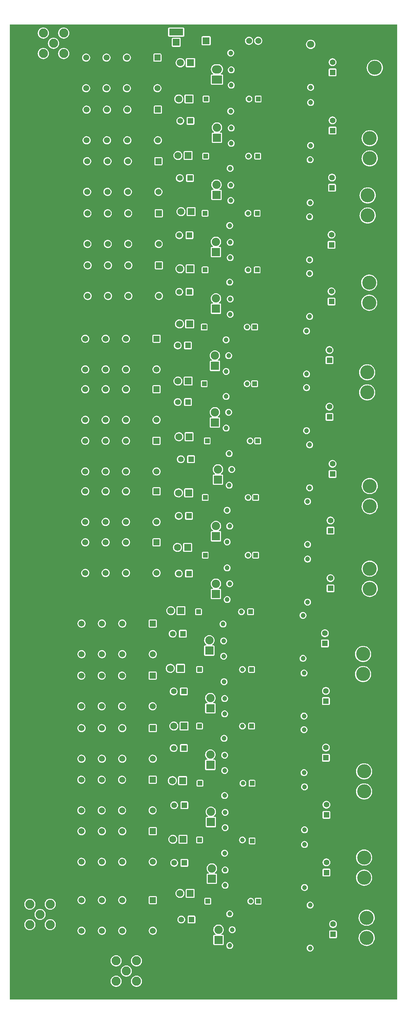
<source format=gbl>
G04 Layer: BottomLayer*
G04 EasyEDA v6.5.39, 2023-12-18 16:16:31*
G04 0a3b229aafce46c6802f92c5d4cde22f,84f6a191e6f14c5fb88c895b5cbe8e50,10*
G04 Gerber Generator version 0.2*
G04 Scale: 100 percent, Rotated: No, Reflected: No *
G04 Dimensions in inches *
G04 leading zeros omitted , absolute positions ,3 integer and 6 decimal *
%FSLAX36Y36*%
%MOIN*%

%ADD10C,0.1969*%
%ADD11C,0.1181*%
%ADD12C,0.0472*%
%ADD13C,0.0886*%
%ADD14C,0.0591*%
%ADD15R,0.0591X0.0591*%
%ADD16R,0.0453X0.0453*%
%ADD17C,0.0453*%
%ADD18C,0.0557*%
%ADD19C,0.0187*%
%ADD20R,0.0557X0.0557*%
%ADD21R,0.0815X0.0815*%
%ADD22C,0.0815*%
%ADD23R,0.0679X0.0679*%
%ADD24C,0.0679*%
%ADD25C,0.1378*%
%ADD26R,0.1378X0.0689*%
%ADD27R,0.0689X0.0689*%
%ADD28C,0.0709*%
%ADD29R,0.0709X0.0709*%
%ADD30R,0.0984X0.0815*%
%ADD31O,0.098425X0.081496*%
%ADD32C,0.0600*%
%ADD33C,0.1575*%

%LPD*%
G36*
X8700Y0D02*
G01*
X7160Y300D01*
X5880Y1180D01*
X5000Y2460D01*
X4700Y4000D01*
X4700Y9551300D01*
X5000Y9552840D01*
X5880Y9554120D01*
X7160Y9555000D01*
X8700Y9555300D01*
X3806300Y9555300D01*
X3807840Y9555000D01*
X3809120Y9554120D01*
X3810000Y9552840D01*
X3810299Y9551300D01*
X3810299Y4000D01*
X3810000Y2460D01*
X3809120Y1180D01*
X3807840Y300D01*
X3806300Y0D01*
G37*

%LPC*%
G36*
X1050000Y125520D02*
G01*
X1056320Y125879D01*
X1062560Y126980D01*
X1068640Y128800D01*
X1074460Y131320D01*
X1079940Y134480D01*
X1085020Y138260D01*
X1089640Y142620D01*
X1093700Y147460D01*
X1097180Y152760D01*
X1100020Y158420D01*
X1102200Y164380D01*
X1103660Y170539D01*
X1104400Y176840D01*
X1104400Y183160D01*
X1103660Y189460D01*
X1102200Y195620D01*
X1100020Y201580D01*
X1097180Y207240D01*
X1093700Y212540D01*
X1089640Y217380D01*
X1085020Y221740D01*
X1079940Y225520D01*
X1074460Y228680D01*
X1068640Y231200D01*
X1062560Y233020D01*
X1056320Y234120D01*
X1050000Y234480D01*
X1043680Y234120D01*
X1037440Y233020D01*
X1031360Y231200D01*
X1025540Y228680D01*
X1020060Y225520D01*
X1014980Y221740D01*
X1010360Y217380D01*
X1006300Y212540D01*
X1002820Y207240D01*
X999980Y201580D01*
X997800Y195620D01*
X996340Y189460D01*
X995600Y183160D01*
X995600Y176840D01*
X996340Y170539D01*
X997800Y164380D01*
X999980Y158420D01*
X1002820Y152760D01*
X1006300Y147460D01*
X1010360Y142620D01*
X1014980Y138260D01*
X1020060Y134480D01*
X1025540Y131320D01*
X1031360Y128800D01*
X1037440Y126980D01*
X1043680Y125879D01*
G37*
G36*
X1250000Y125520D02*
G01*
X1256320Y125879D01*
X1262560Y126980D01*
X1268640Y128800D01*
X1274460Y131320D01*
X1279940Y134480D01*
X1285020Y138260D01*
X1289640Y142620D01*
X1293700Y147460D01*
X1297180Y152760D01*
X1300020Y158420D01*
X1302200Y164380D01*
X1303660Y170539D01*
X1304400Y176840D01*
X1304400Y183160D01*
X1303660Y189460D01*
X1302200Y195620D01*
X1300020Y201580D01*
X1297180Y207240D01*
X1293700Y212540D01*
X1289640Y217380D01*
X1285020Y221740D01*
X1279940Y225520D01*
X1274460Y228680D01*
X1268640Y231200D01*
X1262560Y233020D01*
X1256320Y234120D01*
X1250000Y234480D01*
X1243680Y234120D01*
X1237440Y233020D01*
X1231360Y231200D01*
X1225540Y228680D01*
X1220060Y225520D01*
X1214980Y221740D01*
X1210360Y217380D01*
X1206300Y212540D01*
X1202820Y207240D01*
X1199980Y201580D01*
X1197800Y195620D01*
X1196340Y189460D01*
X1195600Y183160D01*
X1195600Y176840D01*
X1196340Y170539D01*
X1197800Y164380D01*
X1199980Y158420D01*
X1202820Y152760D01*
X1206300Y147460D01*
X1210360Y142620D01*
X1214980Y138260D01*
X1220060Y134480D01*
X1225540Y131320D01*
X1231360Y128800D01*
X1237440Y126980D01*
X1243680Y125879D01*
G37*
G36*
X1150000Y225520D02*
G01*
X1156320Y225880D01*
X1162560Y226980D01*
X1168640Y228800D01*
X1174460Y231320D01*
X1179940Y234480D01*
X1185020Y238260D01*
X1189640Y242620D01*
X1193700Y247460D01*
X1197180Y252760D01*
X1200020Y258420D01*
X1202200Y264380D01*
X1203660Y270540D01*
X1204400Y276840D01*
X1204400Y283160D01*
X1203660Y289460D01*
X1202200Y295620D01*
X1200020Y301580D01*
X1197180Y307240D01*
X1193700Y312540D01*
X1189640Y317380D01*
X1185020Y321740D01*
X1179940Y325520D01*
X1174460Y328680D01*
X1168640Y331200D01*
X1162560Y333020D01*
X1156320Y334120D01*
X1150000Y334480D01*
X1143680Y334120D01*
X1137440Y333020D01*
X1131360Y331200D01*
X1125540Y328680D01*
X1120060Y325520D01*
X1114980Y321740D01*
X1110360Y317380D01*
X1106300Y312540D01*
X1102820Y307240D01*
X1099980Y301580D01*
X1097800Y295620D01*
X1096340Y289460D01*
X1095600Y283160D01*
X1095600Y276840D01*
X1096340Y270540D01*
X1097800Y264380D01*
X1099980Y258420D01*
X1102820Y252760D01*
X1106300Y247460D01*
X1110360Y242620D01*
X1114980Y238260D01*
X1120060Y234480D01*
X1125540Y231320D01*
X1131360Y228800D01*
X1137440Y226980D01*
X1143680Y225880D01*
G37*
G36*
X1050000Y325520D02*
G01*
X1056320Y325880D01*
X1062560Y326980D01*
X1068640Y328800D01*
X1074460Y331320D01*
X1079940Y334480D01*
X1085020Y338260D01*
X1089640Y342620D01*
X1093700Y347460D01*
X1097180Y352760D01*
X1100020Y358420D01*
X1102200Y364380D01*
X1103660Y370540D01*
X1104400Y376840D01*
X1104400Y383160D01*
X1103660Y389460D01*
X1102200Y395620D01*
X1100020Y401580D01*
X1097180Y407239D01*
X1093700Y412540D01*
X1089640Y417380D01*
X1085020Y421740D01*
X1079940Y425520D01*
X1074460Y428680D01*
X1068640Y431200D01*
X1062560Y433020D01*
X1056320Y434120D01*
X1050000Y434480D01*
X1043680Y434120D01*
X1037440Y433020D01*
X1031360Y431200D01*
X1025540Y428680D01*
X1020060Y425520D01*
X1014980Y421740D01*
X1010360Y417380D01*
X1006300Y412540D01*
X1002820Y407239D01*
X999980Y401580D01*
X997800Y395620D01*
X996340Y389460D01*
X995600Y383160D01*
X995600Y376840D01*
X996340Y370540D01*
X997800Y364380D01*
X999980Y358420D01*
X1002820Y352760D01*
X1006300Y347460D01*
X1010360Y342620D01*
X1014980Y338260D01*
X1020060Y334480D01*
X1025540Y331320D01*
X1031360Y328800D01*
X1037440Y326980D01*
X1043680Y325880D01*
G37*
G36*
X1250000Y325520D02*
G01*
X1256320Y325880D01*
X1262560Y326980D01*
X1268640Y328800D01*
X1274460Y331320D01*
X1279940Y334480D01*
X1285020Y338260D01*
X1289640Y342620D01*
X1293700Y347460D01*
X1297180Y352760D01*
X1300020Y358420D01*
X1302200Y364380D01*
X1303660Y370540D01*
X1304400Y376840D01*
X1304400Y383160D01*
X1303660Y389460D01*
X1302200Y395620D01*
X1300020Y401580D01*
X1297180Y407239D01*
X1293700Y412540D01*
X1289640Y417380D01*
X1285020Y421740D01*
X1279940Y425520D01*
X1274460Y428680D01*
X1268640Y431200D01*
X1262560Y433020D01*
X1256320Y434120D01*
X1250000Y434480D01*
X1243680Y434120D01*
X1237440Y433020D01*
X1231360Y431200D01*
X1225540Y428680D01*
X1220060Y425520D01*
X1214980Y421740D01*
X1210360Y417380D01*
X1206300Y412540D01*
X1202820Y407239D01*
X1199980Y401580D01*
X1197800Y395620D01*
X1196340Y389460D01*
X1195600Y383160D01*
X1195600Y376840D01*
X1196340Y370540D01*
X1197800Y364380D01*
X1199980Y358420D01*
X1202820Y352760D01*
X1206300Y347460D01*
X1210360Y342620D01*
X1214980Y338260D01*
X1220060Y334480D01*
X1225540Y331320D01*
X1231360Y328800D01*
X1237440Y326980D01*
X1243680Y325880D01*
G37*
G36*
X2955000Y471180D02*
G01*
X2959820Y471540D01*
X2964520Y472560D01*
X2969040Y474240D01*
X2973279Y476560D01*
X2977140Y479440D01*
X2980560Y482860D01*
X2983440Y486719D01*
X2985760Y490959D01*
X2987440Y495480D01*
X2988460Y500180D01*
X2988820Y505000D01*
X2988460Y509820D01*
X2987440Y514520D01*
X2985760Y519040D01*
X2983440Y523280D01*
X2980560Y527140D01*
X2977140Y530560D01*
X2973279Y533440D01*
X2969040Y535760D01*
X2964520Y537440D01*
X2959820Y538460D01*
X2955000Y538820D01*
X2950179Y538460D01*
X2945480Y537440D01*
X2940960Y535760D01*
X2936720Y533440D01*
X2932860Y530560D01*
X2929440Y527140D01*
X2926560Y523280D01*
X2924240Y519040D01*
X2922559Y514520D01*
X2921540Y509820D01*
X2921180Y505000D01*
X2921540Y500180D01*
X2922559Y495480D01*
X2924240Y490959D01*
X2926560Y486719D01*
X2929440Y482860D01*
X2932860Y479440D01*
X2936720Y476560D01*
X2940960Y474240D01*
X2945480Y472560D01*
X2950179Y471540D01*
G37*
G36*
X2165400Y496180D02*
G01*
X2170200Y496540D01*
X2174920Y497560D01*
X2179440Y499240D01*
X2183680Y501560D01*
X2187540Y504440D01*
X2190940Y507860D01*
X2193840Y511719D01*
X2196140Y515959D01*
X2197840Y520480D01*
X2198860Y525180D01*
X2199200Y530000D01*
X2198860Y534820D01*
X2197840Y539520D01*
X2196140Y544040D01*
X2193840Y548280D01*
X2190940Y552140D01*
X2187540Y555560D01*
X2183680Y558440D01*
X2179440Y560760D01*
X2174920Y562440D01*
X2170200Y563460D01*
X2165400Y563820D01*
X2160580Y563460D01*
X2155860Y562440D01*
X2151340Y560760D01*
X2147120Y558440D01*
X2143240Y555560D01*
X2139840Y552140D01*
X2136940Y548280D01*
X2134640Y544040D01*
X2132940Y539520D01*
X2131920Y534820D01*
X2131580Y530000D01*
X2131920Y525180D01*
X2132940Y520480D01*
X2134640Y515959D01*
X2136940Y511719D01*
X2139840Y507860D01*
X2143240Y504440D01*
X2147120Y501560D01*
X2151340Y499240D01*
X2155860Y497560D01*
X2160580Y496540D01*
G37*
G36*
X3506180Y526000D02*
G01*
X3513820Y526000D01*
X3521420Y526740D01*
X3528920Y528200D01*
X3536259Y530400D01*
X3543320Y533280D01*
X3550100Y536820D01*
X3556480Y541020D01*
X3562440Y545800D01*
X3567919Y551140D01*
X3572840Y556980D01*
X3577180Y563260D01*
X3580899Y569940D01*
X3583960Y576960D01*
X3586320Y584220D01*
X3587960Y591680D01*
X3588880Y599280D01*
X3589060Y606920D01*
X3588519Y614540D01*
X3587220Y622060D01*
X3585220Y629440D01*
X3582520Y636580D01*
X3579120Y643439D01*
X3575100Y649920D01*
X3570460Y656000D01*
X3565240Y661600D01*
X3559520Y666660D01*
X3553340Y671160D01*
X3546760Y675040D01*
X3539820Y678259D01*
X3532620Y680800D01*
X3525200Y682620D01*
X3517640Y683720D01*
X3510000Y684100D01*
X3502360Y683720D01*
X3494800Y682620D01*
X3487380Y680800D01*
X3480179Y678259D01*
X3473240Y675040D01*
X3466660Y671160D01*
X3460480Y666660D01*
X3454760Y661600D01*
X3449540Y656000D01*
X3444900Y649920D01*
X3440880Y643439D01*
X3437480Y636580D01*
X3434780Y629440D01*
X3432780Y622060D01*
X3431480Y614540D01*
X3430940Y606920D01*
X3431120Y599280D01*
X3432040Y591680D01*
X3433680Y584220D01*
X3436040Y576960D01*
X3439100Y569940D01*
X3442820Y563260D01*
X3447160Y556980D01*
X3452080Y551140D01*
X3457559Y545800D01*
X3463519Y541020D01*
X3469900Y536820D01*
X3476680Y533280D01*
X3483740Y530400D01*
X3491080Y528200D01*
X3498580Y526740D01*
G37*
G36*
X2014480Y534060D02*
G01*
X2095520Y534060D01*
X2098020Y534340D01*
X2100160Y535080D01*
X2102100Y536300D01*
X2103700Y537900D01*
X2104920Y539840D01*
X2105660Y541980D01*
X2105940Y544480D01*
X2105940Y625520D01*
X2105660Y628020D01*
X2104920Y630160D01*
X2103700Y632100D01*
X2102100Y633700D01*
X2100160Y634920D01*
X2098020Y635660D01*
X2095520Y635940D01*
X2086300Y635940D01*
X2084660Y636300D01*
X2083300Y637300D01*
X2082480Y638780D01*
X2082340Y640460D01*
X2082900Y642039D01*
X2084060Y643259D01*
X2085920Y644500D01*
X2090480Y648439D01*
X2094560Y652900D01*
X2098080Y657800D01*
X2100980Y663100D01*
X2103260Y668680D01*
X2104840Y674500D01*
X2105740Y680480D01*
X2105920Y686500D01*
X2105380Y692520D01*
X2104140Y698420D01*
X2102200Y704140D01*
X2099620Y709599D01*
X2096380Y714700D01*
X2092580Y719380D01*
X2088260Y723580D01*
X2083460Y727260D01*
X2078260Y730320D01*
X2072740Y732760D01*
X2066960Y734520D01*
X2061020Y735580D01*
X2055000Y735939D01*
X2048980Y735580D01*
X2043040Y734520D01*
X2037260Y732760D01*
X2031740Y730320D01*
X2026540Y727260D01*
X2021740Y723580D01*
X2017420Y719380D01*
X2013620Y714700D01*
X2010380Y709599D01*
X2007800Y704140D01*
X2005860Y698420D01*
X2004620Y692520D01*
X2004079Y686500D01*
X2004259Y680480D01*
X2005160Y674500D01*
X2006740Y668680D01*
X2009019Y663100D01*
X2011920Y657800D01*
X2015440Y652900D01*
X2019520Y648439D01*
X2024079Y644500D01*
X2025940Y643259D01*
X2027100Y642039D01*
X2027660Y640460D01*
X2027520Y638780D01*
X2026699Y637300D01*
X2025340Y636300D01*
X2023700Y635940D01*
X2014480Y635940D01*
X2011980Y635660D01*
X2009840Y634920D01*
X2007900Y633700D01*
X2006300Y632100D01*
X2005080Y630160D01*
X2004340Y628020D01*
X2004060Y625520D01*
X2004060Y544480D01*
X2004340Y541980D01*
X2005080Y539840D01*
X2006300Y537900D01*
X2007900Y536300D01*
X2009840Y535080D01*
X2011980Y534340D01*
G37*
G36*
X3152360Y601920D02*
G01*
X3207640Y601920D01*
X3210140Y602200D01*
X3212280Y602960D01*
X3214220Y604180D01*
X3215820Y605780D01*
X3217040Y607720D01*
X3217799Y609860D01*
X3218080Y612360D01*
X3218080Y667640D01*
X3217799Y670140D01*
X3217040Y672280D01*
X3215820Y674220D01*
X3214220Y675819D01*
X3212280Y677039D01*
X3210140Y677800D01*
X3207640Y678080D01*
X3152360Y678080D01*
X3149860Y677800D01*
X3147720Y677039D01*
X3145779Y675819D01*
X3144180Y674220D01*
X3142960Y672280D01*
X3142200Y670140D01*
X3141920Y667640D01*
X3141920Y612360D01*
X3142200Y609860D01*
X3142960Y607720D01*
X3144180Y605780D01*
X3145779Y604180D01*
X3147720Y602960D01*
X3149860Y602200D01*
G37*
G36*
X711320Y635300D02*
G01*
X716600Y635840D01*
X721760Y637060D01*
X726720Y638980D01*
X731380Y641520D01*
X735639Y644659D01*
X739460Y648360D01*
X742740Y652520D01*
X745440Y657080D01*
X747520Y661979D01*
X748920Y667080D01*
X749620Y672340D01*
X749620Y677660D01*
X748920Y682920D01*
X747520Y688020D01*
X745440Y692920D01*
X742740Y697480D01*
X739460Y701640D01*
X735639Y705340D01*
X731380Y708480D01*
X726720Y711020D01*
X721760Y712940D01*
X716600Y714160D01*
X711320Y714700D01*
X706020Y714520D01*
X700800Y713640D01*
X695720Y712060D01*
X690920Y709840D01*
X686440Y706979D01*
X682380Y703560D01*
X678820Y699620D01*
X675819Y695240D01*
X673439Y690500D01*
X671700Y685500D01*
X670639Y680300D01*
X670280Y675000D01*
X670639Y669700D01*
X671700Y664500D01*
X673439Y659500D01*
X675819Y654760D01*
X678820Y650380D01*
X682380Y646440D01*
X686440Y643020D01*
X690920Y640160D01*
X695720Y637940D01*
X700800Y636360D01*
X706020Y635480D01*
G37*
G36*
X911320Y635300D02*
G01*
X916600Y635840D01*
X921760Y637060D01*
X926720Y638980D01*
X931380Y641520D01*
X935639Y644659D01*
X939460Y648360D01*
X942740Y652520D01*
X945440Y657080D01*
X947520Y661979D01*
X948920Y667080D01*
X949620Y672340D01*
X949620Y677660D01*
X948920Y682920D01*
X947520Y688020D01*
X945440Y692920D01*
X942740Y697480D01*
X939460Y701640D01*
X935639Y705340D01*
X931380Y708480D01*
X926720Y711020D01*
X921760Y712940D01*
X916600Y714160D01*
X911320Y714700D01*
X906020Y714520D01*
X900800Y713640D01*
X895720Y712060D01*
X890920Y709840D01*
X886440Y706979D01*
X882380Y703560D01*
X878820Y699620D01*
X875819Y695240D01*
X873439Y690500D01*
X871700Y685500D01*
X870639Y680300D01*
X870280Y675000D01*
X870639Y669700D01*
X871700Y664500D01*
X873439Y659500D01*
X875819Y654760D01*
X878820Y650380D01*
X882380Y646440D01*
X886440Y643020D01*
X890920Y640160D01*
X895720Y637940D01*
X900800Y636360D01*
X906020Y635480D01*
G37*
G36*
X1111320Y635300D02*
G01*
X1116600Y635840D01*
X1121760Y637060D01*
X1126720Y638980D01*
X1131380Y641520D01*
X1135640Y644659D01*
X1139460Y648360D01*
X1142740Y652520D01*
X1145440Y657080D01*
X1147520Y661979D01*
X1148920Y667080D01*
X1149620Y672340D01*
X1149620Y677660D01*
X1148920Y682920D01*
X1147520Y688020D01*
X1145440Y692920D01*
X1142740Y697480D01*
X1139460Y701640D01*
X1135640Y705340D01*
X1131380Y708480D01*
X1126720Y711020D01*
X1121760Y712940D01*
X1116600Y714160D01*
X1111320Y714700D01*
X1106020Y714520D01*
X1100800Y713640D01*
X1095720Y712060D01*
X1090920Y709840D01*
X1086440Y706979D01*
X1082380Y703560D01*
X1078820Y699620D01*
X1075820Y695240D01*
X1073440Y690500D01*
X1071700Y685500D01*
X1070640Y680300D01*
X1070280Y675000D01*
X1070640Y669700D01*
X1071700Y664500D01*
X1073440Y659500D01*
X1075820Y654760D01*
X1078820Y650380D01*
X1082380Y646440D01*
X1086440Y643020D01*
X1090920Y640160D01*
X1095720Y637940D01*
X1100800Y636360D01*
X1106020Y635480D01*
G37*
G36*
X1411320Y635300D02*
G01*
X1416600Y635840D01*
X1421759Y637060D01*
X1426720Y638980D01*
X1431380Y641520D01*
X1435640Y644659D01*
X1439460Y648360D01*
X1442740Y652520D01*
X1445440Y657080D01*
X1447520Y661979D01*
X1448920Y667080D01*
X1449620Y672340D01*
X1449620Y677660D01*
X1448920Y682920D01*
X1447520Y688020D01*
X1445440Y692920D01*
X1442740Y697480D01*
X1439460Y701640D01*
X1435640Y705340D01*
X1431380Y708480D01*
X1426720Y711020D01*
X1421759Y712940D01*
X1416600Y714160D01*
X1411320Y714700D01*
X1406020Y714520D01*
X1400800Y713640D01*
X1395720Y712060D01*
X1390920Y709840D01*
X1386440Y706979D01*
X1382380Y703560D01*
X1378820Y699620D01*
X1375820Y695240D01*
X1373440Y690500D01*
X1371699Y685500D01*
X1370640Y680300D01*
X1370280Y675000D01*
X1370640Y669700D01*
X1371699Y664500D01*
X1373440Y659500D01*
X1375820Y654760D01*
X1378820Y650380D01*
X1382380Y646440D01*
X1386440Y643020D01*
X1390920Y640160D01*
X1395720Y637940D01*
X1400800Y636360D01*
X1406020Y635480D01*
G37*
G36*
X2190000Y651180D02*
G01*
X2194820Y651540D01*
X2199520Y652560D01*
X2204040Y654240D01*
X2208280Y656560D01*
X2212140Y659440D01*
X2215560Y662860D01*
X2218440Y666720D01*
X2220760Y670960D01*
X2222440Y675480D01*
X2223460Y680180D01*
X2223820Y685000D01*
X2223460Y689820D01*
X2222440Y694520D01*
X2220760Y699040D01*
X2218440Y703280D01*
X2215560Y707140D01*
X2212140Y710560D01*
X2208280Y713439D01*
X2204040Y715759D01*
X2199520Y717440D01*
X2194820Y718460D01*
X2190000Y718820D01*
X2185180Y718460D01*
X2180480Y717440D01*
X2175960Y715759D01*
X2171720Y713439D01*
X2167860Y710560D01*
X2164440Y707140D01*
X2161560Y703280D01*
X2159240Y699040D01*
X2157560Y694520D01*
X2156540Y689820D01*
X2156180Y685000D01*
X2156540Y680180D01*
X2157560Y675480D01*
X2159240Y670960D01*
X2161560Y666720D01*
X2164440Y662860D01*
X2167860Y659440D01*
X2171720Y656560D01*
X2175960Y654240D01*
X2180480Y652560D01*
X2185180Y651540D01*
G37*
G36*
X402500Y680360D02*
G01*
X408820Y680720D01*
X415060Y681820D01*
X421140Y683640D01*
X426960Y686160D01*
X432440Y689320D01*
X437520Y693100D01*
X442140Y697460D01*
X446200Y702300D01*
X449680Y707600D01*
X452520Y713259D01*
X454700Y719220D01*
X456160Y725380D01*
X456900Y731680D01*
X456900Y738000D01*
X456160Y744300D01*
X454700Y750460D01*
X452520Y756420D01*
X449680Y762080D01*
X446200Y767380D01*
X442140Y772220D01*
X437520Y776580D01*
X432440Y780360D01*
X426960Y783520D01*
X421140Y786040D01*
X415060Y787860D01*
X408820Y788960D01*
X402500Y789320D01*
X396180Y788960D01*
X389940Y787860D01*
X383860Y786040D01*
X378040Y783520D01*
X372560Y780360D01*
X367480Y776580D01*
X362860Y772220D01*
X358800Y767380D01*
X355319Y762080D01*
X352480Y756420D01*
X350300Y750460D01*
X348840Y744300D01*
X348100Y738000D01*
X348100Y731680D01*
X348840Y725380D01*
X350300Y719220D01*
X352480Y713259D01*
X355319Y707600D01*
X358800Y702300D01*
X362860Y697460D01*
X367480Y693100D01*
X372560Y689320D01*
X378040Y686160D01*
X383860Y683640D01*
X389940Y681820D01*
X396180Y680720D01*
G37*
G36*
X202500Y680360D02*
G01*
X208820Y680720D01*
X215060Y681820D01*
X221140Y683640D01*
X226960Y686160D01*
X232440Y689320D01*
X237520Y693100D01*
X242140Y697460D01*
X246200Y702300D01*
X249680Y707600D01*
X252520Y713259D01*
X254700Y719220D01*
X256160Y725380D01*
X256900Y731680D01*
X256900Y738000D01*
X256160Y744300D01*
X254700Y750460D01*
X252520Y756420D01*
X249680Y762080D01*
X246200Y767380D01*
X242140Y772220D01*
X237520Y776580D01*
X232440Y780360D01*
X226960Y783520D01*
X221140Y786040D01*
X215060Y787860D01*
X208820Y788960D01*
X202500Y789320D01*
X196180Y788960D01*
X189940Y787860D01*
X183860Y786040D01*
X178039Y783520D01*
X172560Y780360D01*
X167480Y776580D01*
X162860Y772220D01*
X158800Y767380D01*
X155320Y762080D01*
X152480Y756420D01*
X150300Y750460D01*
X148840Y744300D01*
X148100Y738000D01*
X148100Y731680D01*
X148840Y725380D01*
X150300Y719220D01*
X152480Y713259D01*
X155320Y707600D01*
X158800Y702300D01*
X162860Y697460D01*
X167480Y693100D01*
X172560Y689320D01*
X178039Y686160D01*
X183860Y683640D01*
X189940Y681820D01*
X196180Y680720D01*
G37*
G36*
X3177400Y702020D02*
G01*
X3182600Y702020D01*
X3187740Y702740D01*
X3192740Y704140D01*
X3197520Y706200D01*
X3201960Y708900D01*
X3205980Y712180D01*
X3209520Y715980D01*
X3212520Y720220D01*
X3214920Y724840D01*
X3216660Y729740D01*
X3217720Y734820D01*
X3218060Y740000D01*
X3217720Y745180D01*
X3216660Y750260D01*
X3214920Y755160D01*
X3212520Y759780D01*
X3209520Y764020D01*
X3205980Y767820D01*
X3201960Y771100D01*
X3197520Y773800D01*
X3192740Y775860D01*
X3187740Y777260D01*
X3182600Y777980D01*
X3177400Y777980D01*
X3172260Y777260D01*
X3167260Y775860D01*
X3162480Y773800D01*
X3158039Y771100D01*
X3154020Y767820D01*
X3150480Y764020D01*
X3147480Y759780D01*
X3145080Y755160D01*
X3143340Y750260D01*
X3142280Y745180D01*
X3141940Y740000D01*
X3142280Y734820D01*
X3143340Y729740D01*
X3145080Y724840D01*
X3147480Y720220D01*
X3150480Y715980D01*
X3154020Y712180D01*
X3158039Y708900D01*
X3162480Y706200D01*
X3167260Y704140D01*
X3172260Y702740D01*
G37*
G36*
X3506180Y722840D02*
G01*
X3513820Y722840D01*
X3521420Y723580D01*
X3528920Y725060D01*
X3536259Y727240D01*
X3543320Y730120D01*
X3550100Y733680D01*
X3556480Y737860D01*
X3562440Y742640D01*
X3567919Y747980D01*
X3572840Y753820D01*
X3577180Y760120D01*
X3580899Y766800D01*
X3583960Y773800D01*
X3586320Y781080D01*
X3587960Y788540D01*
X3588880Y796120D01*
X3589060Y803760D01*
X3588519Y811380D01*
X3587220Y818920D01*
X3585220Y826300D01*
X3582520Y833439D01*
X3579120Y840280D01*
X3575100Y846780D01*
X3570460Y852860D01*
X3565240Y858439D01*
X3559520Y863520D01*
X3553340Y868000D01*
X3546760Y871880D01*
X3539820Y875100D01*
X3532620Y877640D01*
X3525200Y879460D01*
X3517640Y880580D01*
X3510000Y880939D01*
X3502360Y880580D01*
X3494800Y879460D01*
X3487380Y877640D01*
X3480179Y875100D01*
X3473240Y871880D01*
X3466660Y868000D01*
X3460480Y863520D01*
X3454760Y858439D01*
X3449540Y852860D01*
X3444900Y846780D01*
X3440880Y840280D01*
X3437480Y833439D01*
X3434780Y826300D01*
X3432780Y818920D01*
X3431480Y811380D01*
X3430940Y803760D01*
X3431120Y796120D01*
X3432040Y788540D01*
X3433680Y781080D01*
X3436040Y773800D01*
X3439100Y766800D01*
X3442820Y760120D01*
X3447160Y753820D01*
X3452080Y747980D01*
X3457559Y742640D01*
X3463519Y737860D01*
X3469900Y733680D01*
X3476680Y730120D01*
X3483740Y727240D01*
X3491080Y725060D01*
X3498580Y723580D01*
G37*
G36*
X1762360Y746919D02*
G01*
X1817640Y746919D01*
X1820140Y747200D01*
X1822280Y747960D01*
X1824220Y749180D01*
X1825820Y750780D01*
X1827040Y752720D01*
X1827800Y754860D01*
X1828080Y757360D01*
X1828080Y812640D01*
X1827800Y815140D01*
X1827040Y817280D01*
X1825820Y819220D01*
X1824220Y820819D01*
X1822280Y822039D01*
X1820140Y822800D01*
X1817640Y823080D01*
X1762360Y823080D01*
X1759860Y822800D01*
X1757720Y822039D01*
X1755780Y820819D01*
X1754180Y819220D01*
X1752960Y817280D01*
X1752200Y815140D01*
X1751920Y812640D01*
X1751920Y757360D01*
X1752200Y754860D01*
X1752960Y752720D01*
X1754180Y750780D01*
X1755780Y749180D01*
X1757720Y747960D01*
X1759860Y747200D01*
G37*
G36*
X1690000Y746940D02*
G01*
X1695180Y747280D01*
X1700260Y748340D01*
X1705160Y750080D01*
X1709780Y752480D01*
X1714019Y755480D01*
X1717820Y759020D01*
X1721100Y763040D01*
X1723800Y767480D01*
X1725860Y772260D01*
X1727260Y777260D01*
X1727980Y782400D01*
X1727980Y787600D01*
X1727260Y792740D01*
X1725860Y797740D01*
X1723800Y802520D01*
X1721100Y806960D01*
X1717820Y810980D01*
X1714019Y814520D01*
X1709780Y817520D01*
X1705160Y819920D01*
X1700260Y821660D01*
X1695180Y822720D01*
X1690000Y823060D01*
X1684820Y822720D01*
X1679740Y821660D01*
X1674840Y819920D01*
X1670220Y817520D01*
X1665980Y814520D01*
X1662180Y810980D01*
X1658899Y806960D01*
X1656200Y802520D01*
X1654139Y797740D01*
X1652740Y792740D01*
X1652020Y787600D01*
X1652020Y782400D01*
X1652740Y777260D01*
X1654139Y772260D01*
X1656200Y767480D01*
X1658899Y763040D01*
X1662180Y759020D01*
X1665980Y755480D01*
X1670220Y752480D01*
X1674840Y750080D01*
X1679740Y748340D01*
X1684820Y747280D01*
G37*
G36*
X302500Y780360D02*
G01*
X308820Y780720D01*
X315060Y781820D01*
X321140Y783640D01*
X326960Y786160D01*
X332440Y789320D01*
X337520Y793100D01*
X342140Y797460D01*
X346200Y802300D01*
X349680Y807600D01*
X352520Y813259D01*
X354700Y819220D01*
X356160Y825380D01*
X356900Y831680D01*
X356900Y838000D01*
X356160Y844300D01*
X354700Y850460D01*
X352520Y856420D01*
X349680Y862080D01*
X346200Y867380D01*
X342140Y872220D01*
X337520Y876580D01*
X332440Y880360D01*
X326960Y883520D01*
X321140Y886040D01*
X315060Y887860D01*
X308820Y888960D01*
X302500Y889320D01*
X296180Y888960D01*
X289940Y887860D01*
X283860Y886040D01*
X278040Y883520D01*
X272560Y880360D01*
X267480Y876580D01*
X262860Y872220D01*
X258800Y867380D01*
X255320Y862080D01*
X252480Y856420D01*
X250300Y850460D01*
X248840Y844300D01*
X248100Y838000D01*
X248100Y831680D01*
X248840Y825380D01*
X250300Y819220D01*
X252480Y813259D01*
X255320Y807600D01*
X258800Y802300D01*
X262860Y797460D01*
X267480Y793100D01*
X272560Y789320D01*
X278040Y786160D01*
X283860Y783640D01*
X289940Y781820D01*
X296180Y780720D01*
G37*
G36*
X2165000Y806180D02*
G01*
X2169820Y806540D01*
X2174520Y807560D01*
X2179040Y809240D01*
X2183280Y811560D01*
X2187140Y814440D01*
X2190560Y817860D01*
X2193440Y821720D01*
X2195760Y825960D01*
X2197440Y830480D01*
X2198460Y835180D01*
X2198820Y840000D01*
X2198460Y844820D01*
X2197440Y849520D01*
X2195760Y854040D01*
X2193440Y858280D01*
X2190560Y862140D01*
X2187140Y865560D01*
X2183280Y868439D01*
X2179040Y870759D01*
X2174520Y872440D01*
X2169820Y873460D01*
X2165000Y873820D01*
X2160180Y873460D01*
X2155480Y872440D01*
X2150960Y870759D01*
X2146720Y868439D01*
X2142860Y865560D01*
X2139440Y862140D01*
X2136560Y858280D01*
X2134240Y854040D01*
X2132560Y849520D01*
X2131540Y844820D01*
X2131180Y840000D01*
X2131540Y835180D01*
X2132560Y830480D01*
X2134240Y825960D01*
X2136560Y821720D01*
X2139440Y817860D01*
X2142860Y814440D01*
X2146720Y811560D01*
X2150960Y809240D01*
X2155480Y807560D01*
X2160180Y806540D01*
G37*
G36*
X202500Y880360D02*
G01*
X208820Y880720D01*
X215060Y881820D01*
X221140Y883640D01*
X226960Y886160D01*
X232440Y889320D01*
X237520Y893100D01*
X242140Y897460D01*
X246200Y902300D01*
X249680Y907600D01*
X252520Y913259D01*
X254700Y919220D01*
X256160Y925380D01*
X256900Y931680D01*
X256900Y938000D01*
X256160Y944300D01*
X254700Y950460D01*
X252520Y956420D01*
X249680Y962080D01*
X246200Y967380D01*
X242140Y972220D01*
X237520Y976580D01*
X232440Y980360D01*
X226960Y983520D01*
X221140Y986040D01*
X215060Y987860D01*
X208820Y988960D01*
X202500Y989320D01*
X196180Y988960D01*
X189940Y987860D01*
X183860Y986040D01*
X178039Y983520D01*
X172560Y980360D01*
X167480Y976580D01*
X162860Y972220D01*
X158800Y967380D01*
X155320Y962080D01*
X152480Y956420D01*
X150300Y950460D01*
X148840Y944300D01*
X148100Y938000D01*
X148100Y931680D01*
X148840Y925380D01*
X150300Y919220D01*
X152480Y913259D01*
X155320Y907600D01*
X158800Y902300D01*
X162860Y897460D01*
X167480Y893100D01*
X172560Y889320D01*
X178039Y886160D01*
X183860Y883640D01*
X189940Y881820D01*
X196180Y880720D01*
G37*
G36*
X402500Y880360D02*
G01*
X408820Y880720D01*
X415060Y881820D01*
X421140Y883640D01*
X426960Y886160D01*
X432440Y889320D01*
X437520Y893100D01*
X442140Y897460D01*
X446200Y902300D01*
X449680Y907600D01*
X452520Y913259D01*
X454700Y919220D01*
X456160Y925380D01*
X456900Y931680D01*
X456900Y938000D01*
X456160Y944300D01*
X454700Y950460D01*
X452520Y956420D01*
X449680Y962080D01*
X446200Y967380D01*
X442140Y972220D01*
X437520Y976580D01*
X432440Y980360D01*
X426960Y983520D01*
X421140Y986040D01*
X415060Y987860D01*
X408820Y988960D01*
X402500Y989320D01*
X396180Y988960D01*
X389940Y987860D01*
X383860Y986040D01*
X378040Y983520D01*
X372560Y980360D01*
X367480Y976580D01*
X362860Y972220D01*
X358800Y967380D01*
X355319Y962080D01*
X352480Y956420D01*
X350300Y950460D01*
X348840Y944300D01*
X348100Y938000D01*
X348100Y931680D01*
X348840Y925380D01*
X350300Y919220D01*
X352480Y913259D01*
X355319Y907600D01*
X358800Y902300D01*
X362860Y897460D01*
X367480Y893100D01*
X372560Y889320D01*
X378040Y886160D01*
X383860Y883640D01*
X389940Y881820D01*
X396180Y880720D01*
G37*
G36*
X2955000Y892440D02*
G01*
X2959820Y892800D01*
X2964520Y893820D01*
X2969040Y895500D01*
X2973279Y897820D01*
X2977140Y900699D01*
X2980560Y904120D01*
X2983440Y907980D01*
X2985760Y912220D01*
X2987440Y916740D01*
X2988460Y921440D01*
X2988820Y926260D01*
X2988460Y931080D01*
X2987440Y935780D01*
X2985760Y940300D01*
X2983440Y944539D01*
X2980560Y948400D01*
X2977140Y951820D01*
X2973279Y954700D01*
X2969040Y957020D01*
X2964520Y958700D01*
X2959820Y959720D01*
X2955000Y960080D01*
X2950179Y959720D01*
X2945480Y958700D01*
X2940960Y957020D01*
X2936720Y954700D01*
X2932860Y951820D01*
X2929440Y948400D01*
X2926560Y944539D01*
X2924240Y940300D01*
X2922559Y935780D01*
X2921540Y931080D01*
X2921180Y926260D01*
X2921540Y921440D01*
X2922559Y916740D01*
X2924240Y912220D01*
X2926560Y907980D01*
X2929440Y904120D01*
X2932860Y900699D01*
X2936720Y897820D01*
X2940960Y895500D01*
X2945480Y893820D01*
X2950179Y892800D01*
G37*
G36*
X1927580Y932159D02*
G01*
X1972420Y932159D01*
X1974900Y932440D01*
X1977060Y933199D01*
X1978980Y934400D01*
X1980600Y936020D01*
X1981800Y937940D01*
X1982560Y940100D01*
X1982840Y942580D01*
X1982840Y987420D01*
X1982560Y989900D01*
X1981800Y992060D01*
X1980600Y993980D01*
X1978980Y995600D01*
X1977060Y996800D01*
X1974900Y997560D01*
X1972420Y997840D01*
X1927580Y997840D01*
X1925100Y997560D01*
X1922940Y996800D01*
X1921020Y995600D01*
X1919400Y993980D01*
X1918200Y992060D01*
X1917440Y989900D01*
X1917160Y987420D01*
X1917160Y942580D01*
X1917440Y940100D01*
X1918200Y937940D01*
X1919400Y936020D01*
X1921020Y934400D01*
X1922940Y933199D01*
X1925100Y932440D01*
G37*
G36*
X2422580Y932159D02*
G01*
X2467420Y932159D01*
X2469900Y932440D01*
X2472060Y933199D01*
X2473980Y934400D01*
X2475600Y936020D01*
X2476800Y937940D01*
X2477560Y940100D01*
X2477840Y942580D01*
X2477840Y987420D01*
X2477560Y989900D01*
X2476800Y992060D01*
X2475600Y993980D01*
X2473980Y995600D01*
X2472060Y996800D01*
X2469900Y997560D01*
X2467420Y997840D01*
X2422580Y997840D01*
X2420100Y997560D01*
X2417940Y996800D01*
X2416020Y995600D01*
X2414400Y993980D01*
X2413200Y992060D01*
X2412440Y989900D01*
X2412160Y987420D01*
X2412160Y942580D01*
X2412440Y940100D01*
X2413200Y937940D01*
X2414400Y936020D01*
X2416020Y934400D01*
X2417940Y933199D01*
X2420100Y932440D01*
G37*
G36*
X2370060Y932200D02*
G01*
X2374860Y932360D01*
X2379560Y933240D01*
X2384100Y934780D01*
X2388360Y936979D01*
X2392260Y939760D01*
X2395700Y943100D01*
X2398640Y946880D01*
X2400980Y951060D01*
X2402700Y955540D01*
X2403740Y960220D01*
X2404080Y965000D01*
X2403740Y969780D01*
X2402700Y974460D01*
X2400980Y978940D01*
X2398640Y983120D01*
X2395700Y986900D01*
X2392260Y990240D01*
X2388360Y993020D01*
X2384100Y995220D01*
X2379560Y996760D01*
X2374860Y997640D01*
X2370060Y997800D01*
X2365300Y997280D01*
X2360660Y996060D01*
X2356260Y994200D01*
X2352160Y991700D01*
X2348480Y988640D01*
X2345280Y985060D01*
X2342640Y981060D01*
X2340600Y976720D01*
X2339220Y972140D01*
X2338520Y967400D01*
X2338520Y962600D01*
X2339220Y957860D01*
X2340600Y953280D01*
X2342640Y948940D01*
X2345280Y944940D01*
X2348480Y941360D01*
X2352160Y938300D01*
X2356260Y935800D01*
X2360660Y933940D01*
X2365300Y932720D01*
G37*
G36*
X1380700Y935280D02*
G01*
X1439300Y935280D01*
X1441800Y935560D01*
X1443940Y936300D01*
X1445880Y937520D01*
X1447480Y939120D01*
X1448700Y941060D01*
X1449440Y943199D01*
X1449720Y945699D01*
X1449720Y1004300D01*
X1449440Y1006800D01*
X1448700Y1008940D01*
X1447480Y1010879D01*
X1445880Y1012480D01*
X1443940Y1013700D01*
X1441800Y1014440D01*
X1439300Y1014720D01*
X1380700Y1014720D01*
X1378200Y1014440D01*
X1376060Y1013700D01*
X1374120Y1012480D01*
X1372520Y1010879D01*
X1371300Y1008940D01*
X1370560Y1006800D01*
X1370280Y1004300D01*
X1370280Y945699D01*
X1370560Y943199D01*
X1371300Y941060D01*
X1372520Y939120D01*
X1374120Y937520D01*
X1376060Y936300D01*
X1378200Y935560D01*
G37*
G36*
X911320Y935300D02*
G01*
X916600Y935840D01*
X921760Y937060D01*
X926720Y938980D01*
X931380Y941520D01*
X935639Y944659D01*
X939460Y948360D01*
X942740Y952520D01*
X945440Y957080D01*
X947520Y961979D01*
X948920Y967080D01*
X949620Y972340D01*
X949620Y977660D01*
X948920Y982920D01*
X947520Y988020D01*
X945440Y992920D01*
X942740Y997480D01*
X939460Y1001640D01*
X935639Y1005340D01*
X931380Y1008480D01*
X926720Y1011020D01*
X921760Y1012940D01*
X916600Y1014160D01*
X911320Y1014700D01*
X906020Y1014520D01*
X900800Y1013640D01*
X895720Y1012060D01*
X890920Y1009840D01*
X886440Y1006979D01*
X882380Y1003560D01*
X878820Y999620D01*
X875819Y995240D01*
X873439Y990500D01*
X871700Y985500D01*
X870639Y980300D01*
X870280Y975000D01*
X870639Y969700D01*
X871700Y964500D01*
X873439Y959500D01*
X875819Y954760D01*
X878820Y950380D01*
X882380Y946440D01*
X886440Y943020D01*
X890920Y940160D01*
X895720Y937940D01*
X900800Y936360D01*
X906020Y935480D01*
G37*
G36*
X711320Y935300D02*
G01*
X716600Y935840D01*
X721760Y937060D01*
X726720Y938980D01*
X731380Y941520D01*
X735639Y944659D01*
X739460Y948360D01*
X742740Y952520D01*
X745440Y957080D01*
X747520Y961979D01*
X748920Y967080D01*
X749620Y972340D01*
X749620Y977660D01*
X748920Y982920D01*
X747520Y988020D01*
X745440Y992920D01*
X742740Y997480D01*
X739460Y1001640D01*
X735639Y1005340D01*
X731380Y1008480D01*
X726720Y1011020D01*
X721760Y1012940D01*
X716600Y1014160D01*
X711320Y1014700D01*
X706020Y1014520D01*
X700800Y1013640D01*
X695720Y1012060D01*
X690920Y1009840D01*
X686440Y1006979D01*
X682380Y1003560D01*
X678820Y999620D01*
X675819Y995240D01*
X673439Y990500D01*
X671700Y985500D01*
X670639Y980300D01*
X670280Y975000D01*
X670639Y969700D01*
X671700Y964500D01*
X673439Y959500D01*
X675819Y954760D01*
X678820Y950380D01*
X682380Y946440D01*
X686440Y943020D01*
X690920Y940160D01*
X695720Y937940D01*
X700800Y936360D01*
X706020Y935480D01*
G37*
G36*
X1111320Y935300D02*
G01*
X1116600Y935840D01*
X1121760Y937060D01*
X1126720Y938980D01*
X1131380Y941520D01*
X1135640Y944659D01*
X1139460Y948360D01*
X1142740Y952520D01*
X1145440Y957080D01*
X1147520Y961979D01*
X1148920Y967080D01*
X1149620Y972340D01*
X1149620Y977660D01*
X1148920Y982920D01*
X1147520Y988020D01*
X1145440Y992920D01*
X1142740Y997480D01*
X1139460Y1001640D01*
X1135640Y1005340D01*
X1131380Y1008480D01*
X1126720Y1011020D01*
X1121760Y1012940D01*
X1116600Y1014160D01*
X1111320Y1014700D01*
X1106020Y1014520D01*
X1100800Y1013640D01*
X1095720Y1012060D01*
X1090920Y1009840D01*
X1086440Y1006979D01*
X1082380Y1003560D01*
X1078820Y999620D01*
X1075820Y995240D01*
X1073440Y990500D01*
X1071700Y985500D01*
X1070640Y980300D01*
X1070280Y975000D01*
X1070640Y969700D01*
X1071700Y964500D01*
X1073440Y959500D01*
X1075820Y954760D01*
X1078820Y950380D01*
X1082380Y946440D01*
X1086440Y943020D01*
X1090920Y940160D01*
X1095720Y937940D01*
X1100800Y936360D01*
X1106020Y935480D01*
G37*
G36*
X1743100Y996520D02*
G01*
X1810560Y996520D01*
X1813060Y996800D01*
X1815200Y997540D01*
X1817140Y998760D01*
X1818740Y1000360D01*
X1819960Y1002300D01*
X1820700Y1004440D01*
X1820980Y1006940D01*
X1820980Y1074400D01*
X1820700Y1076900D01*
X1819960Y1079040D01*
X1818740Y1080980D01*
X1817140Y1082580D01*
X1815200Y1083800D01*
X1813060Y1084540D01*
X1810560Y1084820D01*
X1743100Y1084820D01*
X1740600Y1084540D01*
X1738460Y1083800D01*
X1736519Y1082580D01*
X1734920Y1080980D01*
X1733700Y1079040D01*
X1732960Y1076900D01*
X1732680Y1074400D01*
X1732680Y1006940D01*
X1732960Y1004440D01*
X1733700Y1002300D01*
X1734920Y1000360D01*
X1736519Y998760D01*
X1738460Y997540D01*
X1740600Y996800D01*
G37*
G36*
X1675420Y996540D02*
G01*
X1681060Y996720D01*
X1686660Y997620D01*
X1692080Y999240D01*
X1697260Y1001520D01*
X1702080Y1004460D01*
X1706519Y1007980D01*
X1710440Y1012060D01*
X1713839Y1016580D01*
X1716600Y1021520D01*
X1718720Y1026760D01*
X1720160Y1032240D01*
X1720880Y1037840D01*
X1720880Y1043500D01*
X1720160Y1049100D01*
X1718720Y1054580D01*
X1716600Y1059820D01*
X1713839Y1064760D01*
X1710440Y1069280D01*
X1706519Y1073360D01*
X1702080Y1076880D01*
X1697260Y1079820D01*
X1692080Y1082100D01*
X1686660Y1083720D01*
X1681060Y1084620D01*
X1675420Y1084800D01*
X1669780Y1084260D01*
X1664259Y1083000D01*
X1658959Y1081040D01*
X1653940Y1078420D01*
X1649300Y1075180D01*
X1645120Y1071380D01*
X1641440Y1067080D01*
X1638360Y1062340D01*
X1635900Y1057240D01*
X1634120Y1051860D01*
X1633040Y1046320D01*
X1632680Y1040660D01*
X1633040Y1035020D01*
X1634120Y1029479D01*
X1635900Y1024100D01*
X1638360Y1019000D01*
X1641440Y1014260D01*
X1645120Y1009960D01*
X1649300Y1006160D01*
X1653940Y1002920D01*
X1658959Y1000300D01*
X1664259Y998340D01*
X1669780Y997080D01*
G37*
G36*
X2900000Y1064920D02*
G01*
X2904820Y1065280D01*
X2909520Y1066300D01*
X2914040Y1067980D01*
X2918279Y1070300D01*
X2922140Y1073180D01*
X2925560Y1076600D01*
X2928440Y1080460D01*
X2930760Y1084700D01*
X2932440Y1089220D01*
X2933460Y1093920D01*
X2933820Y1098740D01*
X2933460Y1103560D01*
X2932440Y1108260D01*
X2930760Y1112780D01*
X2928440Y1117020D01*
X2925560Y1120880D01*
X2922140Y1124300D01*
X2918279Y1127180D01*
X2914040Y1129500D01*
X2909520Y1131180D01*
X2904820Y1132200D01*
X2900000Y1132560D01*
X2895179Y1132200D01*
X2890480Y1131180D01*
X2885960Y1129500D01*
X2881720Y1127180D01*
X2877860Y1124300D01*
X2874440Y1120880D01*
X2871560Y1117020D01*
X2869240Y1112780D01*
X2867559Y1108260D01*
X2866540Y1103560D01*
X2866180Y1098740D01*
X2866540Y1093920D01*
X2867559Y1089220D01*
X2869240Y1084700D01*
X2871560Y1080460D01*
X2874440Y1076600D01*
X2877860Y1073180D01*
X2881720Y1070300D01*
X2885960Y1067980D01*
X2890480Y1066300D01*
X2895179Y1065280D01*
G37*
G36*
X2120400Y1086180D02*
G01*
X2125200Y1086540D01*
X2129920Y1087560D01*
X2134440Y1089240D01*
X2138680Y1091560D01*
X2142540Y1094440D01*
X2145940Y1097860D01*
X2148840Y1101720D01*
X2151140Y1105960D01*
X2152840Y1110480D01*
X2153860Y1115180D01*
X2154200Y1120000D01*
X2153860Y1124820D01*
X2152840Y1129520D01*
X2151140Y1134040D01*
X2148840Y1138280D01*
X2145940Y1142140D01*
X2142540Y1145560D01*
X2138680Y1148440D01*
X2134440Y1150760D01*
X2129920Y1152440D01*
X2125200Y1153460D01*
X2120400Y1153820D01*
X2115580Y1153460D01*
X2110860Y1152440D01*
X2106340Y1150760D01*
X2102120Y1148440D01*
X2098240Y1145560D01*
X2094840Y1142140D01*
X2091940Y1138280D01*
X2089640Y1134040D01*
X2087940Y1129520D01*
X2086920Y1124820D01*
X2086579Y1120000D01*
X2086920Y1115180D01*
X2087940Y1110480D01*
X2089640Y1105960D01*
X2091940Y1101720D01*
X2094840Y1097860D01*
X2098240Y1094440D01*
X2102120Y1091560D01*
X2106340Y1089240D01*
X2110860Y1087560D01*
X2115580Y1086540D01*
G37*
G36*
X3481180Y1116000D02*
G01*
X3488820Y1116000D01*
X3496420Y1116740D01*
X3503920Y1118200D01*
X3511259Y1120400D01*
X3518320Y1123280D01*
X3525100Y1126820D01*
X3531480Y1131020D01*
X3537440Y1135800D01*
X3542919Y1141140D01*
X3547840Y1146980D01*
X3552180Y1153260D01*
X3555899Y1159940D01*
X3558960Y1166960D01*
X3561320Y1174220D01*
X3562960Y1181680D01*
X3563880Y1189280D01*
X3564060Y1196920D01*
X3563519Y1204540D01*
X3562220Y1212060D01*
X3560220Y1219440D01*
X3557520Y1226580D01*
X3554120Y1233440D01*
X3550100Y1239920D01*
X3545460Y1246000D01*
X3540240Y1251600D01*
X3534520Y1256660D01*
X3528340Y1261160D01*
X3521760Y1265040D01*
X3514820Y1268260D01*
X3507620Y1270800D01*
X3500200Y1272620D01*
X3492640Y1273720D01*
X3485000Y1274100D01*
X3477360Y1273720D01*
X3469800Y1272620D01*
X3462380Y1270800D01*
X3455179Y1268260D01*
X3448240Y1265040D01*
X3441660Y1261160D01*
X3435480Y1256660D01*
X3429760Y1251600D01*
X3424540Y1246000D01*
X3419900Y1239920D01*
X3415880Y1233440D01*
X3412480Y1226580D01*
X3409780Y1219440D01*
X3407780Y1212060D01*
X3406480Y1204540D01*
X3405940Y1196920D01*
X3406120Y1189280D01*
X3407040Y1181680D01*
X3408680Y1174220D01*
X3411040Y1166960D01*
X3414100Y1159940D01*
X3417820Y1153260D01*
X3422160Y1146980D01*
X3427080Y1141140D01*
X3432559Y1135800D01*
X3438519Y1131020D01*
X3444900Y1126820D01*
X3451680Y1123280D01*
X3458740Y1120400D01*
X3466080Y1118200D01*
X3473580Y1116740D01*
G37*
G36*
X1949480Y1134060D02*
G01*
X2030520Y1134060D01*
X2033020Y1134340D01*
X2035160Y1135080D01*
X2037100Y1136300D01*
X2038700Y1137900D01*
X2039920Y1139840D01*
X2040660Y1141980D01*
X2040940Y1144480D01*
X2040940Y1225520D01*
X2040660Y1228020D01*
X2039920Y1230160D01*
X2038700Y1232100D01*
X2037100Y1233700D01*
X2035160Y1234920D01*
X2033020Y1235660D01*
X2030520Y1235940D01*
X2021300Y1235940D01*
X2019660Y1236300D01*
X2018300Y1237300D01*
X2017480Y1238780D01*
X2017340Y1240460D01*
X2017900Y1242040D01*
X2019060Y1243260D01*
X2020920Y1244500D01*
X2025480Y1248440D01*
X2029560Y1252900D01*
X2033080Y1257800D01*
X2035980Y1263100D01*
X2038260Y1268680D01*
X2039840Y1274500D01*
X2040740Y1280480D01*
X2040920Y1286500D01*
X2040380Y1292520D01*
X2039139Y1298420D01*
X2037200Y1304139D01*
X2034620Y1309600D01*
X2031380Y1314700D01*
X2027580Y1319379D01*
X2023260Y1323580D01*
X2018460Y1327260D01*
X2013260Y1330320D01*
X2007740Y1332760D01*
X2001960Y1334520D01*
X1996020Y1335580D01*
X1990000Y1335940D01*
X1983980Y1335580D01*
X1978040Y1334520D01*
X1972260Y1332760D01*
X1966740Y1330320D01*
X1961540Y1327260D01*
X1956740Y1323580D01*
X1952420Y1319379D01*
X1948620Y1314700D01*
X1945380Y1309600D01*
X1942800Y1304139D01*
X1940860Y1298420D01*
X1939620Y1292520D01*
X1939079Y1286500D01*
X1939259Y1280480D01*
X1940160Y1274500D01*
X1941740Y1268680D01*
X1944019Y1263100D01*
X1946920Y1257800D01*
X1950440Y1252900D01*
X1954520Y1248440D01*
X1959079Y1244500D01*
X1960940Y1243260D01*
X1962100Y1242040D01*
X1962660Y1240460D01*
X1962520Y1238780D01*
X1961699Y1237300D01*
X1960340Y1236300D01*
X1958700Y1235940D01*
X1949480Y1235940D01*
X1946980Y1235660D01*
X1944840Y1234920D01*
X1942900Y1233700D01*
X1941300Y1232100D01*
X1940080Y1230160D01*
X1939340Y1228020D01*
X1939060Y1225520D01*
X1939060Y1144480D01*
X1939340Y1141980D01*
X1940080Y1139840D01*
X1941300Y1137900D01*
X1942900Y1136300D01*
X1944840Y1135080D01*
X1946980Y1134340D01*
G37*
G36*
X3087360Y1206920D02*
G01*
X3142640Y1206920D01*
X3145140Y1207200D01*
X3147280Y1207960D01*
X3149220Y1209180D01*
X3150820Y1210780D01*
X3152040Y1212720D01*
X3152799Y1214860D01*
X3153080Y1217360D01*
X3153080Y1272640D01*
X3152799Y1275140D01*
X3152040Y1277280D01*
X3150820Y1279220D01*
X3149220Y1280820D01*
X3147280Y1282040D01*
X3145140Y1282800D01*
X3142640Y1283080D01*
X3087360Y1283080D01*
X3084860Y1282800D01*
X3082720Y1282040D01*
X3080779Y1280820D01*
X3079180Y1279220D01*
X3077960Y1277280D01*
X3077200Y1275140D01*
X3076920Y1272640D01*
X3076920Y1217360D01*
X3077200Y1214860D01*
X3077960Y1212720D01*
X3079180Y1210780D01*
X3080779Y1209180D01*
X3082720Y1207960D01*
X3084860Y1207200D01*
G37*
G36*
X2120400Y1236180D02*
G01*
X2125200Y1236540D01*
X2129920Y1237560D01*
X2134440Y1239240D01*
X2138680Y1241560D01*
X2142540Y1244440D01*
X2145940Y1247860D01*
X2148840Y1251720D01*
X2151140Y1255960D01*
X2152840Y1260480D01*
X2153860Y1265180D01*
X2154200Y1270000D01*
X2153860Y1274820D01*
X2152840Y1279520D01*
X2151140Y1284040D01*
X2148840Y1288280D01*
X2145940Y1292140D01*
X2142540Y1295560D01*
X2138680Y1298440D01*
X2134440Y1300760D01*
X2129920Y1302440D01*
X2125200Y1303460D01*
X2120400Y1303820D01*
X2115580Y1303460D01*
X2110860Y1302440D01*
X2106340Y1300760D01*
X2102120Y1298440D01*
X2098240Y1295560D01*
X2094840Y1292140D01*
X2091940Y1288280D01*
X2089640Y1284040D01*
X2087940Y1279520D01*
X2086920Y1274820D01*
X2086579Y1270000D01*
X2086920Y1265180D01*
X2087940Y1260480D01*
X2089640Y1255960D01*
X2091940Y1251720D01*
X2094840Y1247860D01*
X2098240Y1244440D01*
X2102120Y1241560D01*
X2106340Y1239240D01*
X2110860Y1237560D01*
X2115580Y1236540D01*
G37*
G36*
X1692360Y1301920D02*
G01*
X1747640Y1301920D01*
X1750140Y1302200D01*
X1752280Y1302960D01*
X1754220Y1304180D01*
X1755820Y1305780D01*
X1757040Y1307720D01*
X1757800Y1309860D01*
X1758080Y1312360D01*
X1758080Y1367640D01*
X1757800Y1370140D01*
X1757040Y1372280D01*
X1755820Y1374220D01*
X1754220Y1375820D01*
X1752280Y1377040D01*
X1750140Y1377800D01*
X1747640Y1378080D01*
X1692360Y1378080D01*
X1689860Y1377800D01*
X1687720Y1377040D01*
X1685780Y1375820D01*
X1684180Y1374220D01*
X1682960Y1372280D01*
X1682200Y1370140D01*
X1681920Y1367640D01*
X1681920Y1312360D01*
X1682200Y1309860D01*
X1682960Y1307720D01*
X1684180Y1305780D01*
X1685780Y1304180D01*
X1687720Y1302960D01*
X1689860Y1302200D01*
G37*
G36*
X1620000Y1301940D02*
G01*
X1625180Y1302280D01*
X1630260Y1303340D01*
X1635160Y1305080D01*
X1639780Y1307480D01*
X1644019Y1310480D01*
X1647820Y1314019D01*
X1651100Y1318040D01*
X1653800Y1322480D01*
X1655860Y1327260D01*
X1657260Y1332260D01*
X1657980Y1337400D01*
X1657980Y1342600D01*
X1657260Y1347740D01*
X1655860Y1352740D01*
X1653800Y1357520D01*
X1651100Y1361960D01*
X1647820Y1365980D01*
X1644019Y1369520D01*
X1639780Y1372520D01*
X1635160Y1374920D01*
X1630260Y1376660D01*
X1625180Y1377720D01*
X1620000Y1378060D01*
X1614820Y1377720D01*
X1609740Y1376660D01*
X1604840Y1374920D01*
X1600220Y1372520D01*
X1595980Y1369520D01*
X1592180Y1365980D01*
X1588899Y1361960D01*
X1586200Y1357520D01*
X1584139Y1352740D01*
X1582740Y1347740D01*
X1582020Y1342600D01*
X1582020Y1337400D01*
X1582740Y1332260D01*
X1584139Y1327260D01*
X1586200Y1322480D01*
X1588899Y1318040D01*
X1592180Y1314019D01*
X1595980Y1310480D01*
X1600220Y1307480D01*
X1604840Y1305080D01*
X1609740Y1303340D01*
X1614820Y1302280D01*
G37*
G36*
X3112400Y1307020D02*
G01*
X3117600Y1307020D01*
X3122740Y1307740D01*
X3127740Y1309139D01*
X3132520Y1311200D01*
X3136960Y1313899D01*
X3140980Y1317180D01*
X3144520Y1320980D01*
X3147520Y1325220D01*
X3149920Y1329840D01*
X3151660Y1334740D01*
X3152720Y1339820D01*
X3153060Y1345000D01*
X3152720Y1350180D01*
X3151660Y1355260D01*
X3149920Y1360160D01*
X3147520Y1364780D01*
X3144520Y1369019D01*
X3140980Y1372820D01*
X3136960Y1376100D01*
X3132520Y1378800D01*
X3127740Y1380860D01*
X3122740Y1382260D01*
X3117600Y1382980D01*
X3112400Y1382980D01*
X3107260Y1382260D01*
X3102260Y1380860D01*
X3097480Y1378800D01*
X3093039Y1376100D01*
X3089020Y1372820D01*
X3085480Y1369019D01*
X3082480Y1364780D01*
X3080080Y1360160D01*
X3078340Y1355260D01*
X3077280Y1350180D01*
X3076940Y1345000D01*
X3077280Y1339820D01*
X3078340Y1334740D01*
X3080080Y1329840D01*
X3082480Y1325220D01*
X3085480Y1320980D01*
X3089020Y1317180D01*
X3093039Y1313899D01*
X3097480Y1311200D01*
X3102260Y1309139D01*
X3107260Y1307740D01*
G37*
G36*
X711320Y1310300D02*
G01*
X716600Y1310840D01*
X721760Y1312060D01*
X726720Y1313980D01*
X731380Y1316519D01*
X735639Y1319660D01*
X739460Y1323360D01*
X742740Y1327520D01*
X745440Y1332080D01*
X747520Y1336980D01*
X748920Y1342080D01*
X749620Y1347340D01*
X749620Y1352660D01*
X748920Y1357920D01*
X747520Y1363020D01*
X745440Y1367920D01*
X742740Y1372480D01*
X739460Y1376639D01*
X735639Y1380340D01*
X731380Y1383480D01*
X726720Y1386020D01*
X721760Y1387940D01*
X716600Y1389160D01*
X711320Y1389700D01*
X706020Y1389520D01*
X700800Y1388640D01*
X695720Y1387060D01*
X690920Y1384840D01*
X686440Y1381980D01*
X682380Y1378560D01*
X678820Y1374620D01*
X675819Y1370240D01*
X673439Y1365500D01*
X671700Y1360500D01*
X670639Y1355300D01*
X670280Y1350000D01*
X670639Y1344700D01*
X671700Y1339500D01*
X673439Y1334500D01*
X675819Y1329760D01*
X678820Y1325380D01*
X682380Y1321440D01*
X686440Y1318020D01*
X690920Y1315160D01*
X695720Y1312940D01*
X700800Y1311360D01*
X706020Y1310480D01*
G37*
G36*
X911320Y1310300D02*
G01*
X916600Y1310840D01*
X921760Y1312060D01*
X926720Y1313980D01*
X931380Y1316519D01*
X935639Y1319660D01*
X939460Y1323360D01*
X942740Y1327520D01*
X945440Y1332080D01*
X947520Y1336980D01*
X948920Y1342080D01*
X949620Y1347340D01*
X949620Y1352660D01*
X948920Y1357920D01*
X947520Y1363020D01*
X945440Y1367920D01*
X942740Y1372480D01*
X939460Y1376639D01*
X935639Y1380340D01*
X931380Y1383480D01*
X926720Y1386020D01*
X921760Y1387940D01*
X916600Y1389160D01*
X911320Y1389700D01*
X906020Y1389520D01*
X900800Y1388640D01*
X895720Y1387060D01*
X890920Y1384840D01*
X886440Y1381980D01*
X882380Y1378560D01*
X878820Y1374620D01*
X875819Y1370240D01*
X873439Y1365500D01*
X871700Y1360500D01*
X870639Y1355300D01*
X870280Y1350000D01*
X870639Y1344700D01*
X871700Y1339500D01*
X873439Y1334500D01*
X875819Y1329760D01*
X878820Y1325380D01*
X882380Y1321440D01*
X886440Y1318020D01*
X890920Y1315160D01*
X895720Y1312940D01*
X900800Y1311360D01*
X906020Y1310480D01*
G37*
G36*
X1111320Y1310300D02*
G01*
X1116600Y1310840D01*
X1121760Y1312060D01*
X1126720Y1313980D01*
X1131380Y1316519D01*
X1135640Y1319660D01*
X1139460Y1323360D01*
X1142740Y1327520D01*
X1145440Y1332080D01*
X1147520Y1336980D01*
X1148920Y1342080D01*
X1149620Y1347340D01*
X1149620Y1352660D01*
X1148920Y1357920D01*
X1147520Y1363020D01*
X1145440Y1367920D01*
X1142740Y1372480D01*
X1139460Y1376639D01*
X1135640Y1380340D01*
X1131380Y1383480D01*
X1126720Y1386020D01*
X1121760Y1387940D01*
X1116600Y1389160D01*
X1111320Y1389700D01*
X1106020Y1389520D01*
X1100800Y1388640D01*
X1095720Y1387060D01*
X1090920Y1384840D01*
X1086440Y1381980D01*
X1082380Y1378560D01*
X1078820Y1374620D01*
X1075820Y1370240D01*
X1073440Y1365500D01*
X1071700Y1360500D01*
X1070640Y1355300D01*
X1070280Y1350000D01*
X1070640Y1344700D01*
X1071700Y1339500D01*
X1073440Y1334500D01*
X1075820Y1329760D01*
X1078820Y1325380D01*
X1082380Y1321440D01*
X1086440Y1318020D01*
X1090920Y1315160D01*
X1095720Y1312940D01*
X1100800Y1311360D01*
X1106020Y1310480D01*
G37*
G36*
X1411320Y1310300D02*
G01*
X1416600Y1310840D01*
X1421759Y1312060D01*
X1426720Y1313980D01*
X1431380Y1316519D01*
X1435640Y1319660D01*
X1439460Y1323360D01*
X1442740Y1327520D01*
X1445440Y1332080D01*
X1447520Y1336980D01*
X1448920Y1342080D01*
X1449620Y1347340D01*
X1449620Y1352660D01*
X1448920Y1357920D01*
X1447520Y1363020D01*
X1445440Y1367920D01*
X1442740Y1372480D01*
X1439460Y1376639D01*
X1435640Y1380340D01*
X1431380Y1383480D01*
X1426720Y1386020D01*
X1421759Y1387940D01*
X1416600Y1389160D01*
X1411320Y1389700D01*
X1406020Y1389520D01*
X1400800Y1388640D01*
X1395720Y1387060D01*
X1390920Y1384840D01*
X1386440Y1381980D01*
X1382380Y1378560D01*
X1378820Y1374620D01*
X1375820Y1370240D01*
X1373440Y1365500D01*
X1371699Y1360500D01*
X1370640Y1355300D01*
X1370280Y1350000D01*
X1370640Y1344700D01*
X1371699Y1339500D01*
X1373440Y1334500D01*
X1375820Y1329760D01*
X1378820Y1325380D01*
X1382380Y1321440D01*
X1386440Y1318020D01*
X1390920Y1315160D01*
X1395720Y1312940D01*
X1400800Y1311360D01*
X1406020Y1310480D01*
G37*
G36*
X3481180Y1312840D02*
G01*
X3488820Y1312840D01*
X3496420Y1313580D01*
X3503920Y1315060D01*
X3511259Y1317240D01*
X3518320Y1320120D01*
X3525100Y1323680D01*
X3531480Y1327860D01*
X3537440Y1332640D01*
X3542919Y1337980D01*
X3547840Y1343820D01*
X3552180Y1350120D01*
X3555899Y1356800D01*
X3558960Y1363800D01*
X3561320Y1371080D01*
X3562960Y1378540D01*
X3563880Y1386120D01*
X3564060Y1393760D01*
X3563519Y1401380D01*
X3562220Y1408920D01*
X3560220Y1416300D01*
X3557520Y1423440D01*
X3554120Y1430280D01*
X3550100Y1436780D01*
X3545460Y1442860D01*
X3540240Y1448440D01*
X3534520Y1453520D01*
X3528340Y1458000D01*
X3521760Y1461879D01*
X3514820Y1465100D01*
X3507620Y1467640D01*
X3500200Y1469460D01*
X3492640Y1470580D01*
X3485000Y1470940D01*
X3477360Y1470580D01*
X3469800Y1469460D01*
X3462380Y1467640D01*
X3455179Y1465100D01*
X3448240Y1461879D01*
X3441660Y1458000D01*
X3435480Y1453520D01*
X3429760Y1448440D01*
X3424540Y1442860D01*
X3419900Y1436780D01*
X3415880Y1430280D01*
X3412480Y1423440D01*
X3409780Y1416300D01*
X3407780Y1408920D01*
X3406480Y1401380D01*
X3405940Y1393760D01*
X3406120Y1386120D01*
X3407040Y1378540D01*
X3408680Y1371080D01*
X3411040Y1363800D01*
X3414100Y1356800D01*
X3417820Y1350120D01*
X3422160Y1343820D01*
X3427080Y1337980D01*
X3432559Y1332640D01*
X3438519Y1327860D01*
X3444900Y1323680D01*
X3451680Y1320120D01*
X3458740Y1317240D01*
X3466080Y1315060D01*
X3473580Y1313580D01*
G37*
G36*
X2115000Y1401180D02*
G01*
X2119820Y1401540D01*
X2124520Y1402560D01*
X2129040Y1404240D01*
X2133280Y1406560D01*
X2137140Y1409440D01*
X2140560Y1412860D01*
X2143440Y1416720D01*
X2145760Y1420960D01*
X2147440Y1425480D01*
X2148460Y1430180D01*
X2148820Y1435000D01*
X2148460Y1439820D01*
X2147440Y1444520D01*
X2145760Y1449040D01*
X2143440Y1453280D01*
X2140560Y1457140D01*
X2137140Y1460560D01*
X2133280Y1463440D01*
X2129040Y1465760D01*
X2124520Y1467440D01*
X2119820Y1468460D01*
X2115000Y1468820D01*
X2110180Y1468460D01*
X2105480Y1467440D01*
X2100960Y1465760D01*
X2096720Y1463440D01*
X2092860Y1460560D01*
X2089440Y1457140D01*
X2086560Y1453280D01*
X2084240Y1449040D01*
X2082560Y1444520D01*
X2081540Y1439820D01*
X2081180Y1435000D01*
X2081540Y1430180D01*
X2082560Y1425480D01*
X2084240Y1420960D01*
X2086560Y1416720D01*
X2089440Y1412860D01*
X2092860Y1409440D01*
X2096720Y1406560D01*
X2100960Y1404240D01*
X2105480Y1402560D01*
X2110180Y1401540D01*
G37*
G36*
X2900000Y1486180D02*
G01*
X2904820Y1486540D01*
X2909520Y1487560D01*
X2914040Y1489240D01*
X2918279Y1491560D01*
X2922140Y1494440D01*
X2925560Y1497860D01*
X2928440Y1501720D01*
X2930760Y1505960D01*
X2932440Y1510480D01*
X2933460Y1515180D01*
X2933820Y1520000D01*
X2933460Y1524820D01*
X2932440Y1529520D01*
X2930760Y1534040D01*
X2928440Y1538280D01*
X2925560Y1542140D01*
X2922140Y1545560D01*
X2918279Y1548440D01*
X2914040Y1550760D01*
X2909520Y1552440D01*
X2904820Y1553460D01*
X2900000Y1553820D01*
X2895179Y1553460D01*
X2890480Y1552440D01*
X2885960Y1550760D01*
X2881720Y1548440D01*
X2877860Y1545560D01*
X2874440Y1542140D01*
X2871560Y1538280D01*
X2869240Y1534040D01*
X2867559Y1529520D01*
X2866540Y1524820D01*
X2866180Y1520000D01*
X2866540Y1515180D01*
X2867559Y1510480D01*
X2869240Y1505960D01*
X2871560Y1501720D01*
X2874440Y1497860D01*
X2877860Y1494440D01*
X2881720Y1491560D01*
X2885960Y1489240D01*
X2890480Y1487560D01*
X2895179Y1486540D01*
G37*
G36*
X2362580Y1522160D02*
G01*
X2407420Y1522160D01*
X2409900Y1522440D01*
X2412060Y1523200D01*
X2413980Y1524400D01*
X2415600Y1526020D01*
X2416800Y1527940D01*
X2417560Y1530100D01*
X2417840Y1532580D01*
X2417840Y1577420D01*
X2417560Y1579900D01*
X2416800Y1582060D01*
X2415600Y1583980D01*
X2413980Y1585600D01*
X2412060Y1586800D01*
X2409900Y1587560D01*
X2407420Y1587840D01*
X2362580Y1587840D01*
X2360100Y1587560D01*
X2357940Y1586800D01*
X2356020Y1585600D01*
X2354400Y1583980D01*
X2353200Y1582060D01*
X2352440Y1579900D01*
X2352160Y1577420D01*
X2352160Y1532580D01*
X2352440Y1530100D01*
X2353200Y1527940D01*
X2354400Y1526020D01*
X2356020Y1524400D01*
X2357940Y1523200D01*
X2360100Y1522440D01*
G37*
G36*
X1673100Y1526519D02*
G01*
X1740560Y1526519D01*
X1743060Y1526800D01*
X1745200Y1527540D01*
X1747140Y1528760D01*
X1748740Y1530360D01*
X1749960Y1532300D01*
X1750700Y1534440D01*
X1750980Y1536940D01*
X1750980Y1604400D01*
X1750700Y1606900D01*
X1749960Y1609040D01*
X1748740Y1610980D01*
X1747140Y1612580D01*
X1745200Y1613800D01*
X1743060Y1614540D01*
X1740560Y1614820D01*
X1673100Y1614820D01*
X1670600Y1614540D01*
X1668460Y1613800D01*
X1666519Y1612580D01*
X1664920Y1610980D01*
X1663700Y1609040D01*
X1662960Y1606900D01*
X1662680Y1604400D01*
X1662680Y1536940D01*
X1662960Y1534440D01*
X1663700Y1532300D01*
X1664920Y1530360D01*
X1666519Y1528760D01*
X1668460Y1527540D01*
X1670600Y1526800D01*
G37*
G36*
X1605420Y1526540D02*
G01*
X1611060Y1526720D01*
X1616660Y1527620D01*
X1622080Y1529240D01*
X1627260Y1531519D01*
X1632080Y1534460D01*
X1636519Y1537980D01*
X1640440Y1542060D01*
X1643839Y1546579D01*
X1646600Y1551519D01*
X1648720Y1556759D01*
X1650160Y1562240D01*
X1650880Y1567840D01*
X1650880Y1573500D01*
X1650160Y1579100D01*
X1648720Y1584580D01*
X1646600Y1589820D01*
X1643839Y1594760D01*
X1640440Y1599280D01*
X1636519Y1603360D01*
X1632080Y1606879D01*
X1627260Y1609820D01*
X1622080Y1612100D01*
X1616660Y1613720D01*
X1611060Y1614620D01*
X1605420Y1614800D01*
X1599780Y1614259D01*
X1594259Y1613000D01*
X1588959Y1611040D01*
X1583940Y1608420D01*
X1579300Y1605180D01*
X1575120Y1601380D01*
X1571440Y1597080D01*
X1568360Y1592340D01*
X1565900Y1587240D01*
X1564120Y1581860D01*
X1563040Y1576320D01*
X1562680Y1570660D01*
X1563040Y1565020D01*
X1564120Y1559480D01*
X1565900Y1554100D01*
X1568360Y1549000D01*
X1571440Y1544259D01*
X1575120Y1539960D01*
X1579300Y1536160D01*
X1583940Y1532920D01*
X1588959Y1530300D01*
X1594259Y1528340D01*
X1599780Y1527080D01*
G37*
G36*
X1846320Y1532160D02*
G01*
X1891160Y1532160D01*
X1893640Y1532440D01*
X1895800Y1533200D01*
X1897720Y1534400D01*
X1899340Y1536020D01*
X1900540Y1537940D01*
X1901300Y1540100D01*
X1901579Y1542580D01*
X1901579Y1587420D01*
X1901300Y1589900D01*
X1900540Y1592060D01*
X1899340Y1593980D01*
X1897720Y1595600D01*
X1895800Y1596800D01*
X1893640Y1597560D01*
X1891160Y1597840D01*
X1846320Y1597840D01*
X1843839Y1597560D01*
X1841680Y1596800D01*
X1839760Y1595600D01*
X1838140Y1593980D01*
X1836940Y1592060D01*
X1836180Y1589900D01*
X1835900Y1587420D01*
X1835900Y1542580D01*
X1836180Y1540100D01*
X1836940Y1537940D01*
X1838140Y1536020D01*
X1839760Y1534400D01*
X1841680Y1533200D01*
X1843839Y1532440D01*
G37*
G36*
X2288800Y1532200D02*
G01*
X2293600Y1532360D01*
X2298300Y1533240D01*
X2302840Y1534780D01*
X2307100Y1536980D01*
X2311000Y1539760D01*
X2314440Y1543100D01*
X2317380Y1546879D01*
X2319720Y1551060D01*
X2321440Y1555540D01*
X2322480Y1560220D01*
X2322820Y1565000D01*
X2322480Y1569780D01*
X2321440Y1574460D01*
X2319720Y1578940D01*
X2317380Y1583120D01*
X2314440Y1586900D01*
X2311000Y1590240D01*
X2307100Y1593020D01*
X2302840Y1595220D01*
X2298300Y1596759D01*
X2293600Y1597640D01*
X2288800Y1597800D01*
X2284040Y1597280D01*
X2279400Y1596060D01*
X2275000Y1594199D01*
X2270900Y1591699D01*
X2267220Y1588640D01*
X2264020Y1585060D01*
X2261380Y1581060D01*
X2259340Y1576720D01*
X2257960Y1572140D01*
X2257260Y1567400D01*
X2257260Y1562600D01*
X2257960Y1557860D01*
X2259340Y1553280D01*
X2261380Y1548940D01*
X2264020Y1544940D01*
X2267220Y1541360D01*
X2270900Y1538300D01*
X2275000Y1535800D01*
X2279400Y1533940D01*
X2284040Y1532720D01*
G37*
G36*
X1380700Y1610280D02*
G01*
X1439300Y1610280D01*
X1441800Y1610560D01*
X1443940Y1611300D01*
X1445880Y1612520D01*
X1447480Y1614120D01*
X1448700Y1616060D01*
X1449440Y1618200D01*
X1449720Y1620700D01*
X1449720Y1679300D01*
X1449440Y1681800D01*
X1448700Y1683940D01*
X1447480Y1685880D01*
X1445880Y1687480D01*
X1443940Y1688700D01*
X1441800Y1689440D01*
X1439300Y1689720D01*
X1380700Y1689720D01*
X1378200Y1689440D01*
X1376060Y1688700D01*
X1374120Y1687480D01*
X1372520Y1685880D01*
X1371300Y1683940D01*
X1370560Y1681800D01*
X1370280Y1679300D01*
X1370280Y1620700D01*
X1370560Y1618200D01*
X1371300Y1616060D01*
X1372520Y1614120D01*
X1374120Y1612520D01*
X1376060Y1611300D01*
X1378200Y1610560D01*
G37*
G36*
X911320Y1610300D02*
G01*
X916600Y1610840D01*
X921760Y1612060D01*
X926720Y1613980D01*
X931380Y1616519D01*
X935639Y1619660D01*
X939460Y1623360D01*
X942740Y1627520D01*
X945440Y1632080D01*
X947520Y1636980D01*
X948920Y1642080D01*
X949620Y1647340D01*
X949620Y1652660D01*
X948920Y1657920D01*
X947520Y1663020D01*
X945440Y1667920D01*
X942740Y1672480D01*
X939460Y1676639D01*
X935639Y1680340D01*
X931380Y1683480D01*
X926720Y1686020D01*
X921760Y1687940D01*
X916600Y1689160D01*
X911320Y1689700D01*
X906020Y1689520D01*
X900800Y1688640D01*
X895720Y1687060D01*
X890920Y1684840D01*
X886440Y1681980D01*
X882380Y1678560D01*
X878820Y1674620D01*
X875819Y1670240D01*
X873439Y1665500D01*
X871700Y1660500D01*
X870639Y1655300D01*
X870280Y1650000D01*
X870639Y1644700D01*
X871700Y1639500D01*
X873439Y1634500D01*
X875819Y1629760D01*
X878820Y1625380D01*
X882380Y1621440D01*
X886440Y1618020D01*
X890920Y1615160D01*
X895720Y1612940D01*
X900800Y1611360D01*
X906020Y1610480D01*
G37*
G36*
X711320Y1610300D02*
G01*
X716600Y1610840D01*
X721760Y1612060D01*
X726720Y1613980D01*
X731380Y1616519D01*
X735639Y1619660D01*
X739460Y1623360D01*
X742740Y1627520D01*
X745440Y1632080D01*
X747520Y1636980D01*
X748920Y1642080D01*
X749620Y1647340D01*
X749620Y1652660D01*
X748920Y1657920D01*
X747520Y1663020D01*
X745440Y1667920D01*
X742740Y1672480D01*
X739460Y1676639D01*
X735639Y1680340D01*
X731380Y1683480D01*
X726720Y1686020D01*
X721760Y1687940D01*
X716600Y1689160D01*
X711320Y1689700D01*
X706020Y1689520D01*
X700800Y1688640D01*
X695720Y1687060D01*
X690920Y1684840D01*
X686440Y1681980D01*
X682380Y1678560D01*
X678820Y1674620D01*
X675819Y1670240D01*
X673439Y1665500D01*
X671700Y1660500D01*
X670639Y1655300D01*
X670280Y1650000D01*
X670639Y1644700D01*
X671700Y1639500D01*
X673439Y1634500D01*
X675819Y1629760D01*
X678820Y1625380D01*
X682380Y1621440D01*
X686440Y1618020D01*
X690920Y1615160D01*
X695720Y1612940D01*
X700800Y1611360D01*
X706020Y1610480D01*
G37*
G36*
X1111320Y1610300D02*
G01*
X1116600Y1610840D01*
X1121760Y1612060D01*
X1126720Y1613980D01*
X1131380Y1616519D01*
X1135640Y1619660D01*
X1139460Y1623360D01*
X1142740Y1627520D01*
X1145440Y1632080D01*
X1147520Y1636980D01*
X1148920Y1642080D01*
X1149620Y1647340D01*
X1149620Y1652660D01*
X1148920Y1657920D01*
X1147520Y1663020D01*
X1145440Y1667920D01*
X1142740Y1672480D01*
X1139460Y1676639D01*
X1135640Y1680340D01*
X1131380Y1683480D01*
X1126720Y1686020D01*
X1121760Y1687940D01*
X1116600Y1689160D01*
X1111320Y1689700D01*
X1106020Y1689520D01*
X1100800Y1688640D01*
X1095720Y1687060D01*
X1090920Y1684840D01*
X1086440Y1681980D01*
X1082380Y1678560D01*
X1078820Y1674620D01*
X1075820Y1670240D01*
X1073440Y1665500D01*
X1071700Y1660500D01*
X1070640Y1655300D01*
X1070280Y1650000D01*
X1070640Y1644700D01*
X1071700Y1639500D01*
X1073440Y1634500D01*
X1075820Y1629760D01*
X1078820Y1625380D01*
X1082380Y1621440D01*
X1086440Y1618020D01*
X1090920Y1615160D01*
X1095720Y1612940D01*
X1100800Y1611360D01*
X1106020Y1610480D01*
G37*
G36*
X2900000Y1629920D02*
G01*
X2904820Y1630280D01*
X2909520Y1631300D01*
X2914040Y1632980D01*
X2918279Y1635300D01*
X2922140Y1638180D01*
X2925560Y1641600D01*
X2928440Y1645460D01*
X2930760Y1649700D01*
X2932440Y1654220D01*
X2933460Y1658920D01*
X2933820Y1663740D01*
X2933460Y1668560D01*
X2932440Y1673260D01*
X2930760Y1677780D01*
X2928440Y1682020D01*
X2925560Y1685880D01*
X2922140Y1689300D01*
X2918279Y1692180D01*
X2914040Y1694500D01*
X2909520Y1696180D01*
X2904820Y1697200D01*
X2900000Y1697560D01*
X2895179Y1697200D01*
X2890480Y1696180D01*
X2885960Y1694500D01*
X2881720Y1692180D01*
X2877860Y1689300D01*
X2874440Y1685880D01*
X2871560Y1682020D01*
X2869240Y1677780D01*
X2867559Y1673260D01*
X2866540Y1668560D01*
X2866180Y1663740D01*
X2866540Y1658920D01*
X2867559Y1654220D01*
X2869240Y1649700D01*
X2871560Y1645460D01*
X2874440Y1641600D01*
X2877860Y1638180D01*
X2881720Y1635300D01*
X2885960Y1632980D01*
X2890480Y1631300D01*
X2895179Y1630280D01*
G37*
G36*
X2120400Y1651180D02*
G01*
X2125200Y1651540D01*
X2129920Y1652560D01*
X2134440Y1654240D01*
X2138680Y1656560D01*
X2142540Y1659440D01*
X2145940Y1662860D01*
X2148840Y1666720D01*
X2151140Y1670960D01*
X2152840Y1675480D01*
X2153860Y1680180D01*
X2154200Y1685000D01*
X2153860Y1689820D01*
X2152840Y1694520D01*
X2151140Y1699040D01*
X2148840Y1703280D01*
X2145940Y1707140D01*
X2142540Y1710560D01*
X2138680Y1713440D01*
X2134440Y1715760D01*
X2129920Y1717440D01*
X2125200Y1718460D01*
X2120400Y1718820D01*
X2115580Y1718460D01*
X2110860Y1717440D01*
X2106340Y1715760D01*
X2102120Y1713440D01*
X2098240Y1710560D01*
X2094840Y1707140D01*
X2091940Y1703280D01*
X2089640Y1699040D01*
X2087940Y1694520D01*
X2086920Y1689820D01*
X2086579Y1685000D01*
X2086920Y1680180D01*
X2087940Y1675480D01*
X2089640Y1670960D01*
X2091940Y1666720D01*
X2094840Y1662860D01*
X2098240Y1659440D01*
X2102120Y1656560D01*
X2106340Y1654240D01*
X2110860Y1652560D01*
X2115580Y1651540D01*
G37*
G36*
X1939480Y1689060D02*
G01*
X2020520Y1689060D01*
X2023020Y1689340D01*
X2025160Y1690080D01*
X2027100Y1691300D01*
X2028700Y1692900D01*
X2029920Y1694840D01*
X2030660Y1696980D01*
X2030940Y1699480D01*
X2030940Y1780520D01*
X2030660Y1783020D01*
X2029920Y1785160D01*
X2028700Y1787100D01*
X2027100Y1788700D01*
X2025160Y1789920D01*
X2023020Y1790660D01*
X2020520Y1790940D01*
X2011300Y1790940D01*
X2009660Y1791300D01*
X2008300Y1792300D01*
X2007480Y1793779D01*
X2007340Y1795460D01*
X2007900Y1797040D01*
X2009060Y1798260D01*
X2010920Y1799500D01*
X2015480Y1803440D01*
X2019560Y1807900D01*
X2023080Y1812800D01*
X2025980Y1818100D01*
X2028260Y1823680D01*
X2029840Y1829500D01*
X2030740Y1835480D01*
X2030920Y1841500D01*
X2030380Y1847520D01*
X2029139Y1853420D01*
X2027200Y1859139D01*
X2024620Y1864600D01*
X2021380Y1869700D01*
X2017580Y1874379D01*
X2013260Y1878580D01*
X2008460Y1882260D01*
X2003260Y1885320D01*
X1997740Y1887760D01*
X1991960Y1889520D01*
X1986020Y1890580D01*
X1980000Y1890940D01*
X1973980Y1890580D01*
X1968040Y1889520D01*
X1962260Y1887760D01*
X1956740Y1885320D01*
X1951540Y1882260D01*
X1946740Y1878580D01*
X1942420Y1874379D01*
X1938620Y1869700D01*
X1935380Y1864600D01*
X1932800Y1859139D01*
X1930860Y1853420D01*
X1929620Y1847520D01*
X1929079Y1841500D01*
X1929259Y1835480D01*
X1930160Y1829500D01*
X1931740Y1823680D01*
X1934019Y1818100D01*
X1936920Y1812800D01*
X1940440Y1807900D01*
X1944520Y1803440D01*
X1949079Y1799500D01*
X1950940Y1798260D01*
X1952100Y1797040D01*
X1952660Y1795460D01*
X1952520Y1793779D01*
X1951699Y1792300D01*
X1950340Y1791300D01*
X1948700Y1790940D01*
X1939480Y1790940D01*
X1936980Y1790660D01*
X1934840Y1789920D01*
X1932900Y1788700D01*
X1931300Y1787100D01*
X1930080Y1785160D01*
X1929340Y1783020D01*
X1929060Y1780520D01*
X1929060Y1699480D01*
X1929340Y1696980D01*
X1930080Y1694840D01*
X1931300Y1692900D01*
X1932900Y1691300D01*
X1934840Y1690080D01*
X1936980Y1689340D01*
G37*
G36*
X3087360Y1771920D02*
G01*
X3142640Y1771920D01*
X3145140Y1772200D01*
X3147280Y1772960D01*
X3149220Y1774180D01*
X3150820Y1775780D01*
X3152040Y1777720D01*
X3152799Y1779860D01*
X3153080Y1782360D01*
X3153080Y1837640D01*
X3152799Y1840140D01*
X3152040Y1842280D01*
X3150820Y1844220D01*
X3149220Y1845820D01*
X3147280Y1847040D01*
X3145140Y1847800D01*
X3142640Y1848080D01*
X3087360Y1848080D01*
X3084860Y1847800D01*
X3082720Y1847040D01*
X3080779Y1845820D01*
X3079180Y1844220D01*
X3077960Y1842280D01*
X3077200Y1840140D01*
X3076920Y1837640D01*
X3076920Y1782360D01*
X3077200Y1779860D01*
X3077960Y1777720D01*
X3079180Y1775780D01*
X3080779Y1774180D01*
X3082720Y1772960D01*
X3084860Y1772200D01*
G37*
G36*
X2120400Y1801180D02*
G01*
X2125200Y1801540D01*
X2129920Y1802560D01*
X2134440Y1804240D01*
X2138680Y1806560D01*
X2142540Y1809440D01*
X2145940Y1812860D01*
X2148840Y1816720D01*
X2151140Y1820960D01*
X2152840Y1825480D01*
X2153860Y1830180D01*
X2154200Y1835000D01*
X2153860Y1839820D01*
X2152840Y1844520D01*
X2151140Y1849040D01*
X2148840Y1853280D01*
X2145940Y1857140D01*
X2142540Y1860560D01*
X2138680Y1863440D01*
X2134440Y1865760D01*
X2129920Y1867440D01*
X2125200Y1868460D01*
X2120400Y1868820D01*
X2115580Y1868460D01*
X2110860Y1867440D01*
X2106340Y1865760D01*
X2102120Y1863440D01*
X2098240Y1860560D01*
X2094840Y1857140D01*
X2091940Y1853280D01*
X2089640Y1849040D01*
X2087940Y1844520D01*
X2086920Y1839820D01*
X2086579Y1835000D01*
X2086920Y1830180D01*
X2087940Y1825480D01*
X2089640Y1820960D01*
X2091940Y1816720D01*
X2094840Y1812860D01*
X2098240Y1809440D01*
X2102120Y1806560D01*
X2106340Y1804240D01*
X2110860Y1802560D01*
X2115580Y1801540D01*
G37*
G36*
X909500Y1814640D02*
G01*
X914780Y1815160D01*
X919940Y1816399D01*
X924880Y1818300D01*
X929539Y1820860D01*
X933820Y1824000D01*
X937620Y1827680D01*
X940920Y1831860D01*
X943620Y1836420D01*
X945699Y1841300D01*
X947099Y1846420D01*
X947800Y1851680D01*
X947800Y1856980D01*
X947099Y1862240D01*
X945699Y1867360D01*
X943620Y1872240D01*
X940920Y1876800D01*
X937620Y1880980D01*
X933820Y1884660D01*
X929539Y1887800D01*
X924880Y1890360D01*
X919940Y1892260D01*
X914780Y1893500D01*
X909500Y1894019D01*
X904200Y1893839D01*
X898960Y1892960D01*
X893900Y1891399D01*
X889080Y1889160D01*
X884599Y1886300D01*
X880560Y1882880D01*
X877000Y1878940D01*
X874000Y1874580D01*
X871600Y1869840D01*
X869860Y1864820D01*
X868800Y1859620D01*
X868460Y1854319D01*
X868800Y1849040D01*
X869860Y1843839D01*
X871600Y1838820D01*
X874000Y1834079D01*
X877000Y1829720D01*
X880560Y1825780D01*
X884599Y1822360D01*
X889080Y1819500D01*
X893900Y1817260D01*
X898960Y1815700D01*
X904200Y1814820D01*
G37*
G36*
X709500Y1814640D02*
G01*
X714780Y1815160D01*
X719940Y1816399D01*
X724880Y1818300D01*
X729539Y1820860D01*
X733820Y1824000D01*
X737620Y1827680D01*
X740920Y1831860D01*
X743620Y1836420D01*
X745699Y1841300D01*
X747099Y1846420D01*
X747800Y1851680D01*
X747800Y1856980D01*
X747099Y1862240D01*
X745699Y1867360D01*
X743620Y1872240D01*
X740920Y1876800D01*
X737620Y1880980D01*
X733820Y1884660D01*
X729539Y1887800D01*
X724880Y1890360D01*
X719940Y1892260D01*
X714780Y1893500D01*
X709500Y1894019D01*
X704200Y1893839D01*
X698960Y1892960D01*
X693900Y1891399D01*
X689080Y1889160D01*
X684599Y1886300D01*
X680560Y1882880D01*
X677000Y1878940D01*
X674000Y1874580D01*
X671600Y1869840D01*
X669860Y1864820D01*
X668800Y1859620D01*
X668460Y1854319D01*
X668800Y1849040D01*
X669860Y1843839D01*
X671600Y1838820D01*
X674000Y1834079D01*
X677000Y1829720D01*
X680560Y1825780D01*
X684599Y1822360D01*
X689080Y1819500D01*
X693900Y1817260D01*
X698960Y1815700D01*
X704200Y1814820D01*
G37*
G36*
X1109500Y1814640D02*
G01*
X1114780Y1815160D01*
X1119940Y1816399D01*
X1124880Y1818300D01*
X1129540Y1820860D01*
X1133820Y1824000D01*
X1137620Y1827680D01*
X1140920Y1831860D01*
X1143620Y1836420D01*
X1145700Y1841300D01*
X1147100Y1846420D01*
X1147800Y1851680D01*
X1147800Y1856980D01*
X1147100Y1862240D01*
X1145700Y1867360D01*
X1143620Y1872240D01*
X1140920Y1876800D01*
X1137620Y1880980D01*
X1133820Y1884660D01*
X1129540Y1887800D01*
X1124880Y1890360D01*
X1119940Y1892260D01*
X1114780Y1893500D01*
X1109500Y1894019D01*
X1104200Y1893839D01*
X1098960Y1892960D01*
X1093900Y1891399D01*
X1089080Y1889160D01*
X1084600Y1886300D01*
X1080560Y1882880D01*
X1077000Y1878940D01*
X1074000Y1874580D01*
X1071600Y1869840D01*
X1069860Y1864820D01*
X1068800Y1859620D01*
X1068460Y1854319D01*
X1068800Y1849040D01*
X1069860Y1843839D01*
X1071600Y1838820D01*
X1074000Y1834079D01*
X1077000Y1829720D01*
X1080560Y1825780D01*
X1084600Y1822360D01*
X1089080Y1819500D01*
X1093900Y1817260D01*
X1098960Y1815700D01*
X1104200Y1814820D01*
G37*
G36*
X1409500Y1814640D02*
G01*
X1414780Y1815160D01*
X1419940Y1816399D01*
X1424880Y1818300D01*
X1429540Y1820860D01*
X1433820Y1824000D01*
X1437620Y1827680D01*
X1440920Y1831860D01*
X1443620Y1836420D01*
X1445700Y1841300D01*
X1447100Y1846420D01*
X1447800Y1851680D01*
X1447800Y1856980D01*
X1447100Y1862240D01*
X1445700Y1867360D01*
X1443620Y1872240D01*
X1440920Y1876800D01*
X1437620Y1880980D01*
X1433820Y1884660D01*
X1429540Y1887800D01*
X1424880Y1890360D01*
X1419940Y1892260D01*
X1414780Y1893500D01*
X1409500Y1894019D01*
X1404199Y1893839D01*
X1398959Y1892960D01*
X1393899Y1891399D01*
X1389079Y1889160D01*
X1384600Y1886300D01*
X1380560Y1882880D01*
X1377000Y1878940D01*
X1374000Y1874580D01*
X1371600Y1869840D01*
X1369860Y1864820D01*
X1368800Y1859620D01*
X1368460Y1854319D01*
X1368800Y1849040D01*
X1369860Y1843839D01*
X1371600Y1838820D01*
X1374000Y1834079D01*
X1377000Y1829720D01*
X1380560Y1825780D01*
X1384600Y1822360D01*
X1389079Y1819500D01*
X1393899Y1817260D01*
X1398959Y1815700D01*
X1404199Y1814820D01*
G37*
G36*
X1692360Y1866920D02*
G01*
X1747640Y1866920D01*
X1750140Y1867200D01*
X1752280Y1867960D01*
X1754220Y1869180D01*
X1755820Y1870780D01*
X1757040Y1872720D01*
X1757800Y1874860D01*
X1758080Y1877360D01*
X1758080Y1932640D01*
X1757800Y1935140D01*
X1757040Y1937280D01*
X1755820Y1939220D01*
X1754220Y1940820D01*
X1752280Y1942040D01*
X1750140Y1942800D01*
X1747640Y1943080D01*
X1692360Y1943080D01*
X1689860Y1942800D01*
X1687720Y1942040D01*
X1685780Y1940820D01*
X1684180Y1939220D01*
X1682960Y1937280D01*
X1682200Y1935140D01*
X1681920Y1932640D01*
X1681920Y1877360D01*
X1682200Y1874860D01*
X1682960Y1872720D01*
X1684180Y1870780D01*
X1685780Y1869180D01*
X1687720Y1867960D01*
X1689860Y1867200D01*
G37*
G36*
X1620000Y1866940D02*
G01*
X1625180Y1867280D01*
X1630260Y1868340D01*
X1635160Y1870080D01*
X1639780Y1872480D01*
X1644019Y1875480D01*
X1647820Y1879019D01*
X1651100Y1883040D01*
X1653800Y1887480D01*
X1655860Y1892260D01*
X1657260Y1897260D01*
X1657980Y1902400D01*
X1657980Y1907600D01*
X1657260Y1912740D01*
X1655860Y1917740D01*
X1653800Y1922520D01*
X1651100Y1926960D01*
X1647820Y1930980D01*
X1644019Y1934520D01*
X1639780Y1937520D01*
X1635160Y1939920D01*
X1630260Y1941660D01*
X1625180Y1942720D01*
X1620000Y1943060D01*
X1614820Y1942720D01*
X1609740Y1941660D01*
X1604840Y1939920D01*
X1600220Y1937520D01*
X1595980Y1934520D01*
X1592180Y1930980D01*
X1588899Y1926960D01*
X1586200Y1922520D01*
X1584139Y1917740D01*
X1582740Y1912740D01*
X1582020Y1907600D01*
X1582020Y1902400D01*
X1582740Y1897260D01*
X1584139Y1892260D01*
X1586200Y1887480D01*
X1588899Y1883040D01*
X1592180Y1879019D01*
X1595980Y1875480D01*
X1600220Y1872480D01*
X1604840Y1870080D01*
X1609740Y1868340D01*
X1614820Y1867280D01*
G37*
G36*
X3112400Y1872020D02*
G01*
X3117600Y1872020D01*
X3122740Y1872740D01*
X3127740Y1874139D01*
X3132520Y1876200D01*
X3136960Y1878899D01*
X3140980Y1882180D01*
X3144520Y1885980D01*
X3147520Y1890220D01*
X3149920Y1894840D01*
X3151660Y1899740D01*
X3152720Y1904820D01*
X3153060Y1910000D01*
X3152720Y1915180D01*
X3151660Y1920260D01*
X3149920Y1925160D01*
X3147520Y1929780D01*
X3144520Y1934019D01*
X3140980Y1937820D01*
X3136960Y1941100D01*
X3132520Y1943800D01*
X3127740Y1945860D01*
X3122740Y1947260D01*
X3117600Y1947980D01*
X3112400Y1947980D01*
X3107260Y1947260D01*
X3102260Y1945860D01*
X3097480Y1943800D01*
X3093039Y1941100D01*
X3089020Y1937820D01*
X3085480Y1934019D01*
X3082480Y1929780D01*
X3080080Y1925160D01*
X3078340Y1920260D01*
X3077280Y1915180D01*
X3076940Y1910000D01*
X3077280Y1904820D01*
X3078340Y1899740D01*
X3080080Y1894840D01*
X3082480Y1890220D01*
X3085480Y1885980D01*
X3089020Y1882180D01*
X3093039Y1878899D01*
X3097480Y1876200D01*
X3102260Y1874139D01*
X3107260Y1872740D01*
G37*
G36*
X3481180Y1961000D02*
G01*
X3488820Y1961000D01*
X3496420Y1961740D01*
X3503920Y1963200D01*
X3511259Y1965400D01*
X3518320Y1968280D01*
X3525100Y1971819D01*
X3531480Y1976020D01*
X3537440Y1980800D01*
X3542919Y1986140D01*
X3547840Y1991980D01*
X3552180Y1998260D01*
X3555899Y2004940D01*
X3558960Y2011960D01*
X3561320Y2019220D01*
X3562960Y2026680D01*
X3563880Y2034280D01*
X3564060Y2041920D01*
X3563519Y2049540D01*
X3562220Y2057060D01*
X3560220Y2064440D01*
X3557520Y2071579D01*
X3554120Y2078440D01*
X3550100Y2084920D01*
X3545460Y2091000D01*
X3540240Y2096600D01*
X3534520Y2101660D01*
X3528340Y2106160D01*
X3521760Y2110040D01*
X3514820Y2113260D01*
X3507620Y2115800D01*
X3500200Y2117620D01*
X3492640Y2118720D01*
X3485000Y2119100D01*
X3477360Y2118720D01*
X3469800Y2117620D01*
X3462380Y2115800D01*
X3455179Y2113260D01*
X3448240Y2110040D01*
X3441660Y2106160D01*
X3435480Y2101660D01*
X3429760Y2096600D01*
X3424540Y2091000D01*
X3419900Y2084920D01*
X3415880Y2078440D01*
X3412480Y2071579D01*
X3409780Y2064440D01*
X3407780Y2057060D01*
X3406480Y2049540D01*
X3405940Y2041920D01*
X3406120Y2034280D01*
X3407040Y2026680D01*
X3408680Y2019220D01*
X3411040Y2011960D01*
X3414100Y2004940D01*
X3417820Y1998260D01*
X3422160Y1991980D01*
X3427080Y1986140D01*
X3432559Y1980800D01*
X3438519Y1976020D01*
X3444900Y1971819D01*
X3451680Y1968280D01*
X3458740Y1965400D01*
X3466080Y1963200D01*
X3473580Y1961740D01*
G37*
G36*
X2115000Y1966180D02*
G01*
X2119820Y1966540D01*
X2124520Y1967560D01*
X2129040Y1969240D01*
X2133280Y1971560D01*
X2137140Y1974440D01*
X2140560Y1977860D01*
X2143440Y1981720D01*
X2145760Y1985960D01*
X2147440Y1990480D01*
X2148460Y1995180D01*
X2148820Y2000000D01*
X2148460Y2004820D01*
X2147440Y2009520D01*
X2145760Y2014040D01*
X2143440Y2018280D01*
X2140560Y2022140D01*
X2137140Y2025560D01*
X2133280Y2028440D01*
X2129040Y2030760D01*
X2124520Y2032440D01*
X2119820Y2033460D01*
X2115000Y2033820D01*
X2110180Y2033460D01*
X2105480Y2032440D01*
X2100960Y2030760D01*
X2096720Y2028440D01*
X2092860Y2025560D01*
X2089440Y2022140D01*
X2086560Y2018280D01*
X2084240Y2014040D01*
X2082560Y2009520D01*
X2081540Y2004820D01*
X2081180Y2000000D01*
X2081540Y1995180D01*
X2082560Y1990480D01*
X2084240Y1985960D01*
X2086560Y1981720D01*
X2089440Y1977860D01*
X2092860Y1974440D01*
X2096720Y1971560D01*
X2100960Y1969240D01*
X2105480Y1967560D01*
X2110180Y1966540D01*
G37*
G36*
X2900000Y2051180D02*
G01*
X2904820Y2051540D01*
X2909520Y2052560D01*
X2914040Y2054240D01*
X2918279Y2056560D01*
X2922140Y2059440D01*
X2925560Y2062860D01*
X2928440Y2066720D01*
X2930760Y2070960D01*
X2932440Y2075480D01*
X2933460Y2080180D01*
X2933820Y2085000D01*
X2933460Y2089820D01*
X2932440Y2094520D01*
X2930760Y2099040D01*
X2928440Y2103280D01*
X2925560Y2107140D01*
X2922140Y2110560D01*
X2918279Y2113440D01*
X2914040Y2115760D01*
X2909520Y2117440D01*
X2904820Y2118460D01*
X2900000Y2118820D01*
X2895179Y2118460D01*
X2890480Y2117440D01*
X2885960Y2115760D01*
X2881720Y2113440D01*
X2877860Y2110560D01*
X2874440Y2107140D01*
X2871560Y2103280D01*
X2869240Y2099040D01*
X2867559Y2094520D01*
X2866540Y2089820D01*
X2866180Y2085000D01*
X2866540Y2080180D01*
X2867559Y2075480D01*
X2869240Y2070960D01*
X2871560Y2066720D01*
X2874440Y2062860D01*
X2877860Y2059440D01*
X2881720Y2056560D01*
X2885960Y2054240D01*
X2890480Y2052560D01*
X2895179Y2051540D01*
G37*
G36*
X2362580Y2087160D02*
G01*
X2407420Y2087160D01*
X2409900Y2087440D01*
X2412060Y2088200D01*
X2413980Y2089400D01*
X2415600Y2091020D01*
X2416800Y2092940D01*
X2417560Y2095100D01*
X2417840Y2097580D01*
X2417840Y2142420D01*
X2417560Y2144900D01*
X2416800Y2147060D01*
X2415600Y2148980D01*
X2413980Y2150600D01*
X2412060Y2151800D01*
X2409900Y2152560D01*
X2407420Y2152840D01*
X2362580Y2152840D01*
X2360100Y2152560D01*
X2357940Y2151800D01*
X2356020Y2150600D01*
X2354400Y2148980D01*
X2353200Y2147060D01*
X2352440Y2144900D01*
X2352160Y2142420D01*
X2352160Y2097580D01*
X2352440Y2095100D01*
X2353200Y2092940D01*
X2354400Y2091020D01*
X2356020Y2089400D01*
X2357940Y2088200D01*
X2360100Y2087440D01*
G37*
G36*
X1851320Y2087160D02*
G01*
X1896160Y2087160D01*
X1898640Y2087440D01*
X1900800Y2088200D01*
X1902720Y2089400D01*
X1904340Y2091020D01*
X1905540Y2092940D01*
X1906300Y2095100D01*
X1906579Y2097580D01*
X1906579Y2142420D01*
X1906300Y2144900D01*
X1905540Y2147060D01*
X1904340Y2148980D01*
X1902720Y2150600D01*
X1900800Y2151800D01*
X1898640Y2152560D01*
X1896160Y2152840D01*
X1851320Y2152840D01*
X1848839Y2152560D01*
X1846680Y2151800D01*
X1844760Y2150600D01*
X1843140Y2148980D01*
X1841940Y2147060D01*
X1841180Y2144900D01*
X1840900Y2142420D01*
X1840900Y2097580D01*
X1841180Y2095100D01*
X1841940Y2092940D01*
X1843140Y2091020D01*
X1844760Y2089400D01*
X1846680Y2088200D01*
X1848839Y2087440D01*
G37*
G36*
X2293800Y2087200D02*
G01*
X2298600Y2087360D01*
X2303300Y2088240D01*
X2307840Y2089780D01*
X2312100Y2091980D01*
X2316000Y2094760D01*
X2319440Y2098100D01*
X2322380Y2101880D01*
X2324720Y2106060D01*
X2326440Y2110540D01*
X2327480Y2115220D01*
X2327820Y2120000D01*
X2327480Y2124780D01*
X2326440Y2129460D01*
X2324720Y2133940D01*
X2322380Y2138120D01*
X2319440Y2141900D01*
X2316000Y2145240D01*
X2312100Y2148020D01*
X2307840Y2150220D01*
X2303300Y2151760D01*
X2298600Y2152640D01*
X2293800Y2152800D01*
X2289040Y2152280D01*
X2284400Y2151060D01*
X2280000Y2149200D01*
X2275900Y2146700D01*
X2272220Y2143640D01*
X2269020Y2140060D01*
X2266380Y2136060D01*
X2264340Y2131720D01*
X2262960Y2127140D01*
X2262260Y2122400D01*
X2262260Y2117600D01*
X2262960Y2112860D01*
X2264340Y2108280D01*
X2266380Y2103940D01*
X2269020Y2099940D01*
X2272220Y2096360D01*
X2275900Y2093300D01*
X2280000Y2090800D01*
X2284400Y2088940D01*
X2289040Y2087720D01*
G37*
G36*
X1668100Y2101520D02*
G01*
X1735560Y2101520D01*
X1738060Y2101800D01*
X1740200Y2102540D01*
X1742140Y2103760D01*
X1743740Y2105360D01*
X1744960Y2107300D01*
X1745700Y2109440D01*
X1745980Y2111940D01*
X1745980Y2179400D01*
X1745700Y2181900D01*
X1744960Y2184040D01*
X1743740Y2185980D01*
X1742140Y2187580D01*
X1740200Y2188800D01*
X1738060Y2189540D01*
X1735560Y2189820D01*
X1668100Y2189820D01*
X1665600Y2189540D01*
X1663460Y2188800D01*
X1661519Y2187580D01*
X1659920Y2185980D01*
X1658700Y2184040D01*
X1657960Y2181900D01*
X1657680Y2179400D01*
X1657680Y2111940D01*
X1657960Y2109440D01*
X1658700Y2107300D01*
X1659920Y2105360D01*
X1661519Y2103760D01*
X1663460Y2102540D01*
X1665600Y2101800D01*
G37*
G36*
X1600420Y2101540D02*
G01*
X1606060Y2101720D01*
X1611660Y2102620D01*
X1617080Y2104240D01*
X1622260Y2106520D01*
X1627080Y2109460D01*
X1631519Y2112980D01*
X1635440Y2117060D01*
X1638839Y2121580D01*
X1641600Y2126520D01*
X1643720Y2131760D01*
X1645160Y2137240D01*
X1645880Y2142840D01*
X1645880Y2148500D01*
X1645160Y2154100D01*
X1643720Y2159580D01*
X1641600Y2164820D01*
X1638839Y2169760D01*
X1635440Y2174280D01*
X1631519Y2178360D01*
X1627080Y2181880D01*
X1622260Y2184820D01*
X1617080Y2187100D01*
X1611660Y2188720D01*
X1606060Y2189620D01*
X1600420Y2189800D01*
X1594780Y2189260D01*
X1589259Y2188000D01*
X1583959Y2186040D01*
X1578940Y2183420D01*
X1574300Y2180180D01*
X1570120Y2176380D01*
X1566440Y2172080D01*
X1563360Y2167340D01*
X1560900Y2162240D01*
X1559120Y2156860D01*
X1558040Y2151320D01*
X1557680Y2145660D01*
X1558040Y2140020D01*
X1559120Y2134480D01*
X1560900Y2129100D01*
X1563360Y2124000D01*
X1566440Y2119260D01*
X1570120Y2114960D01*
X1574300Y2111160D01*
X1578940Y2107920D01*
X1583959Y2105300D01*
X1589259Y2103340D01*
X1594780Y2102080D01*
G37*
G36*
X1378860Y2114600D02*
G01*
X1437480Y2114600D01*
X1439960Y2114880D01*
X1442120Y2115640D01*
X1444040Y2116840D01*
X1445660Y2118460D01*
X1446860Y2120380D01*
X1447620Y2122540D01*
X1447900Y2125020D01*
X1447900Y2183640D01*
X1447620Y2186120D01*
X1446860Y2188280D01*
X1445660Y2190200D01*
X1444040Y2191820D01*
X1442120Y2193020D01*
X1439960Y2193780D01*
X1437480Y2194060D01*
X1378860Y2194060D01*
X1376380Y2193780D01*
X1374220Y2193020D01*
X1372300Y2191820D01*
X1370680Y2190200D01*
X1369480Y2188280D01*
X1368720Y2186120D01*
X1368440Y2183640D01*
X1368440Y2125020D01*
X1368720Y2122540D01*
X1369480Y2120380D01*
X1370680Y2118460D01*
X1372300Y2116840D01*
X1374220Y2115640D01*
X1376380Y2114880D01*
G37*
G36*
X909500Y2114640D02*
G01*
X914780Y2115160D01*
X919940Y2116400D01*
X924880Y2118300D01*
X929539Y2120860D01*
X933820Y2124000D01*
X937620Y2127680D01*
X940920Y2131860D01*
X943620Y2136420D01*
X945699Y2141300D01*
X947099Y2146420D01*
X947800Y2151680D01*
X947800Y2156980D01*
X947099Y2162240D01*
X945699Y2167360D01*
X943620Y2172240D01*
X940920Y2176800D01*
X937620Y2180980D01*
X933820Y2184660D01*
X929539Y2187800D01*
X924880Y2190360D01*
X919940Y2192260D01*
X914780Y2193500D01*
X909500Y2194020D01*
X904200Y2193840D01*
X898960Y2192960D01*
X893900Y2191400D01*
X889080Y2189160D01*
X884599Y2186300D01*
X880560Y2182880D01*
X877000Y2178940D01*
X874000Y2174580D01*
X871600Y2169840D01*
X869860Y2164820D01*
X868800Y2159620D01*
X868460Y2154320D01*
X868800Y2149040D01*
X869860Y2143840D01*
X871600Y2138820D01*
X874000Y2134080D01*
X877000Y2129720D01*
X880560Y2125780D01*
X884599Y2122360D01*
X889080Y2119500D01*
X893900Y2117260D01*
X898960Y2115700D01*
X904200Y2114820D01*
G37*
G36*
X709500Y2114640D02*
G01*
X714780Y2115160D01*
X719940Y2116400D01*
X724880Y2118300D01*
X729539Y2120860D01*
X733820Y2124000D01*
X737620Y2127680D01*
X740920Y2131860D01*
X743620Y2136420D01*
X745699Y2141300D01*
X747099Y2146420D01*
X747800Y2151680D01*
X747800Y2156980D01*
X747099Y2162240D01*
X745699Y2167360D01*
X743620Y2172240D01*
X740920Y2176800D01*
X737620Y2180980D01*
X733820Y2184660D01*
X729539Y2187800D01*
X724880Y2190360D01*
X719940Y2192260D01*
X714780Y2193500D01*
X709500Y2194020D01*
X704200Y2193840D01*
X698960Y2192960D01*
X693900Y2191400D01*
X689080Y2189160D01*
X684599Y2186300D01*
X680560Y2182880D01*
X677000Y2178940D01*
X674000Y2174580D01*
X671600Y2169840D01*
X669860Y2164820D01*
X668800Y2159620D01*
X668460Y2154320D01*
X668800Y2149040D01*
X669860Y2143840D01*
X671600Y2138820D01*
X674000Y2134080D01*
X677000Y2129720D01*
X680560Y2125780D01*
X684599Y2122360D01*
X689080Y2119500D01*
X693900Y2117260D01*
X698960Y2115700D01*
X704200Y2114820D01*
G37*
G36*
X1109500Y2114640D02*
G01*
X1114780Y2115160D01*
X1119940Y2116400D01*
X1124880Y2118300D01*
X1129540Y2120860D01*
X1133820Y2124000D01*
X1137620Y2127680D01*
X1140920Y2131860D01*
X1143620Y2136420D01*
X1145700Y2141300D01*
X1147100Y2146420D01*
X1147800Y2151680D01*
X1147800Y2156980D01*
X1147100Y2162240D01*
X1145700Y2167360D01*
X1143620Y2172240D01*
X1140920Y2176800D01*
X1137620Y2180980D01*
X1133820Y2184660D01*
X1129540Y2187800D01*
X1124880Y2190360D01*
X1119940Y2192260D01*
X1114780Y2193500D01*
X1109500Y2194020D01*
X1104200Y2193840D01*
X1098960Y2192960D01*
X1093900Y2191400D01*
X1089080Y2189160D01*
X1084600Y2186300D01*
X1080560Y2182880D01*
X1077000Y2178940D01*
X1074000Y2174580D01*
X1071600Y2169840D01*
X1069860Y2164820D01*
X1068800Y2159620D01*
X1068460Y2154320D01*
X1068800Y2149040D01*
X1069860Y2143840D01*
X1071600Y2138820D01*
X1074000Y2134080D01*
X1077000Y2129720D01*
X1080560Y2125780D01*
X1084600Y2122360D01*
X1089080Y2119500D01*
X1093900Y2117260D01*
X1098960Y2115700D01*
X1104200Y2114820D01*
G37*
G36*
X3481180Y2157840D02*
G01*
X3488820Y2157840D01*
X3496420Y2158580D01*
X3503920Y2160060D01*
X3511259Y2162240D01*
X3518320Y2165120D01*
X3525100Y2168680D01*
X3531480Y2172860D01*
X3537440Y2177640D01*
X3542919Y2182980D01*
X3547840Y2188820D01*
X3552180Y2195120D01*
X3555899Y2201800D01*
X3558960Y2208800D01*
X3561320Y2216080D01*
X3562960Y2223540D01*
X3563880Y2231120D01*
X3564060Y2238760D01*
X3563519Y2246380D01*
X3562220Y2253920D01*
X3560220Y2261300D01*
X3557520Y2268440D01*
X3554120Y2275280D01*
X3550100Y2281780D01*
X3545460Y2287860D01*
X3540240Y2293440D01*
X3534520Y2298520D01*
X3528340Y2303000D01*
X3521760Y2306880D01*
X3514820Y2310100D01*
X3507620Y2312640D01*
X3500200Y2314460D01*
X3492640Y2315580D01*
X3485000Y2315940D01*
X3477360Y2315580D01*
X3469800Y2314460D01*
X3462380Y2312640D01*
X3455179Y2310100D01*
X3448240Y2306880D01*
X3441660Y2303000D01*
X3435480Y2298520D01*
X3429760Y2293440D01*
X3424540Y2287860D01*
X3419900Y2281780D01*
X3415880Y2275280D01*
X3412480Y2268440D01*
X3409780Y2261300D01*
X3407780Y2253920D01*
X3406480Y2246380D01*
X3405940Y2238760D01*
X3406120Y2231120D01*
X3407040Y2223540D01*
X3408680Y2216080D01*
X3411040Y2208800D01*
X3414100Y2201800D01*
X3417820Y2195120D01*
X3422160Y2188820D01*
X3427080Y2182980D01*
X3432559Y2177640D01*
X3438519Y2172860D01*
X3444900Y2168680D01*
X3451680Y2165120D01*
X3458740Y2162240D01*
X3466080Y2160060D01*
X3473580Y2158580D01*
G37*
G36*
X2895000Y2189920D02*
G01*
X2899820Y2190280D01*
X2904520Y2191300D01*
X2909040Y2192980D01*
X2913279Y2195300D01*
X2917140Y2198180D01*
X2920560Y2201600D01*
X2923440Y2205460D01*
X2925760Y2209700D01*
X2927440Y2214220D01*
X2928460Y2218920D01*
X2928820Y2223740D01*
X2928460Y2228560D01*
X2927440Y2233260D01*
X2925760Y2237780D01*
X2923440Y2242020D01*
X2920560Y2245880D01*
X2917140Y2249300D01*
X2913279Y2252180D01*
X2909040Y2254500D01*
X2904520Y2256180D01*
X2899820Y2257200D01*
X2895000Y2257560D01*
X2890179Y2257200D01*
X2885480Y2256180D01*
X2880960Y2254500D01*
X2876720Y2252180D01*
X2872860Y2249300D01*
X2869440Y2245880D01*
X2866560Y2242020D01*
X2864240Y2237780D01*
X2862559Y2233260D01*
X2861540Y2228560D01*
X2861180Y2223740D01*
X2861540Y2218920D01*
X2862559Y2214220D01*
X2864240Y2209700D01*
X2866560Y2205460D01*
X2869440Y2201600D01*
X2872860Y2198180D01*
X2876720Y2195300D01*
X2880960Y2192980D01*
X2885480Y2191300D01*
X2890179Y2190280D01*
G37*
G36*
X2115400Y2211180D02*
G01*
X2120200Y2211540D01*
X2124920Y2212560D01*
X2129440Y2214240D01*
X2133680Y2216560D01*
X2137540Y2219440D01*
X2140940Y2222860D01*
X2143840Y2226720D01*
X2146140Y2230960D01*
X2147840Y2235480D01*
X2148860Y2240180D01*
X2149200Y2245000D01*
X2148860Y2249820D01*
X2147840Y2254520D01*
X2146140Y2259040D01*
X2143840Y2263280D01*
X2140940Y2267140D01*
X2137540Y2270560D01*
X2133680Y2273440D01*
X2129440Y2275760D01*
X2124920Y2277440D01*
X2120200Y2278460D01*
X2115400Y2278820D01*
X2110580Y2278460D01*
X2105860Y2277440D01*
X2101340Y2275760D01*
X2097120Y2273440D01*
X2093240Y2270560D01*
X2089840Y2267140D01*
X2086940Y2263280D01*
X2084640Y2259040D01*
X2082940Y2254520D01*
X2081920Y2249820D01*
X2081579Y2245000D01*
X2081920Y2240180D01*
X2082940Y2235480D01*
X2084640Y2230960D01*
X2086940Y2226720D01*
X2089840Y2222860D01*
X2093240Y2219440D01*
X2097120Y2216560D01*
X2101340Y2214240D01*
X2105860Y2212560D01*
X2110580Y2211540D01*
G37*
G36*
X1934480Y2249060D02*
G01*
X2015520Y2249060D01*
X2018020Y2249340D01*
X2020160Y2250080D01*
X2022100Y2251300D01*
X2023700Y2252900D01*
X2024920Y2254840D01*
X2025660Y2256980D01*
X2025940Y2259480D01*
X2025940Y2340520D01*
X2025660Y2343020D01*
X2024920Y2345160D01*
X2023700Y2347100D01*
X2022100Y2348700D01*
X2020160Y2349920D01*
X2018020Y2350660D01*
X2015520Y2350940D01*
X2006300Y2350940D01*
X2004660Y2351300D01*
X2003300Y2352300D01*
X2002480Y2353780D01*
X2002340Y2355460D01*
X2002900Y2357040D01*
X2004060Y2358260D01*
X2005920Y2359500D01*
X2010480Y2363440D01*
X2014560Y2367900D01*
X2018080Y2372800D01*
X2020980Y2378100D01*
X2023260Y2383680D01*
X2024840Y2389500D01*
X2025740Y2395480D01*
X2025920Y2401500D01*
X2025380Y2407520D01*
X2024139Y2413420D01*
X2022200Y2419140D01*
X2019620Y2424600D01*
X2016380Y2429700D01*
X2012580Y2434380D01*
X2008260Y2438580D01*
X2003460Y2442260D01*
X1998260Y2445320D01*
X1992740Y2447760D01*
X1986960Y2449520D01*
X1981020Y2450580D01*
X1975000Y2450940D01*
X1968980Y2450580D01*
X1963040Y2449520D01*
X1957260Y2447760D01*
X1951740Y2445320D01*
X1946540Y2442260D01*
X1941740Y2438580D01*
X1937420Y2434380D01*
X1933620Y2429700D01*
X1930380Y2424600D01*
X1927800Y2419140D01*
X1925860Y2413420D01*
X1924620Y2407520D01*
X1924079Y2401500D01*
X1924259Y2395480D01*
X1925160Y2389500D01*
X1926740Y2383680D01*
X1929019Y2378100D01*
X1931920Y2372800D01*
X1935440Y2367900D01*
X1939520Y2363440D01*
X1944079Y2359500D01*
X1945940Y2358260D01*
X1947100Y2357040D01*
X1947660Y2355460D01*
X1947520Y2353780D01*
X1946699Y2352300D01*
X1945340Y2351300D01*
X1943700Y2350940D01*
X1934480Y2350940D01*
X1931980Y2350660D01*
X1929840Y2349920D01*
X1927900Y2348700D01*
X1926300Y2347100D01*
X1925080Y2345160D01*
X1924340Y2343020D01*
X1924060Y2340520D01*
X1924060Y2259480D01*
X1924340Y2256980D01*
X1925080Y2254840D01*
X1926300Y2252900D01*
X1927900Y2251300D01*
X1929840Y2250080D01*
X1931980Y2249340D01*
G37*
G36*
X911320Y2320300D02*
G01*
X916600Y2320840D01*
X921760Y2322060D01*
X926720Y2323980D01*
X931380Y2326520D01*
X935639Y2329660D01*
X939460Y2333360D01*
X942740Y2337520D01*
X945440Y2342080D01*
X947520Y2346980D01*
X948920Y2352080D01*
X949620Y2357340D01*
X949620Y2362660D01*
X948920Y2367920D01*
X947520Y2373020D01*
X945440Y2377920D01*
X942740Y2382480D01*
X939460Y2386640D01*
X935639Y2390340D01*
X931380Y2393480D01*
X926720Y2396020D01*
X921760Y2397940D01*
X916600Y2399160D01*
X911320Y2399700D01*
X906020Y2399520D01*
X900800Y2398640D01*
X895720Y2397060D01*
X890920Y2394840D01*
X886440Y2391980D01*
X882380Y2388560D01*
X878820Y2384620D01*
X875819Y2380240D01*
X873439Y2375500D01*
X871700Y2370500D01*
X870639Y2365300D01*
X870280Y2360000D01*
X870639Y2354700D01*
X871700Y2349500D01*
X873439Y2344500D01*
X875819Y2339760D01*
X878820Y2335380D01*
X882380Y2331440D01*
X886440Y2328020D01*
X890920Y2325160D01*
X895720Y2322940D01*
X900800Y2321360D01*
X906020Y2320480D01*
G37*
G36*
X711320Y2320300D02*
G01*
X716600Y2320840D01*
X721760Y2322060D01*
X726720Y2323980D01*
X731380Y2326520D01*
X735639Y2329660D01*
X739460Y2333360D01*
X742740Y2337520D01*
X745440Y2342080D01*
X747520Y2346980D01*
X748920Y2352080D01*
X749620Y2357340D01*
X749620Y2362660D01*
X748920Y2367920D01*
X747520Y2373020D01*
X745440Y2377920D01*
X742740Y2382480D01*
X739460Y2386640D01*
X735639Y2390340D01*
X731380Y2393480D01*
X726720Y2396020D01*
X721760Y2397940D01*
X716600Y2399160D01*
X711320Y2399700D01*
X706020Y2399520D01*
X700800Y2398640D01*
X695720Y2397060D01*
X690920Y2394840D01*
X686440Y2391980D01*
X682380Y2388560D01*
X678820Y2384620D01*
X675819Y2380240D01*
X673439Y2375500D01*
X671700Y2370500D01*
X670639Y2365300D01*
X670280Y2360000D01*
X670639Y2354700D01*
X671700Y2349500D01*
X673439Y2344500D01*
X675819Y2339760D01*
X678820Y2335380D01*
X682380Y2331440D01*
X686440Y2328020D01*
X690920Y2325160D01*
X695720Y2322940D01*
X700800Y2321360D01*
X706020Y2320480D01*
G37*
G36*
X1111320Y2320300D02*
G01*
X1116600Y2320840D01*
X1121760Y2322060D01*
X1126720Y2323980D01*
X1131380Y2326520D01*
X1135640Y2329660D01*
X1139460Y2333360D01*
X1142740Y2337520D01*
X1145440Y2342080D01*
X1147520Y2346980D01*
X1148920Y2352080D01*
X1149620Y2357340D01*
X1149620Y2362660D01*
X1148920Y2367920D01*
X1147520Y2373020D01*
X1145440Y2377920D01*
X1142740Y2382480D01*
X1139460Y2386640D01*
X1135640Y2390340D01*
X1131380Y2393480D01*
X1126720Y2396020D01*
X1121760Y2397940D01*
X1116600Y2399160D01*
X1111320Y2399700D01*
X1106020Y2399520D01*
X1100800Y2398640D01*
X1095720Y2397060D01*
X1090920Y2394840D01*
X1086440Y2391980D01*
X1082380Y2388560D01*
X1078820Y2384620D01*
X1075820Y2380240D01*
X1073440Y2375500D01*
X1071700Y2370500D01*
X1070640Y2365300D01*
X1070280Y2360000D01*
X1070640Y2354700D01*
X1071700Y2349500D01*
X1073440Y2344500D01*
X1075820Y2339760D01*
X1078820Y2335380D01*
X1082380Y2331440D01*
X1086440Y2328020D01*
X1090920Y2325160D01*
X1095720Y2322940D01*
X1100800Y2321360D01*
X1106020Y2320480D01*
G37*
G36*
X1411320Y2320300D02*
G01*
X1416600Y2320840D01*
X1421759Y2322060D01*
X1426720Y2323980D01*
X1431380Y2326520D01*
X1435640Y2329660D01*
X1439460Y2333360D01*
X1442740Y2337520D01*
X1445440Y2342080D01*
X1447520Y2346980D01*
X1448920Y2352080D01*
X1449620Y2357340D01*
X1449620Y2362660D01*
X1448920Y2367920D01*
X1447520Y2373020D01*
X1445440Y2377920D01*
X1442740Y2382480D01*
X1439460Y2386640D01*
X1435640Y2390340D01*
X1431380Y2393480D01*
X1426720Y2396020D01*
X1421759Y2397940D01*
X1416600Y2399160D01*
X1411320Y2399700D01*
X1406020Y2399520D01*
X1400800Y2398640D01*
X1395720Y2397060D01*
X1390920Y2394840D01*
X1386440Y2391980D01*
X1382380Y2388560D01*
X1378820Y2384620D01*
X1375820Y2380240D01*
X1373440Y2375500D01*
X1371699Y2370500D01*
X1370640Y2365300D01*
X1370280Y2360000D01*
X1370640Y2354700D01*
X1371699Y2349500D01*
X1373440Y2344500D01*
X1375820Y2339760D01*
X1378820Y2335380D01*
X1382380Y2331440D01*
X1386440Y2328020D01*
X1390920Y2325160D01*
X1395720Y2322940D01*
X1400800Y2321360D01*
X1406020Y2320480D01*
G37*
G36*
X3082360Y2331920D02*
G01*
X3137640Y2331920D01*
X3140140Y2332200D01*
X3142280Y2332960D01*
X3144220Y2334180D01*
X3145820Y2335780D01*
X3147040Y2337720D01*
X3147799Y2339860D01*
X3148080Y2342360D01*
X3148080Y2397640D01*
X3147799Y2400140D01*
X3147040Y2402280D01*
X3145820Y2404220D01*
X3144220Y2405820D01*
X3142280Y2407040D01*
X3140140Y2407800D01*
X3137640Y2408080D01*
X3082360Y2408080D01*
X3079860Y2407800D01*
X3077720Y2407040D01*
X3075779Y2405820D01*
X3074180Y2404220D01*
X3072960Y2402280D01*
X3072200Y2400140D01*
X3071920Y2397640D01*
X3071920Y2342360D01*
X3072200Y2339860D01*
X3072960Y2337720D01*
X3074180Y2335780D01*
X3075779Y2334180D01*
X3077720Y2332960D01*
X3079860Y2332200D01*
G37*
G36*
X2115400Y2361180D02*
G01*
X2120200Y2361540D01*
X2124920Y2362560D01*
X2129440Y2364240D01*
X2133680Y2366560D01*
X2137540Y2369440D01*
X2140940Y2372860D01*
X2143840Y2376720D01*
X2146140Y2380960D01*
X2147840Y2385480D01*
X2148860Y2390180D01*
X2149200Y2395000D01*
X2148860Y2399820D01*
X2147840Y2404520D01*
X2146140Y2409040D01*
X2143840Y2413280D01*
X2140940Y2417140D01*
X2137540Y2420560D01*
X2133680Y2423440D01*
X2129440Y2425760D01*
X2124920Y2427440D01*
X2120200Y2428460D01*
X2115400Y2428820D01*
X2110580Y2428460D01*
X2105860Y2427440D01*
X2101340Y2425760D01*
X2097120Y2423440D01*
X2093240Y2420560D01*
X2089840Y2417140D01*
X2086940Y2413280D01*
X2084640Y2409040D01*
X2082940Y2404520D01*
X2081920Y2399820D01*
X2081579Y2395000D01*
X2081920Y2390180D01*
X2082940Y2385480D01*
X2084640Y2380960D01*
X2086940Y2376720D01*
X2089840Y2372860D01*
X2093240Y2369440D01*
X2097120Y2366560D01*
X2101340Y2364240D01*
X2105860Y2362560D01*
X2110580Y2361540D01*
G37*
G36*
X1687360Y2426920D02*
G01*
X1742640Y2426920D01*
X1745140Y2427200D01*
X1747280Y2427960D01*
X1749220Y2429180D01*
X1750820Y2430780D01*
X1752040Y2432720D01*
X1752800Y2434860D01*
X1753080Y2437360D01*
X1753080Y2492640D01*
X1752800Y2495140D01*
X1752040Y2497280D01*
X1750820Y2499220D01*
X1749220Y2500820D01*
X1747280Y2502040D01*
X1745140Y2502800D01*
X1742640Y2503080D01*
X1687360Y2503080D01*
X1684860Y2502800D01*
X1682720Y2502040D01*
X1680780Y2500820D01*
X1679180Y2499220D01*
X1677960Y2497280D01*
X1677200Y2495140D01*
X1676920Y2492640D01*
X1676920Y2437360D01*
X1677200Y2434860D01*
X1677960Y2432720D01*
X1679180Y2430780D01*
X1680780Y2429180D01*
X1682720Y2427960D01*
X1684860Y2427200D01*
G37*
G36*
X1615000Y2426940D02*
G01*
X1620180Y2427280D01*
X1625260Y2428340D01*
X1630160Y2430080D01*
X1634780Y2432480D01*
X1639019Y2435480D01*
X1642820Y2439020D01*
X1646100Y2443040D01*
X1648800Y2447480D01*
X1650860Y2452260D01*
X1652260Y2457260D01*
X1652980Y2462400D01*
X1652980Y2467600D01*
X1652260Y2472740D01*
X1650860Y2477740D01*
X1648800Y2482520D01*
X1646100Y2486960D01*
X1642820Y2490980D01*
X1639019Y2494520D01*
X1634780Y2497520D01*
X1630160Y2499920D01*
X1625260Y2501660D01*
X1620180Y2502720D01*
X1615000Y2503060D01*
X1609820Y2502720D01*
X1604740Y2501660D01*
X1599840Y2499920D01*
X1595220Y2497520D01*
X1590980Y2494520D01*
X1587180Y2490980D01*
X1583899Y2486960D01*
X1581200Y2482520D01*
X1579139Y2477740D01*
X1577740Y2472740D01*
X1577020Y2467600D01*
X1577020Y2462400D01*
X1577740Y2457260D01*
X1579139Y2452260D01*
X1581200Y2447480D01*
X1583899Y2443040D01*
X1587180Y2439020D01*
X1590980Y2435480D01*
X1595220Y2432480D01*
X1599840Y2430080D01*
X1604740Y2428340D01*
X1609820Y2427280D01*
G37*
G36*
X3107400Y2432020D02*
G01*
X3112600Y2432020D01*
X3117740Y2432740D01*
X3122740Y2434140D01*
X3127520Y2436200D01*
X3131960Y2438900D01*
X3135980Y2442180D01*
X3139520Y2445980D01*
X3142520Y2450220D01*
X3144920Y2454840D01*
X3146660Y2459740D01*
X3147720Y2464820D01*
X3148060Y2470000D01*
X3147720Y2475180D01*
X3146660Y2480260D01*
X3144920Y2485160D01*
X3142520Y2489780D01*
X3139520Y2494020D01*
X3135980Y2497820D01*
X3131960Y2501100D01*
X3127520Y2503800D01*
X3122740Y2505860D01*
X3117740Y2507260D01*
X3112600Y2507980D01*
X3107400Y2507980D01*
X3102260Y2507260D01*
X3097260Y2505860D01*
X3092480Y2503800D01*
X3088039Y2501100D01*
X3084020Y2497820D01*
X3080480Y2494020D01*
X3077480Y2489780D01*
X3075080Y2485160D01*
X3073340Y2480260D01*
X3072280Y2475180D01*
X3071940Y2470000D01*
X3072280Y2464820D01*
X3073340Y2459740D01*
X3075080Y2454840D01*
X3077480Y2450220D01*
X3080480Y2445980D01*
X3084020Y2442180D01*
X3088039Y2438900D01*
X3092480Y2436200D01*
X3097260Y2434140D01*
X3102260Y2432740D01*
G37*
G36*
X2110000Y2526180D02*
G01*
X2114820Y2526540D01*
X2119520Y2527560D01*
X2124040Y2529240D01*
X2128280Y2531560D01*
X2132140Y2534440D01*
X2135560Y2537860D01*
X2138440Y2541720D01*
X2140760Y2545960D01*
X2142440Y2550480D01*
X2143460Y2555180D01*
X2143820Y2560000D01*
X2143460Y2564820D01*
X2142440Y2569520D01*
X2140760Y2574040D01*
X2138440Y2578279D01*
X2135560Y2582140D01*
X2132140Y2585560D01*
X2128280Y2588440D01*
X2124040Y2590760D01*
X2119520Y2592440D01*
X2114820Y2593460D01*
X2110000Y2593820D01*
X2105180Y2593460D01*
X2100480Y2592440D01*
X2095960Y2590760D01*
X2091720Y2588440D01*
X2087860Y2585560D01*
X2084440Y2582140D01*
X2081560Y2578279D01*
X2079240Y2574040D01*
X2077560Y2569520D01*
X2076540Y2564820D01*
X2076180Y2560000D01*
X2076540Y2555180D01*
X2077560Y2550480D01*
X2079240Y2545960D01*
X2081560Y2541720D01*
X2084440Y2537860D01*
X2087860Y2534440D01*
X2091720Y2531560D01*
X2095960Y2529240D01*
X2100480Y2527560D01*
X2105180Y2526540D01*
G37*
G36*
X2895000Y2611180D02*
G01*
X2899820Y2611540D01*
X2904520Y2612559D01*
X2909040Y2614240D01*
X2913279Y2616560D01*
X2917140Y2619440D01*
X2920560Y2622860D01*
X2923440Y2626720D01*
X2925760Y2630960D01*
X2927440Y2635480D01*
X2928460Y2640179D01*
X2928820Y2645000D01*
X2928460Y2649820D01*
X2927440Y2654520D01*
X2925760Y2659040D01*
X2923440Y2663279D01*
X2920560Y2667140D01*
X2917140Y2670560D01*
X2913279Y2673440D01*
X2909040Y2675760D01*
X2904520Y2677440D01*
X2899820Y2678460D01*
X2895000Y2678820D01*
X2890179Y2678460D01*
X2885480Y2677440D01*
X2880960Y2675760D01*
X2876720Y2673440D01*
X2872860Y2670560D01*
X2869440Y2667140D01*
X2866560Y2663279D01*
X2864240Y2659040D01*
X2862559Y2654520D01*
X2861540Y2649820D01*
X2861180Y2645000D01*
X2861540Y2640179D01*
X2862559Y2635480D01*
X2864240Y2630960D01*
X2866560Y2626720D01*
X2869440Y2622860D01*
X2872860Y2619440D01*
X2876720Y2616560D01*
X2880960Y2614240D01*
X2885480Y2612559D01*
X2890179Y2611540D01*
G37*
G36*
X1380700Y2620280D02*
G01*
X1439300Y2620280D01*
X1441800Y2620560D01*
X1443940Y2621300D01*
X1445880Y2622520D01*
X1447480Y2624120D01*
X1448700Y2626060D01*
X1449440Y2628200D01*
X1449720Y2630700D01*
X1449720Y2689300D01*
X1449440Y2691800D01*
X1448700Y2693940D01*
X1447480Y2695880D01*
X1445880Y2697480D01*
X1443940Y2698700D01*
X1441800Y2699440D01*
X1439300Y2699720D01*
X1380700Y2699720D01*
X1378200Y2699440D01*
X1376060Y2698700D01*
X1374120Y2697480D01*
X1372520Y2695880D01*
X1371300Y2693940D01*
X1370560Y2691800D01*
X1370280Y2689300D01*
X1370280Y2630700D01*
X1370560Y2628200D01*
X1371300Y2626060D01*
X1372520Y2624120D01*
X1374120Y2622520D01*
X1376060Y2621300D01*
X1378200Y2620560D01*
G37*
G36*
X911320Y2620299D02*
G01*
X916600Y2620840D01*
X921760Y2622060D01*
X926720Y2623980D01*
X931380Y2626520D01*
X935639Y2629660D01*
X939460Y2633360D01*
X942740Y2637520D01*
X945440Y2642080D01*
X947520Y2646980D01*
X948920Y2652080D01*
X949620Y2657340D01*
X949620Y2662660D01*
X948920Y2667919D01*
X947520Y2673020D01*
X945440Y2677919D01*
X942740Y2682480D01*
X939460Y2686640D01*
X935639Y2690340D01*
X931380Y2693480D01*
X926720Y2696019D01*
X921760Y2697940D01*
X916600Y2699160D01*
X911320Y2699700D01*
X906020Y2699520D01*
X900800Y2698639D01*
X895720Y2697060D01*
X890920Y2694840D01*
X886440Y2691980D01*
X882380Y2688560D01*
X878820Y2684620D01*
X875819Y2680240D01*
X873439Y2675500D01*
X871700Y2670500D01*
X870639Y2665299D01*
X870280Y2660000D01*
X870639Y2654700D01*
X871700Y2649500D01*
X873439Y2644500D01*
X875819Y2639760D01*
X878820Y2635380D01*
X882380Y2631440D01*
X886440Y2628020D01*
X890920Y2625160D01*
X895720Y2622940D01*
X900800Y2621360D01*
X906020Y2620480D01*
G37*
G36*
X711320Y2620299D02*
G01*
X716600Y2620840D01*
X721760Y2622060D01*
X726720Y2623980D01*
X731380Y2626520D01*
X735639Y2629660D01*
X739460Y2633360D01*
X742740Y2637520D01*
X745440Y2642080D01*
X747520Y2646980D01*
X748920Y2652080D01*
X749620Y2657340D01*
X749620Y2662660D01*
X748920Y2667919D01*
X747520Y2673020D01*
X745440Y2677919D01*
X742740Y2682480D01*
X739460Y2686640D01*
X735639Y2690340D01*
X731380Y2693480D01*
X726720Y2696019D01*
X721760Y2697940D01*
X716600Y2699160D01*
X711320Y2699700D01*
X706020Y2699520D01*
X700800Y2698639D01*
X695720Y2697060D01*
X690920Y2694840D01*
X686440Y2691980D01*
X682380Y2688560D01*
X678820Y2684620D01*
X675819Y2680240D01*
X673439Y2675500D01*
X671700Y2670500D01*
X670639Y2665299D01*
X670280Y2660000D01*
X670639Y2654700D01*
X671700Y2649500D01*
X673439Y2644500D01*
X675819Y2639760D01*
X678820Y2635380D01*
X682380Y2631440D01*
X686440Y2628020D01*
X690920Y2625160D01*
X695720Y2622940D01*
X700800Y2621360D01*
X706020Y2620480D01*
G37*
G36*
X1111320Y2620299D02*
G01*
X1116600Y2620840D01*
X1121760Y2622060D01*
X1126720Y2623980D01*
X1131380Y2626520D01*
X1135640Y2629660D01*
X1139460Y2633360D01*
X1142740Y2637520D01*
X1145440Y2642080D01*
X1147520Y2646980D01*
X1148920Y2652080D01*
X1149620Y2657340D01*
X1149620Y2662660D01*
X1148920Y2667919D01*
X1147520Y2673020D01*
X1145440Y2677919D01*
X1142740Y2682480D01*
X1139460Y2686640D01*
X1135640Y2690340D01*
X1131380Y2693480D01*
X1126720Y2696019D01*
X1121760Y2697940D01*
X1116600Y2699160D01*
X1111320Y2699700D01*
X1106020Y2699520D01*
X1100800Y2698639D01*
X1095720Y2697060D01*
X1090920Y2694840D01*
X1086440Y2691980D01*
X1082380Y2688560D01*
X1078820Y2684620D01*
X1075820Y2680240D01*
X1073440Y2675500D01*
X1071700Y2670500D01*
X1070640Y2665299D01*
X1070280Y2660000D01*
X1070640Y2654700D01*
X1071700Y2649500D01*
X1073440Y2644500D01*
X1075820Y2639760D01*
X1078820Y2635380D01*
X1082380Y2631440D01*
X1086440Y2628020D01*
X1090920Y2625160D01*
X1095720Y2622940D01*
X1100800Y2621360D01*
X1106020Y2620480D01*
G37*
G36*
X1683100Y2636520D02*
G01*
X1750560Y2636520D01*
X1753060Y2636800D01*
X1755200Y2637540D01*
X1757140Y2638759D01*
X1758740Y2640360D01*
X1759960Y2642300D01*
X1760700Y2644440D01*
X1760980Y2646940D01*
X1760980Y2714400D01*
X1760700Y2716900D01*
X1759960Y2719040D01*
X1758740Y2720980D01*
X1757140Y2722580D01*
X1755200Y2723800D01*
X1753060Y2724540D01*
X1750560Y2724820D01*
X1683100Y2724820D01*
X1680600Y2724540D01*
X1678460Y2723800D01*
X1676519Y2722580D01*
X1674920Y2720980D01*
X1673700Y2719040D01*
X1672960Y2716900D01*
X1672680Y2714400D01*
X1672680Y2646940D01*
X1672960Y2644440D01*
X1673700Y2642300D01*
X1674920Y2640360D01*
X1676519Y2638759D01*
X1678460Y2637540D01*
X1680600Y2636800D01*
G37*
G36*
X1615420Y2636540D02*
G01*
X1621060Y2636720D01*
X1626660Y2637620D01*
X1632080Y2639240D01*
X1637260Y2641520D01*
X1642080Y2644460D01*
X1646519Y2647980D01*
X1650440Y2652060D01*
X1653839Y2656580D01*
X1656600Y2661520D01*
X1658720Y2666760D01*
X1660160Y2672240D01*
X1660880Y2677840D01*
X1660880Y2683500D01*
X1660160Y2689100D01*
X1658720Y2694580D01*
X1656600Y2699820D01*
X1653839Y2704760D01*
X1650440Y2709280D01*
X1646519Y2713360D01*
X1642080Y2716880D01*
X1637260Y2719820D01*
X1632080Y2722100D01*
X1626660Y2723720D01*
X1621060Y2724620D01*
X1615420Y2724800D01*
X1609780Y2724260D01*
X1604259Y2723000D01*
X1598959Y2721040D01*
X1593940Y2718420D01*
X1589300Y2715179D01*
X1585120Y2711380D01*
X1581440Y2707080D01*
X1578360Y2702340D01*
X1575900Y2697240D01*
X1574120Y2691860D01*
X1573040Y2686320D01*
X1572680Y2680659D01*
X1573040Y2675020D01*
X1574120Y2669480D01*
X1575900Y2664100D01*
X1578360Y2659000D01*
X1581440Y2654260D01*
X1585120Y2649960D01*
X1589300Y2646160D01*
X1593940Y2642919D01*
X1598959Y2640299D01*
X1604259Y2638340D01*
X1609780Y2637080D01*
G37*
G36*
X2357580Y2647160D02*
G01*
X2402420Y2647160D01*
X2404900Y2647440D01*
X2407060Y2648200D01*
X2408980Y2649400D01*
X2410600Y2651019D01*
X2411800Y2652940D01*
X2412560Y2655100D01*
X2412840Y2657580D01*
X2412840Y2702420D01*
X2412560Y2704900D01*
X2411800Y2707060D01*
X2410600Y2708980D01*
X2408980Y2710600D01*
X2407060Y2711800D01*
X2404900Y2712559D01*
X2402420Y2712840D01*
X2357580Y2712840D01*
X2355100Y2712559D01*
X2352940Y2711800D01*
X2351020Y2710600D01*
X2349400Y2708980D01*
X2348200Y2707060D01*
X2347440Y2704900D01*
X2347160Y2702420D01*
X2347160Y2657580D01*
X2347440Y2655100D01*
X2348200Y2652940D01*
X2349400Y2651019D01*
X2351020Y2649400D01*
X2352940Y2648200D01*
X2355100Y2647440D01*
G37*
G36*
X1846320Y2647160D02*
G01*
X1891160Y2647160D01*
X1893640Y2647440D01*
X1895800Y2648200D01*
X1897720Y2649400D01*
X1899340Y2651019D01*
X1900540Y2652940D01*
X1901300Y2655100D01*
X1901579Y2657580D01*
X1901579Y2702420D01*
X1901300Y2704900D01*
X1900540Y2707060D01*
X1899340Y2708980D01*
X1897720Y2710600D01*
X1895800Y2711800D01*
X1893640Y2712559D01*
X1891160Y2712840D01*
X1846320Y2712840D01*
X1843839Y2712559D01*
X1841680Y2711800D01*
X1839760Y2710600D01*
X1838140Y2708980D01*
X1836940Y2707060D01*
X1836180Y2704900D01*
X1835900Y2702420D01*
X1835900Y2657580D01*
X1836180Y2655100D01*
X1836940Y2652940D01*
X1838140Y2651019D01*
X1839760Y2649400D01*
X1841680Y2648200D01*
X1843839Y2647440D01*
G37*
G36*
X2288800Y2647200D02*
G01*
X2293600Y2647360D01*
X2298300Y2648240D01*
X2302840Y2649780D01*
X2307100Y2651980D01*
X2311000Y2654760D01*
X2314440Y2658100D01*
X2317380Y2661880D01*
X2319720Y2666060D01*
X2321440Y2670539D01*
X2322480Y2675220D01*
X2322820Y2680000D01*
X2322480Y2684780D01*
X2321440Y2689460D01*
X2319720Y2693940D01*
X2317380Y2698120D01*
X2314440Y2701900D01*
X2311000Y2705240D01*
X2307100Y2708020D01*
X2302840Y2710220D01*
X2298300Y2711760D01*
X2293600Y2712640D01*
X2288800Y2712799D01*
X2284040Y2712280D01*
X2279400Y2711060D01*
X2275000Y2709200D01*
X2270900Y2706700D01*
X2267220Y2703639D01*
X2264020Y2700059D01*
X2261380Y2696060D01*
X2259340Y2691720D01*
X2257960Y2687140D01*
X2257260Y2682400D01*
X2257260Y2677600D01*
X2257960Y2672860D01*
X2259340Y2668279D01*
X2261380Y2663940D01*
X2264020Y2659940D01*
X2267220Y2656360D01*
X2270900Y2653300D01*
X2275000Y2650800D01*
X2279400Y2648940D01*
X2284040Y2647720D01*
G37*
G36*
X2895000Y2744920D02*
G01*
X2899820Y2745280D01*
X2904520Y2746300D01*
X2909040Y2747980D01*
X2913279Y2750299D01*
X2917140Y2753180D01*
X2920560Y2756600D01*
X2923440Y2760460D01*
X2925760Y2764700D01*
X2927440Y2769220D01*
X2928460Y2773920D01*
X2928820Y2778740D01*
X2928460Y2783560D01*
X2927440Y2788260D01*
X2925760Y2792780D01*
X2923440Y2797020D01*
X2920560Y2800880D01*
X2917140Y2804300D01*
X2913279Y2807180D01*
X2909040Y2809500D01*
X2904520Y2811180D01*
X2899820Y2812200D01*
X2895000Y2812559D01*
X2890179Y2812200D01*
X2885480Y2811180D01*
X2880960Y2809500D01*
X2876720Y2807180D01*
X2872860Y2804300D01*
X2869440Y2800880D01*
X2866560Y2797020D01*
X2864240Y2792780D01*
X2862559Y2788260D01*
X2861540Y2783560D01*
X2861180Y2778740D01*
X2861540Y2773920D01*
X2862559Y2769220D01*
X2864240Y2764700D01*
X2866560Y2760460D01*
X2869440Y2756600D01*
X2872860Y2753180D01*
X2876720Y2750299D01*
X2880960Y2747980D01*
X2885480Y2746300D01*
X2890179Y2745280D01*
G37*
G36*
X2115400Y2766180D02*
G01*
X2120200Y2766540D01*
X2124920Y2767559D01*
X2129440Y2769240D01*
X2133680Y2771560D01*
X2137540Y2774440D01*
X2140940Y2777860D01*
X2143840Y2781720D01*
X2146140Y2785960D01*
X2147840Y2790480D01*
X2148860Y2795179D01*
X2149200Y2800000D01*
X2148860Y2804820D01*
X2147840Y2809520D01*
X2146140Y2814040D01*
X2143840Y2818279D01*
X2140940Y2822140D01*
X2137540Y2825560D01*
X2133680Y2828440D01*
X2129440Y2830760D01*
X2124920Y2832440D01*
X2120200Y2833460D01*
X2115400Y2833820D01*
X2110580Y2833460D01*
X2105860Y2832440D01*
X2101340Y2830760D01*
X2097120Y2828440D01*
X2093240Y2825560D01*
X2089840Y2822140D01*
X2086940Y2818279D01*
X2084640Y2814040D01*
X2082940Y2809520D01*
X2081920Y2804820D01*
X2081579Y2800000D01*
X2081920Y2795179D01*
X2082940Y2790480D01*
X2084640Y2785960D01*
X2086940Y2781720D01*
X2089840Y2777860D01*
X2093240Y2774440D01*
X2097120Y2771560D01*
X2101340Y2769240D01*
X2105860Y2767559D01*
X2110580Y2766540D01*
G37*
G36*
X1934480Y2804060D02*
G01*
X2015520Y2804060D01*
X2018020Y2804340D01*
X2020160Y2805080D01*
X2022100Y2806300D01*
X2023700Y2807900D01*
X2024920Y2809840D01*
X2025660Y2811980D01*
X2025940Y2814480D01*
X2025940Y2895520D01*
X2025660Y2898020D01*
X2024920Y2900160D01*
X2023700Y2902100D01*
X2022100Y2903700D01*
X2020160Y2904920D01*
X2018020Y2905659D01*
X2015520Y2905940D01*
X2006300Y2905940D01*
X2004660Y2906300D01*
X2003300Y2907300D01*
X2002480Y2908780D01*
X2002340Y2910460D01*
X2002900Y2912040D01*
X2004060Y2913260D01*
X2005920Y2914500D01*
X2010480Y2918440D01*
X2014560Y2922900D01*
X2018080Y2927799D01*
X2020980Y2933100D01*
X2023260Y2938680D01*
X2024840Y2944500D01*
X2025740Y2950480D01*
X2025920Y2956500D01*
X2025380Y2962520D01*
X2024139Y2968420D01*
X2022200Y2974140D01*
X2019620Y2979600D01*
X2016380Y2984700D01*
X2012580Y2989380D01*
X2008260Y2993580D01*
X2003460Y2997260D01*
X1998260Y3000320D01*
X1992740Y3002760D01*
X1986960Y3004520D01*
X1981020Y3005580D01*
X1975000Y3005940D01*
X1968980Y3005580D01*
X1963040Y3004520D01*
X1957260Y3002760D01*
X1951740Y3000320D01*
X1946540Y2997260D01*
X1941740Y2993580D01*
X1937420Y2989380D01*
X1933620Y2984700D01*
X1930380Y2979600D01*
X1927800Y2974140D01*
X1925860Y2968420D01*
X1924620Y2962520D01*
X1924079Y2956500D01*
X1924259Y2950480D01*
X1925160Y2944500D01*
X1926740Y2938680D01*
X1929019Y2933100D01*
X1931920Y2927799D01*
X1935440Y2922900D01*
X1939520Y2918440D01*
X1944079Y2914500D01*
X1945940Y2913260D01*
X1947100Y2912040D01*
X1947660Y2910460D01*
X1947520Y2908780D01*
X1946699Y2907300D01*
X1945340Y2906300D01*
X1943700Y2905940D01*
X1934480Y2905940D01*
X1931980Y2905659D01*
X1929840Y2904920D01*
X1927900Y2903700D01*
X1926300Y2902100D01*
X1925080Y2900160D01*
X1924340Y2898020D01*
X1924060Y2895520D01*
X1924060Y2814480D01*
X1924340Y2811980D01*
X1925080Y2809840D01*
X1926300Y2807900D01*
X1927900Y2806300D01*
X1929840Y2805080D01*
X1931980Y2804340D01*
G37*
G36*
X909500Y2834640D02*
G01*
X914780Y2835160D01*
X919940Y2836400D01*
X924880Y2838300D01*
X929539Y2840860D01*
X933820Y2844000D01*
X937620Y2847679D01*
X940920Y2851860D01*
X943620Y2856420D01*
X945699Y2861300D01*
X947099Y2866420D01*
X947800Y2871680D01*
X947800Y2876980D01*
X947099Y2882240D01*
X945699Y2887360D01*
X943620Y2892240D01*
X940920Y2896800D01*
X937620Y2900980D01*
X933820Y2904660D01*
X929539Y2907799D01*
X924880Y2910360D01*
X919940Y2912260D01*
X914780Y2913500D01*
X909500Y2914020D01*
X904200Y2913840D01*
X898960Y2912960D01*
X893900Y2911400D01*
X889080Y2909160D01*
X884599Y2906300D01*
X880560Y2902880D01*
X877000Y2898940D01*
X874000Y2894580D01*
X871600Y2889840D01*
X869860Y2884820D01*
X868800Y2879620D01*
X868460Y2874320D01*
X868800Y2869040D01*
X869860Y2863840D01*
X871600Y2858820D01*
X874000Y2854080D01*
X877000Y2849720D01*
X880560Y2845779D01*
X884599Y2842360D01*
X889080Y2839500D01*
X893900Y2837260D01*
X898960Y2835700D01*
X904200Y2834820D01*
G37*
G36*
X709500Y2834640D02*
G01*
X714780Y2835160D01*
X719940Y2836400D01*
X724880Y2838300D01*
X729539Y2840860D01*
X733820Y2844000D01*
X737620Y2847679D01*
X740920Y2851860D01*
X743620Y2856420D01*
X745699Y2861300D01*
X747099Y2866420D01*
X747800Y2871680D01*
X747800Y2876980D01*
X747099Y2882240D01*
X745699Y2887360D01*
X743620Y2892240D01*
X740920Y2896800D01*
X737620Y2900980D01*
X733820Y2904660D01*
X729539Y2907799D01*
X724880Y2910360D01*
X719940Y2912260D01*
X714780Y2913500D01*
X709500Y2914020D01*
X704200Y2913840D01*
X698960Y2912960D01*
X693900Y2911400D01*
X689080Y2909160D01*
X684599Y2906300D01*
X680560Y2902880D01*
X677000Y2898940D01*
X674000Y2894580D01*
X671600Y2889840D01*
X669860Y2884820D01*
X668800Y2879620D01*
X668460Y2874320D01*
X668800Y2869040D01*
X669860Y2863840D01*
X671600Y2858820D01*
X674000Y2854080D01*
X677000Y2849720D01*
X680560Y2845779D01*
X684599Y2842360D01*
X689080Y2839500D01*
X693900Y2837260D01*
X698960Y2835700D01*
X704200Y2834820D01*
G37*
G36*
X1109500Y2834640D02*
G01*
X1114780Y2835160D01*
X1119940Y2836400D01*
X1124880Y2838300D01*
X1129540Y2840860D01*
X1133820Y2844000D01*
X1137620Y2847679D01*
X1140920Y2851860D01*
X1143620Y2856420D01*
X1145700Y2861300D01*
X1147100Y2866420D01*
X1147800Y2871680D01*
X1147800Y2876980D01*
X1147100Y2882240D01*
X1145700Y2887360D01*
X1143620Y2892240D01*
X1140920Y2896800D01*
X1137620Y2900980D01*
X1133820Y2904660D01*
X1129540Y2907799D01*
X1124880Y2910360D01*
X1119940Y2912260D01*
X1114780Y2913500D01*
X1109500Y2914020D01*
X1104200Y2913840D01*
X1098960Y2912960D01*
X1093900Y2911400D01*
X1089080Y2909160D01*
X1084600Y2906300D01*
X1080560Y2902880D01*
X1077000Y2898940D01*
X1074000Y2894580D01*
X1071600Y2889840D01*
X1069860Y2884820D01*
X1068800Y2879620D01*
X1068460Y2874320D01*
X1068800Y2869040D01*
X1069860Y2863840D01*
X1071600Y2858820D01*
X1074000Y2854080D01*
X1077000Y2849720D01*
X1080560Y2845779D01*
X1084600Y2842360D01*
X1089080Y2839500D01*
X1093900Y2837260D01*
X1098960Y2835700D01*
X1104200Y2834820D01*
G37*
G36*
X1409500Y2834640D02*
G01*
X1414780Y2835160D01*
X1419940Y2836400D01*
X1424880Y2838300D01*
X1429540Y2840860D01*
X1433820Y2844000D01*
X1437620Y2847679D01*
X1440920Y2851860D01*
X1443620Y2856420D01*
X1445700Y2861300D01*
X1447100Y2866420D01*
X1447800Y2871680D01*
X1447800Y2876980D01*
X1447100Y2882240D01*
X1445700Y2887360D01*
X1443620Y2892240D01*
X1440920Y2896800D01*
X1437620Y2900980D01*
X1433820Y2904660D01*
X1429540Y2907799D01*
X1424880Y2910360D01*
X1419940Y2912260D01*
X1414780Y2913500D01*
X1409500Y2914020D01*
X1404199Y2913840D01*
X1398959Y2912960D01*
X1393899Y2911400D01*
X1389079Y2909160D01*
X1384600Y2906300D01*
X1380560Y2902880D01*
X1377000Y2898940D01*
X1374000Y2894580D01*
X1371600Y2889840D01*
X1369860Y2884820D01*
X1368800Y2879620D01*
X1368460Y2874320D01*
X1368800Y2869040D01*
X1369860Y2863840D01*
X1371600Y2858820D01*
X1374000Y2854080D01*
X1377000Y2849720D01*
X1380560Y2845779D01*
X1384600Y2842360D01*
X1389079Y2839500D01*
X1393899Y2837260D01*
X1398959Y2835700D01*
X1404199Y2834820D01*
G37*
G36*
X3082360Y2886920D02*
G01*
X3137640Y2886920D01*
X3140140Y2887200D01*
X3142280Y2887960D01*
X3144220Y2889180D01*
X3145820Y2890779D01*
X3147040Y2892720D01*
X3147799Y2894860D01*
X3148080Y2897360D01*
X3148080Y2952640D01*
X3147799Y2955140D01*
X3147040Y2957280D01*
X3145820Y2959220D01*
X3144220Y2960820D01*
X3142280Y2962040D01*
X3140140Y2962799D01*
X3137640Y2963080D01*
X3082360Y2963080D01*
X3079860Y2962799D01*
X3077720Y2962040D01*
X3075779Y2960820D01*
X3074180Y2959220D01*
X3072960Y2957280D01*
X3072200Y2955140D01*
X3071920Y2952640D01*
X3071920Y2897360D01*
X3072200Y2894860D01*
X3072960Y2892720D01*
X3074180Y2890779D01*
X3075779Y2889180D01*
X3077720Y2887960D01*
X3079860Y2887200D01*
G37*
G36*
X2115400Y2916180D02*
G01*
X2120200Y2916540D01*
X2124920Y2917559D01*
X2129440Y2919240D01*
X2133680Y2921560D01*
X2137540Y2924440D01*
X2140940Y2927860D01*
X2143840Y2931720D01*
X2146140Y2935960D01*
X2147840Y2940480D01*
X2148860Y2945179D01*
X2149200Y2950000D01*
X2148860Y2954820D01*
X2147840Y2959520D01*
X2146140Y2964040D01*
X2143840Y2968279D01*
X2140940Y2972140D01*
X2137540Y2975560D01*
X2133680Y2978440D01*
X2129440Y2980760D01*
X2124920Y2982440D01*
X2120200Y2983460D01*
X2115400Y2983820D01*
X2110580Y2983460D01*
X2105860Y2982440D01*
X2101340Y2980760D01*
X2097120Y2978440D01*
X2093240Y2975560D01*
X2089840Y2972140D01*
X2086940Y2968279D01*
X2084640Y2964040D01*
X2082940Y2959520D01*
X2081920Y2954820D01*
X2081579Y2950000D01*
X2081920Y2945179D01*
X2082940Y2940480D01*
X2084640Y2935960D01*
X2086940Y2931720D01*
X2089840Y2927860D01*
X2093240Y2924440D01*
X2097120Y2921560D01*
X2101340Y2919240D01*
X2105860Y2917559D01*
X2110580Y2916540D01*
G37*
G36*
X1687360Y2981920D02*
G01*
X1742640Y2981920D01*
X1745140Y2982200D01*
X1747280Y2982960D01*
X1749220Y2984180D01*
X1750820Y2985779D01*
X1752040Y2987720D01*
X1752800Y2989860D01*
X1753080Y2992360D01*
X1753080Y3047640D01*
X1752800Y3050140D01*
X1752040Y3052280D01*
X1750820Y3054220D01*
X1749220Y3055820D01*
X1747280Y3057040D01*
X1745140Y3057799D01*
X1742640Y3058080D01*
X1687360Y3058080D01*
X1684860Y3057799D01*
X1682720Y3057040D01*
X1680780Y3055820D01*
X1679180Y3054220D01*
X1677960Y3052280D01*
X1677200Y3050140D01*
X1676920Y3047640D01*
X1676920Y2992360D01*
X1677200Y2989860D01*
X1677960Y2987720D01*
X1679180Y2985779D01*
X1680780Y2984180D01*
X1682720Y2982960D01*
X1684860Y2982200D01*
G37*
G36*
X1615000Y2981940D02*
G01*
X1620180Y2982280D01*
X1625260Y2983340D01*
X1630160Y2985080D01*
X1634780Y2987480D01*
X1639019Y2990480D01*
X1642820Y2994020D01*
X1646100Y2998039D01*
X1648800Y3002480D01*
X1650860Y3007260D01*
X1652260Y3012260D01*
X1652980Y3017400D01*
X1652980Y3022600D01*
X1652260Y3027740D01*
X1650860Y3032740D01*
X1648800Y3037520D01*
X1646100Y3041960D01*
X1642820Y3045980D01*
X1639019Y3049520D01*
X1634780Y3052520D01*
X1630160Y3054920D01*
X1625260Y3056660D01*
X1620180Y3057720D01*
X1615000Y3058060D01*
X1609820Y3057720D01*
X1604740Y3056660D01*
X1599840Y3054920D01*
X1595220Y3052520D01*
X1590980Y3049520D01*
X1587180Y3045980D01*
X1583899Y3041960D01*
X1581200Y3037520D01*
X1579139Y3032740D01*
X1577740Y3027740D01*
X1577020Y3022600D01*
X1577020Y3017400D01*
X1577740Y3012260D01*
X1579139Y3007260D01*
X1581200Y3002480D01*
X1583899Y2998039D01*
X1587180Y2994020D01*
X1590980Y2990480D01*
X1595220Y2987480D01*
X1599840Y2985080D01*
X1604740Y2983340D01*
X1609820Y2982280D01*
G37*
G36*
X3107400Y2987020D02*
G01*
X3112600Y2987020D01*
X3117740Y2987740D01*
X3122740Y2989140D01*
X3127520Y2991200D01*
X3131960Y2993900D01*
X3135980Y2997180D01*
X3139520Y3000980D01*
X3142520Y3005220D01*
X3144920Y3009840D01*
X3146660Y3014740D01*
X3147720Y3019820D01*
X3148060Y3025000D01*
X3147720Y3030179D01*
X3146660Y3035260D01*
X3144920Y3040160D01*
X3142520Y3044780D01*
X3139520Y3049020D01*
X3135980Y3052820D01*
X3131960Y3056100D01*
X3127520Y3058800D01*
X3122740Y3060860D01*
X3117740Y3062260D01*
X3112600Y3062980D01*
X3107400Y3062980D01*
X3102260Y3062260D01*
X3097260Y3060860D01*
X3092480Y3058800D01*
X3088039Y3056100D01*
X3084020Y3052820D01*
X3080480Y3049020D01*
X3077480Y3044780D01*
X3075080Y3040160D01*
X3073340Y3035260D01*
X3072280Y3030179D01*
X3071940Y3025000D01*
X3072280Y3019820D01*
X3073340Y3014740D01*
X3075080Y3009840D01*
X3077480Y3005220D01*
X3080480Y3000980D01*
X3084020Y2997180D01*
X3088039Y2993900D01*
X3092480Y2991200D01*
X3097260Y2989140D01*
X3102260Y2987740D01*
G37*
G36*
X2110000Y3081180D02*
G01*
X2114820Y3081540D01*
X2119520Y3082559D01*
X2124040Y3084240D01*
X2128280Y3086560D01*
X2132140Y3089440D01*
X2135560Y3092860D01*
X2138440Y3096720D01*
X2140760Y3100960D01*
X2142440Y3105480D01*
X2143460Y3110179D01*
X2143820Y3115000D01*
X2143460Y3119820D01*
X2142440Y3124520D01*
X2140760Y3129040D01*
X2138440Y3133279D01*
X2135560Y3137140D01*
X2132140Y3140560D01*
X2128280Y3143440D01*
X2124040Y3145760D01*
X2119520Y3147440D01*
X2114820Y3148460D01*
X2110000Y3148820D01*
X2105180Y3148460D01*
X2100480Y3147440D01*
X2095960Y3145760D01*
X2091720Y3143440D01*
X2087860Y3140560D01*
X2084440Y3137140D01*
X2081560Y3133279D01*
X2079240Y3129040D01*
X2077560Y3124520D01*
X2076540Y3119820D01*
X2076180Y3115000D01*
X2076540Y3110179D01*
X2077560Y3105480D01*
X2079240Y3100960D01*
X2081560Y3096720D01*
X2084440Y3092860D01*
X2087860Y3089440D01*
X2091720Y3086560D01*
X2095960Y3084240D01*
X2100480Y3082559D01*
X2105180Y3081540D01*
G37*
G36*
X3471180Y3111000D02*
G01*
X3478820Y3111000D01*
X3486420Y3111740D01*
X3493920Y3113200D01*
X3501259Y3115400D01*
X3508320Y3118279D01*
X3515100Y3121820D01*
X3521480Y3126019D01*
X3527440Y3130800D01*
X3532919Y3136139D01*
X3537840Y3141980D01*
X3542180Y3148260D01*
X3545899Y3154940D01*
X3548960Y3161960D01*
X3551320Y3169220D01*
X3552960Y3176680D01*
X3553880Y3184280D01*
X3554060Y3191920D01*
X3553519Y3199540D01*
X3552220Y3207060D01*
X3550220Y3214440D01*
X3547520Y3221580D01*
X3544120Y3228440D01*
X3540100Y3234920D01*
X3535460Y3241000D01*
X3530240Y3246600D01*
X3524520Y3251660D01*
X3518340Y3256160D01*
X3511760Y3260040D01*
X3504820Y3263260D01*
X3497620Y3265800D01*
X3490200Y3267620D01*
X3482640Y3268720D01*
X3475000Y3269100D01*
X3467360Y3268720D01*
X3459800Y3267620D01*
X3452380Y3265800D01*
X3445179Y3263260D01*
X3438240Y3260040D01*
X3431660Y3256160D01*
X3425480Y3251660D01*
X3419760Y3246600D01*
X3414540Y3241000D01*
X3409900Y3234920D01*
X3405880Y3228440D01*
X3402480Y3221580D01*
X3399780Y3214440D01*
X3397780Y3207060D01*
X3396480Y3199540D01*
X3395940Y3191920D01*
X3396120Y3184280D01*
X3397040Y3176680D01*
X3398680Y3169220D01*
X3401040Y3161960D01*
X3404100Y3154940D01*
X3407820Y3148260D01*
X3412160Y3141980D01*
X3417080Y3136139D01*
X3422559Y3130800D01*
X3428519Y3126019D01*
X3434900Y3121820D01*
X3441680Y3118279D01*
X3448740Y3115400D01*
X3456080Y3113200D01*
X3463580Y3111740D01*
G37*
G36*
X1378860Y3134600D02*
G01*
X1437480Y3134600D01*
X1439960Y3134880D01*
X1442120Y3135640D01*
X1444040Y3136840D01*
X1445660Y3138460D01*
X1446860Y3140380D01*
X1447620Y3142540D01*
X1447900Y3145020D01*
X1447900Y3203639D01*
X1447620Y3206120D01*
X1446860Y3208279D01*
X1445660Y3210200D01*
X1444040Y3211820D01*
X1442120Y3213020D01*
X1439960Y3213780D01*
X1437480Y3214060D01*
X1378860Y3214060D01*
X1376380Y3213780D01*
X1374220Y3213020D01*
X1372300Y3211820D01*
X1370680Y3210200D01*
X1369480Y3208279D01*
X1368720Y3206120D01*
X1368440Y3203639D01*
X1368440Y3145020D01*
X1368720Y3142540D01*
X1369480Y3140380D01*
X1370680Y3138460D01*
X1372300Y3136840D01*
X1374220Y3135640D01*
X1376380Y3134880D01*
G37*
G36*
X709500Y3134640D02*
G01*
X714780Y3135160D01*
X719940Y3136400D01*
X724880Y3138300D01*
X729539Y3140860D01*
X733820Y3144000D01*
X737620Y3147679D01*
X740920Y3151860D01*
X743620Y3156420D01*
X745699Y3161300D01*
X747099Y3166420D01*
X747800Y3171680D01*
X747800Y3176980D01*
X747099Y3182240D01*
X745699Y3187360D01*
X743620Y3192240D01*
X740920Y3196800D01*
X737620Y3200980D01*
X733820Y3204660D01*
X729539Y3207799D01*
X724880Y3210360D01*
X719940Y3212260D01*
X714780Y3213500D01*
X709500Y3214020D01*
X704200Y3213840D01*
X698960Y3212960D01*
X693900Y3211400D01*
X689080Y3209160D01*
X684599Y3206300D01*
X680560Y3202880D01*
X677000Y3198940D01*
X674000Y3194580D01*
X671600Y3189840D01*
X669860Y3184820D01*
X668800Y3179620D01*
X668460Y3174320D01*
X668800Y3169040D01*
X669860Y3163840D01*
X671600Y3158820D01*
X674000Y3154080D01*
X677000Y3149720D01*
X680560Y3145779D01*
X684599Y3142360D01*
X689080Y3139500D01*
X693900Y3137260D01*
X698960Y3135700D01*
X704200Y3134820D01*
G37*
G36*
X909500Y3134640D02*
G01*
X914780Y3135160D01*
X919940Y3136400D01*
X924880Y3138300D01*
X929539Y3140860D01*
X933820Y3144000D01*
X937620Y3147679D01*
X940920Y3151860D01*
X943620Y3156420D01*
X945699Y3161300D01*
X947099Y3166420D01*
X947800Y3171680D01*
X947800Y3176980D01*
X947099Y3182240D01*
X945699Y3187360D01*
X943620Y3192240D01*
X940920Y3196800D01*
X937620Y3200980D01*
X933820Y3204660D01*
X929539Y3207799D01*
X924880Y3210360D01*
X919940Y3212260D01*
X914780Y3213500D01*
X909500Y3214020D01*
X904200Y3213840D01*
X898960Y3212960D01*
X893900Y3211400D01*
X889080Y3209160D01*
X884599Y3206300D01*
X880560Y3202880D01*
X877000Y3198940D01*
X874000Y3194580D01*
X871600Y3189840D01*
X869860Y3184820D01*
X868800Y3179620D01*
X868460Y3174320D01*
X868800Y3169040D01*
X869860Y3163840D01*
X871600Y3158820D01*
X874000Y3154080D01*
X877000Y3149720D01*
X880560Y3145779D01*
X884599Y3142360D01*
X889080Y3139500D01*
X893900Y3137260D01*
X898960Y3135700D01*
X904200Y3134820D01*
G37*
G36*
X1109500Y3134640D02*
G01*
X1114780Y3135160D01*
X1119940Y3136400D01*
X1124880Y3138300D01*
X1129540Y3140860D01*
X1133820Y3144000D01*
X1137620Y3147679D01*
X1140920Y3151860D01*
X1143620Y3156420D01*
X1145700Y3161300D01*
X1147100Y3166420D01*
X1147800Y3171680D01*
X1147800Y3176980D01*
X1147100Y3182240D01*
X1145700Y3187360D01*
X1143620Y3192240D01*
X1140920Y3196800D01*
X1137620Y3200980D01*
X1133820Y3204660D01*
X1129540Y3207799D01*
X1124880Y3210360D01*
X1119940Y3212260D01*
X1114780Y3213500D01*
X1109500Y3214020D01*
X1104200Y3213840D01*
X1098960Y3212960D01*
X1093900Y3211400D01*
X1089080Y3209160D01*
X1084600Y3206300D01*
X1080560Y3202880D01*
X1077000Y3198940D01*
X1074000Y3194580D01*
X1071600Y3189840D01*
X1069860Y3184820D01*
X1068800Y3179620D01*
X1068460Y3174320D01*
X1068800Y3169040D01*
X1069860Y3163840D01*
X1071600Y3158820D01*
X1074000Y3154080D01*
X1077000Y3149720D01*
X1080560Y3145779D01*
X1084600Y3142360D01*
X1089080Y3139500D01*
X1093900Y3137260D01*
X1098960Y3135700D01*
X1104200Y3134820D01*
G37*
G36*
X2895000Y3166180D02*
G01*
X2899820Y3166540D01*
X2904520Y3167559D01*
X2909040Y3169240D01*
X2913279Y3171560D01*
X2917140Y3174440D01*
X2920560Y3177860D01*
X2923440Y3181720D01*
X2925760Y3185960D01*
X2927440Y3190480D01*
X2928460Y3195179D01*
X2928820Y3200000D01*
X2928460Y3204820D01*
X2927440Y3209520D01*
X2925760Y3214040D01*
X2923440Y3218279D01*
X2920560Y3222140D01*
X2917140Y3225560D01*
X2913279Y3228440D01*
X2909040Y3230760D01*
X2904520Y3232440D01*
X2899820Y3233460D01*
X2895000Y3233820D01*
X2890179Y3233460D01*
X2885480Y3232440D01*
X2880960Y3230760D01*
X2876720Y3228440D01*
X2872860Y3225560D01*
X2869440Y3222140D01*
X2866560Y3218279D01*
X2864240Y3214040D01*
X2862559Y3209520D01*
X2861540Y3204820D01*
X2861180Y3200000D01*
X2861540Y3195179D01*
X2862559Y3190480D01*
X2864240Y3185960D01*
X2866560Y3181720D01*
X2869440Y3177860D01*
X2872860Y3174440D01*
X2876720Y3171560D01*
X2880960Y3169240D01*
X2885480Y3167559D01*
X2890179Y3166540D01*
G37*
G36*
X1648100Y3201520D02*
G01*
X1715560Y3201520D01*
X1718060Y3201800D01*
X1720200Y3202540D01*
X1722140Y3203759D01*
X1723740Y3205360D01*
X1724960Y3207300D01*
X1725700Y3209440D01*
X1725980Y3211940D01*
X1725980Y3279400D01*
X1725700Y3281900D01*
X1724960Y3284040D01*
X1723740Y3285980D01*
X1722140Y3287580D01*
X1720200Y3288800D01*
X1718060Y3289540D01*
X1715560Y3289820D01*
X1648100Y3289820D01*
X1645600Y3289540D01*
X1643460Y3288800D01*
X1641519Y3287580D01*
X1639920Y3285980D01*
X1638700Y3284040D01*
X1637960Y3281900D01*
X1637680Y3279400D01*
X1637680Y3211940D01*
X1637960Y3209440D01*
X1638700Y3207300D01*
X1639920Y3205360D01*
X1641519Y3203759D01*
X1643460Y3202540D01*
X1645600Y3201800D01*
G37*
G36*
X1580420Y3201540D02*
G01*
X1586060Y3201720D01*
X1591660Y3202620D01*
X1597080Y3204240D01*
X1602260Y3206520D01*
X1607080Y3209460D01*
X1611519Y3212980D01*
X1615440Y3217060D01*
X1618839Y3221580D01*
X1621600Y3226520D01*
X1623720Y3231760D01*
X1625160Y3237240D01*
X1625880Y3242840D01*
X1625880Y3248500D01*
X1625160Y3254100D01*
X1623720Y3259580D01*
X1621600Y3264820D01*
X1618839Y3269760D01*
X1615440Y3274280D01*
X1611519Y3278360D01*
X1607080Y3281880D01*
X1602260Y3284820D01*
X1597080Y3287100D01*
X1591660Y3288720D01*
X1586060Y3289620D01*
X1580420Y3289800D01*
X1574780Y3289260D01*
X1569259Y3288000D01*
X1563959Y3286040D01*
X1558940Y3283420D01*
X1554300Y3280179D01*
X1550120Y3276380D01*
X1546440Y3272080D01*
X1543360Y3267340D01*
X1540900Y3262240D01*
X1539120Y3256860D01*
X1538040Y3251320D01*
X1537680Y3245659D01*
X1538040Y3240020D01*
X1539120Y3234480D01*
X1540900Y3229100D01*
X1543360Y3224000D01*
X1546440Y3219260D01*
X1550120Y3214960D01*
X1554300Y3211160D01*
X1558940Y3207919D01*
X1563959Y3205299D01*
X1569259Y3203340D01*
X1574780Y3202080D01*
G37*
G36*
X1846320Y3202160D02*
G01*
X1891160Y3202160D01*
X1893640Y3202440D01*
X1895800Y3203200D01*
X1897720Y3204400D01*
X1899340Y3206019D01*
X1900540Y3207940D01*
X1901300Y3210100D01*
X1901579Y3212580D01*
X1901579Y3257420D01*
X1901300Y3259900D01*
X1900540Y3262060D01*
X1899340Y3263980D01*
X1897720Y3265600D01*
X1895800Y3266800D01*
X1893640Y3267559D01*
X1891160Y3267840D01*
X1846320Y3267840D01*
X1843839Y3267559D01*
X1841680Y3266800D01*
X1839760Y3265600D01*
X1838140Y3263980D01*
X1836940Y3262060D01*
X1836180Y3259900D01*
X1835900Y3257420D01*
X1835900Y3212580D01*
X1836180Y3210100D01*
X1836940Y3207940D01*
X1838140Y3206019D01*
X1839760Y3204400D01*
X1841680Y3203200D01*
X1843839Y3202440D01*
G37*
G36*
X2357580Y3202160D02*
G01*
X2402420Y3202160D01*
X2404900Y3202440D01*
X2407060Y3203200D01*
X2408980Y3204400D01*
X2410600Y3206019D01*
X2411800Y3207940D01*
X2412560Y3210100D01*
X2412840Y3212580D01*
X2412840Y3257420D01*
X2412560Y3259900D01*
X2411800Y3262060D01*
X2410600Y3263980D01*
X2408980Y3265600D01*
X2407060Y3266800D01*
X2404900Y3267559D01*
X2402420Y3267840D01*
X2357580Y3267840D01*
X2355100Y3267559D01*
X2352940Y3266800D01*
X2351020Y3265600D01*
X2349400Y3263980D01*
X2348200Y3262060D01*
X2347440Y3259900D01*
X2347160Y3257420D01*
X2347160Y3212580D01*
X2347440Y3210100D01*
X2348200Y3207940D01*
X2349400Y3206019D01*
X2351020Y3204400D01*
X2352940Y3203200D01*
X2355100Y3202440D01*
G37*
G36*
X2288800Y3202200D02*
G01*
X2293600Y3202360D01*
X2298300Y3203240D01*
X2302840Y3204780D01*
X2307100Y3206980D01*
X2311000Y3209760D01*
X2314440Y3213100D01*
X2317380Y3216880D01*
X2319720Y3221060D01*
X2321440Y3225539D01*
X2322480Y3230220D01*
X2322820Y3235000D01*
X2322480Y3239780D01*
X2321440Y3244460D01*
X2319720Y3248940D01*
X2317380Y3253120D01*
X2314440Y3256900D01*
X2311000Y3260240D01*
X2307100Y3263020D01*
X2302840Y3265220D01*
X2298300Y3266760D01*
X2293600Y3267640D01*
X2288800Y3267799D01*
X2284040Y3267280D01*
X2279400Y3266060D01*
X2275000Y3264200D01*
X2270900Y3261700D01*
X2267220Y3258639D01*
X2264020Y3255059D01*
X2261380Y3251060D01*
X2259340Y3246720D01*
X2257960Y3242140D01*
X2257260Y3237400D01*
X2257260Y3232600D01*
X2257960Y3227860D01*
X2259340Y3223279D01*
X2261380Y3218940D01*
X2264020Y3214940D01*
X2267220Y3211360D01*
X2270900Y3208300D01*
X2275000Y3205800D01*
X2279400Y3203940D01*
X2284040Y3202720D01*
G37*
G36*
X3471180Y3307840D02*
G01*
X3478820Y3307840D01*
X3486420Y3308580D01*
X3493920Y3310059D01*
X3501259Y3312240D01*
X3508320Y3315120D01*
X3515100Y3318680D01*
X3521480Y3322860D01*
X3527440Y3327640D01*
X3532919Y3332980D01*
X3537840Y3338820D01*
X3542180Y3345120D01*
X3545899Y3351800D01*
X3548960Y3358800D01*
X3551320Y3366080D01*
X3552960Y3373540D01*
X3553880Y3381120D01*
X3554060Y3388759D01*
X3553519Y3396380D01*
X3552220Y3403920D01*
X3550220Y3411300D01*
X3547520Y3418440D01*
X3544120Y3425280D01*
X3540100Y3431780D01*
X3535460Y3437860D01*
X3530240Y3443440D01*
X3524520Y3448519D01*
X3518340Y3453000D01*
X3511760Y3456880D01*
X3504820Y3460100D01*
X3497620Y3462640D01*
X3490200Y3464460D01*
X3482640Y3465580D01*
X3475000Y3465940D01*
X3467360Y3465580D01*
X3459800Y3464460D01*
X3452380Y3462640D01*
X3445179Y3460100D01*
X3438240Y3456880D01*
X3431660Y3453000D01*
X3425480Y3448519D01*
X3419760Y3443440D01*
X3414540Y3437860D01*
X3409900Y3431780D01*
X3405880Y3425280D01*
X3402480Y3418440D01*
X3399780Y3411300D01*
X3397780Y3403920D01*
X3396480Y3396380D01*
X3395940Y3388759D01*
X3396120Y3381120D01*
X3397040Y3373540D01*
X3398680Y3366080D01*
X3401040Y3358800D01*
X3404100Y3351800D01*
X3407820Y3345120D01*
X3412160Y3338820D01*
X3417080Y3332980D01*
X3422559Y3327640D01*
X3428519Y3322860D01*
X3434900Y3318680D01*
X3441680Y3315120D01*
X3448740Y3312240D01*
X3456080Y3310059D01*
X3463580Y3308580D01*
G37*
G36*
X2885000Y3309920D02*
G01*
X2889820Y3310280D01*
X2894520Y3311300D01*
X2899040Y3312980D01*
X2903279Y3315299D01*
X2907140Y3318180D01*
X2910560Y3321600D01*
X2913440Y3325460D01*
X2915760Y3329700D01*
X2917440Y3334220D01*
X2918460Y3338920D01*
X2918820Y3343740D01*
X2918460Y3348560D01*
X2917440Y3353260D01*
X2915760Y3357780D01*
X2913440Y3362020D01*
X2910560Y3365880D01*
X2907140Y3369300D01*
X2903279Y3372180D01*
X2899040Y3374500D01*
X2894520Y3376180D01*
X2889820Y3377200D01*
X2885000Y3377559D01*
X2880179Y3377200D01*
X2875480Y3376180D01*
X2870960Y3374500D01*
X2866720Y3372180D01*
X2862860Y3369300D01*
X2859440Y3365880D01*
X2856560Y3362020D01*
X2854240Y3357780D01*
X2852559Y3353260D01*
X2851540Y3348560D01*
X2851180Y3343740D01*
X2851540Y3338920D01*
X2852559Y3334220D01*
X2854240Y3329700D01*
X2856560Y3325460D01*
X2859440Y3321600D01*
X2862860Y3318180D01*
X2866720Y3315299D01*
X2870960Y3312980D01*
X2875480Y3311300D01*
X2880179Y3310280D01*
G37*
G36*
X2105400Y3331180D02*
G01*
X2110200Y3331540D01*
X2114920Y3332559D01*
X2119440Y3334240D01*
X2123680Y3336560D01*
X2127540Y3339440D01*
X2130940Y3342860D01*
X2133840Y3346720D01*
X2136140Y3350960D01*
X2137840Y3355480D01*
X2138860Y3360179D01*
X2139200Y3365000D01*
X2138860Y3369820D01*
X2137840Y3374520D01*
X2136140Y3379040D01*
X2133840Y3383279D01*
X2130940Y3387140D01*
X2127540Y3390560D01*
X2123680Y3393440D01*
X2119440Y3395760D01*
X2114920Y3397440D01*
X2110200Y3398460D01*
X2105400Y3398820D01*
X2100580Y3398460D01*
X2095860Y3397440D01*
X2091339Y3395760D01*
X2087120Y3393440D01*
X2083240Y3390560D01*
X2079840Y3387140D01*
X2076940Y3383279D01*
X2074640Y3379040D01*
X2072940Y3374520D01*
X2071920Y3369820D01*
X2071579Y3365000D01*
X2071920Y3360179D01*
X2072940Y3355480D01*
X2074640Y3350960D01*
X2076940Y3346720D01*
X2079840Y3342860D01*
X2083240Y3339440D01*
X2087120Y3336560D01*
X2091339Y3334240D01*
X2095860Y3332559D01*
X2100580Y3331540D01*
G37*
G36*
X711320Y3345299D02*
G01*
X716600Y3345840D01*
X721760Y3347060D01*
X726720Y3348980D01*
X731380Y3351520D01*
X735639Y3354660D01*
X739460Y3358360D01*
X742740Y3362520D01*
X745440Y3367080D01*
X747520Y3371980D01*
X748920Y3377080D01*
X749620Y3382340D01*
X749620Y3387660D01*
X748920Y3392919D01*
X747520Y3398020D01*
X745440Y3402919D01*
X742740Y3407480D01*
X739460Y3411640D01*
X735639Y3415340D01*
X731380Y3418480D01*
X726720Y3421019D01*
X721760Y3422940D01*
X716600Y3424160D01*
X711320Y3424700D01*
X706020Y3424520D01*
X700800Y3423639D01*
X695720Y3422060D01*
X690920Y3419840D01*
X686440Y3416980D01*
X682380Y3413560D01*
X678820Y3409620D01*
X675819Y3405240D01*
X673439Y3400500D01*
X671700Y3395500D01*
X670639Y3390299D01*
X670280Y3385000D01*
X670639Y3379700D01*
X671700Y3374500D01*
X673439Y3369500D01*
X675819Y3364760D01*
X678820Y3360380D01*
X682380Y3356440D01*
X686440Y3353020D01*
X690920Y3350160D01*
X695720Y3347940D01*
X700800Y3346360D01*
X706020Y3345480D01*
G37*
G36*
X911320Y3345299D02*
G01*
X916600Y3345840D01*
X921760Y3347060D01*
X926720Y3348980D01*
X931380Y3351520D01*
X935639Y3354660D01*
X939460Y3358360D01*
X942740Y3362520D01*
X945440Y3367080D01*
X947520Y3371980D01*
X948920Y3377080D01*
X949620Y3382340D01*
X949620Y3387660D01*
X948920Y3392919D01*
X947520Y3398020D01*
X945440Y3402919D01*
X942740Y3407480D01*
X939460Y3411640D01*
X935639Y3415340D01*
X931380Y3418480D01*
X926720Y3421019D01*
X921760Y3422940D01*
X916600Y3424160D01*
X911320Y3424700D01*
X906020Y3424520D01*
X900800Y3423639D01*
X895720Y3422060D01*
X890920Y3419840D01*
X886440Y3416980D01*
X882380Y3413560D01*
X878820Y3409620D01*
X875819Y3405240D01*
X873439Y3400500D01*
X871700Y3395500D01*
X870639Y3390299D01*
X870280Y3385000D01*
X870639Y3379700D01*
X871700Y3374500D01*
X873439Y3369500D01*
X875819Y3364760D01*
X878820Y3360380D01*
X882380Y3356440D01*
X886440Y3353020D01*
X890920Y3350160D01*
X895720Y3347940D01*
X900800Y3346360D01*
X906020Y3345480D01*
G37*
G36*
X1111320Y3345299D02*
G01*
X1116600Y3345840D01*
X1121760Y3347060D01*
X1126720Y3348980D01*
X1131380Y3351520D01*
X1135640Y3354660D01*
X1139460Y3358360D01*
X1142740Y3362520D01*
X1145440Y3367080D01*
X1147520Y3371980D01*
X1148920Y3377080D01*
X1149620Y3382340D01*
X1149620Y3387660D01*
X1148920Y3392919D01*
X1147520Y3398020D01*
X1145440Y3402919D01*
X1142740Y3407480D01*
X1139460Y3411640D01*
X1135640Y3415340D01*
X1131380Y3418480D01*
X1126720Y3421019D01*
X1121760Y3422940D01*
X1116600Y3424160D01*
X1111320Y3424700D01*
X1106020Y3424520D01*
X1100800Y3423639D01*
X1095720Y3422060D01*
X1090920Y3419840D01*
X1086440Y3416980D01*
X1082380Y3413560D01*
X1078820Y3409620D01*
X1075820Y3405240D01*
X1073440Y3400500D01*
X1071700Y3395500D01*
X1070640Y3390299D01*
X1070280Y3385000D01*
X1070640Y3379700D01*
X1071700Y3374500D01*
X1073440Y3369500D01*
X1075820Y3364760D01*
X1078820Y3360380D01*
X1082380Y3356440D01*
X1086440Y3353020D01*
X1090920Y3350160D01*
X1095720Y3347940D01*
X1100800Y3346360D01*
X1106020Y3345480D01*
G37*
G36*
X1411320Y3345299D02*
G01*
X1416600Y3345840D01*
X1421759Y3347060D01*
X1426720Y3348980D01*
X1431380Y3351520D01*
X1435640Y3354660D01*
X1439460Y3358360D01*
X1442740Y3362520D01*
X1445440Y3367080D01*
X1447520Y3371980D01*
X1448920Y3377080D01*
X1449620Y3382340D01*
X1449620Y3387660D01*
X1448920Y3392919D01*
X1447520Y3398020D01*
X1445440Y3402919D01*
X1442740Y3407480D01*
X1439460Y3411640D01*
X1435640Y3415340D01*
X1431380Y3418480D01*
X1426720Y3421019D01*
X1421759Y3422940D01*
X1416600Y3424160D01*
X1411320Y3424700D01*
X1406020Y3424520D01*
X1400800Y3423639D01*
X1395720Y3422060D01*
X1390920Y3419840D01*
X1386440Y3416980D01*
X1382380Y3413560D01*
X1378820Y3409620D01*
X1375820Y3405240D01*
X1373440Y3400500D01*
X1371699Y3395500D01*
X1370640Y3390299D01*
X1370280Y3385000D01*
X1370640Y3379700D01*
X1371699Y3374500D01*
X1373440Y3369500D01*
X1375820Y3364760D01*
X1378820Y3360380D01*
X1382380Y3356440D01*
X1386440Y3353020D01*
X1390920Y3350160D01*
X1395720Y3347940D01*
X1400800Y3346360D01*
X1406020Y3345480D01*
G37*
G36*
X1924480Y3369060D02*
G01*
X2005520Y3369060D01*
X2008020Y3369340D01*
X2010160Y3370080D01*
X2012100Y3371300D01*
X2013700Y3372900D01*
X2014920Y3374840D01*
X2015660Y3376980D01*
X2015940Y3379480D01*
X2015940Y3460520D01*
X2015660Y3463020D01*
X2014920Y3465160D01*
X2013700Y3467100D01*
X2012100Y3468700D01*
X2010160Y3469920D01*
X2008020Y3470659D01*
X2005520Y3470940D01*
X1996300Y3470940D01*
X1994660Y3471300D01*
X1993300Y3472300D01*
X1992480Y3473780D01*
X1992340Y3475460D01*
X1992900Y3477040D01*
X1994060Y3478260D01*
X1995920Y3479500D01*
X2000480Y3483440D01*
X2004560Y3487900D01*
X2008080Y3492799D01*
X2010980Y3498100D01*
X2013260Y3503680D01*
X2014840Y3509500D01*
X2015740Y3515480D01*
X2015920Y3521500D01*
X2015380Y3527520D01*
X2014139Y3533420D01*
X2012200Y3539140D01*
X2009620Y3544600D01*
X2006380Y3549700D01*
X2002580Y3554380D01*
X1998260Y3558580D01*
X1993460Y3562260D01*
X1988260Y3565320D01*
X1982740Y3567760D01*
X1976960Y3569520D01*
X1971020Y3570580D01*
X1965000Y3570940D01*
X1958980Y3570580D01*
X1953040Y3569520D01*
X1947260Y3567760D01*
X1941740Y3565320D01*
X1936540Y3562260D01*
X1931740Y3558580D01*
X1927420Y3554380D01*
X1923620Y3549700D01*
X1920380Y3544600D01*
X1917800Y3539140D01*
X1915860Y3533420D01*
X1914620Y3527520D01*
X1914079Y3521500D01*
X1914259Y3515480D01*
X1915160Y3509500D01*
X1916740Y3503680D01*
X1919019Y3498100D01*
X1921920Y3492799D01*
X1925440Y3487900D01*
X1929520Y3483440D01*
X1934079Y3479500D01*
X1935940Y3478260D01*
X1937100Y3477040D01*
X1937660Y3475460D01*
X1937520Y3473780D01*
X1936699Y3472300D01*
X1935340Y3471300D01*
X1933700Y3470940D01*
X1924480Y3470940D01*
X1921980Y3470659D01*
X1919840Y3469920D01*
X1917900Y3468700D01*
X1916300Y3467100D01*
X1915080Y3465160D01*
X1914340Y3463020D01*
X1914060Y3460520D01*
X1914060Y3379480D01*
X1914340Y3376980D01*
X1915080Y3374840D01*
X1916300Y3372900D01*
X1917900Y3371300D01*
X1919840Y3370080D01*
X1921980Y3369340D01*
G37*
G36*
X3072360Y3451920D02*
G01*
X3127640Y3451920D01*
X3130140Y3452200D01*
X3132280Y3452960D01*
X3134220Y3454180D01*
X3135820Y3455779D01*
X3137040Y3457720D01*
X3137799Y3459860D01*
X3138080Y3462360D01*
X3138080Y3517640D01*
X3137799Y3520140D01*
X3137040Y3522280D01*
X3135820Y3524220D01*
X3134220Y3525820D01*
X3132280Y3527040D01*
X3130140Y3527799D01*
X3127640Y3528080D01*
X3072360Y3528080D01*
X3069860Y3527799D01*
X3067720Y3527040D01*
X3065779Y3525820D01*
X3064180Y3524220D01*
X3062960Y3522280D01*
X3062200Y3520140D01*
X3061920Y3517640D01*
X3061920Y3462360D01*
X3062200Y3459860D01*
X3062960Y3457720D01*
X3064180Y3455779D01*
X3065779Y3454180D01*
X3067720Y3452960D01*
X3069860Y3452200D01*
G37*
G36*
X2105400Y3481180D02*
G01*
X2110200Y3481540D01*
X2114920Y3482559D01*
X2119440Y3484240D01*
X2123680Y3486560D01*
X2127540Y3489440D01*
X2130940Y3492860D01*
X2133840Y3496720D01*
X2136140Y3500960D01*
X2137840Y3505480D01*
X2138860Y3510179D01*
X2139200Y3515000D01*
X2138860Y3519820D01*
X2137840Y3524520D01*
X2136140Y3529040D01*
X2133840Y3533279D01*
X2130940Y3537140D01*
X2127540Y3540560D01*
X2123680Y3543440D01*
X2119440Y3545760D01*
X2114920Y3547440D01*
X2110200Y3548460D01*
X2105400Y3548820D01*
X2100580Y3548460D01*
X2095860Y3547440D01*
X2091339Y3545760D01*
X2087120Y3543440D01*
X2083240Y3540560D01*
X2079840Y3537140D01*
X2076940Y3533279D01*
X2074640Y3529040D01*
X2072940Y3524520D01*
X2071920Y3519820D01*
X2071579Y3515000D01*
X2071920Y3510179D01*
X2072940Y3505480D01*
X2074640Y3500960D01*
X2076940Y3496720D01*
X2079840Y3492860D01*
X2083240Y3489440D01*
X2087120Y3486560D01*
X2091339Y3484240D01*
X2095860Y3482559D01*
X2100580Y3481540D01*
G37*
G36*
X1677360Y3546920D02*
G01*
X1732640Y3546920D01*
X1735140Y3547200D01*
X1737280Y3547960D01*
X1739220Y3549180D01*
X1740820Y3550779D01*
X1742040Y3552720D01*
X1742800Y3554860D01*
X1743080Y3557360D01*
X1743080Y3612640D01*
X1742800Y3615140D01*
X1742040Y3617280D01*
X1740820Y3619220D01*
X1739220Y3620820D01*
X1737280Y3622040D01*
X1735140Y3622799D01*
X1732640Y3623080D01*
X1677360Y3623080D01*
X1674860Y3622799D01*
X1672720Y3622040D01*
X1670780Y3620820D01*
X1669180Y3619220D01*
X1667960Y3617280D01*
X1667200Y3615140D01*
X1666920Y3612640D01*
X1666920Y3557360D01*
X1667200Y3554860D01*
X1667960Y3552720D01*
X1669180Y3550779D01*
X1670780Y3549180D01*
X1672720Y3547960D01*
X1674860Y3547200D01*
G37*
G36*
X1605000Y3546940D02*
G01*
X1610180Y3547280D01*
X1615260Y3548340D01*
X1620160Y3550080D01*
X1624780Y3552480D01*
X1629019Y3555480D01*
X1632820Y3559020D01*
X1636100Y3563039D01*
X1638800Y3567480D01*
X1640860Y3572260D01*
X1642260Y3577260D01*
X1642980Y3582400D01*
X1642980Y3587600D01*
X1642260Y3592740D01*
X1640860Y3597740D01*
X1638800Y3602520D01*
X1636100Y3606960D01*
X1632820Y3610980D01*
X1629019Y3614520D01*
X1624780Y3617520D01*
X1620160Y3619920D01*
X1615260Y3621660D01*
X1610180Y3622720D01*
X1605000Y3623060D01*
X1599820Y3622720D01*
X1594740Y3621660D01*
X1589840Y3619920D01*
X1585220Y3617520D01*
X1580980Y3614520D01*
X1577180Y3610980D01*
X1573899Y3606960D01*
X1571200Y3602520D01*
X1569139Y3597740D01*
X1567740Y3592740D01*
X1567020Y3587600D01*
X1567020Y3582400D01*
X1567740Y3577260D01*
X1569139Y3572260D01*
X1571200Y3567480D01*
X1573899Y3563039D01*
X1577180Y3559020D01*
X1580980Y3555480D01*
X1585220Y3552480D01*
X1589840Y3550080D01*
X1594740Y3548340D01*
X1599820Y3547280D01*
G37*
G36*
X3097400Y3552020D02*
G01*
X3102600Y3552020D01*
X3107740Y3552740D01*
X3112740Y3554140D01*
X3117520Y3556200D01*
X3121960Y3558900D01*
X3125980Y3562180D01*
X3129520Y3565980D01*
X3132520Y3570220D01*
X3134920Y3574840D01*
X3136660Y3579740D01*
X3137720Y3584820D01*
X3138060Y3590000D01*
X3137720Y3595179D01*
X3136660Y3600260D01*
X3134920Y3605160D01*
X3132520Y3609780D01*
X3129520Y3614020D01*
X3125980Y3617820D01*
X3121960Y3621100D01*
X3117520Y3623800D01*
X3112740Y3625860D01*
X3107740Y3627260D01*
X3102600Y3627980D01*
X3097400Y3627980D01*
X3092260Y3627260D01*
X3087260Y3625860D01*
X3082480Y3623800D01*
X3078039Y3621100D01*
X3074020Y3617820D01*
X3070480Y3614020D01*
X3067480Y3609780D01*
X3065080Y3605160D01*
X3063340Y3600260D01*
X3062280Y3595179D01*
X3061940Y3590000D01*
X3062280Y3584820D01*
X3063340Y3579740D01*
X3065080Y3574840D01*
X3067480Y3570220D01*
X3070480Y3565980D01*
X3074020Y3562180D01*
X3078039Y3558900D01*
X3082480Y3556200D01*
X3087260Y3554140D01*
X3092260Y3552740D01*
G37*
G36*
X1380700Y3645280D02*
G01*
X1439300Y3645280D01*
X1441800Y3645560D01*
X1443940Y3646300D01*
X1445880Y3647520D01*
X1447480Y3649120D01*
X1448700Y3651060D01*
X1449440Y3653200D01*
X1449720Y3655700D01*
X1449720Y3714300D01*
X1449440Y3716800D01*
X1448700Y3718940D01*
X1447480Y3720880D01*
X1445880Y3722480D01*
X1443940Y3723700D01*
X1441800Y3724440D01*
X1439300Y3724720D01*
X1380700Y3724720D01*
X1378200Y3724440D01*
X1376060Y3723700D01*
X1374120Y3722480D01*
X1372520Y3720880D01*
X1371300Y3718940D01*
X1370560Y3716800D01*
X1370280Y3714300D01*
X1370280Y3655700D01*
X1370560Y3653200D01*
X1371300Y3651060D01*
X1372520Y3649120D01*
X1374120Y3647520D01*
X1376060Y3646300D01*
X1378200Y3645560D01*
G37*
G36*
X911320Y3645299D02*
G01*
X916600Y3645840D01*
X921760Y3647060D01*
X926720Y3648980D01*
X931380Y3651520D01*
X935639Y3654660D01*
X939460Y3658360D01*
X942740Y3662520D01*
X945440Y3667080D01*
X947520Y3671980D01*
X948920Y3677080D01*
X949620Y3682340D01*
X949620Y3687660D01*
X948920Y3692919D01*
X947520Y3698020D01*
X945440Y3702919D01*
X942740Y3707480D01*
X939460Y3711640D01*
X935639Y3715340D01*
X931380Y3718480D01*
X926720Y3721019D01*
X921760Y3722940D01*
X916600Y3724160D01*
X911320Y3724700D01*
X906020Y3724520D01*
X900800Y3723639D01*
X895720Y3722060D01*
X890920Y3719840D01*
X886440Y3716980D01*
X882380Y3713560D01*
X878820Y3709620D01*
X875819Y3705240D01*
X873439Y3700500D01*
X871700Y3695500D01*
X870639Y3690299D01*
X870280Y3685000D01*
X870639Y3679700D01*
X871700Y3674500D01*
X873439Y3669500D01*
X875819Y3664760D01*
X878820Y3660380D01*
X882380Y3656440D01*
X886440Y3653020D01*
X890920Y3650160D01*
X895720Y3647940D01*
X900800Y3646360D01*
X906020Y3645480D01*
G37*
G36*
X711320Y3645299D02*
G01*
X716600Y3645840D01*
X721760Y3647060D01*
X726720Y3648980D01*
X731380Y3651520D01*
X735639Y3654660D01*
X739460Y3658360D01*
X742740Y3662520D01*
X745440Y3667080D01*
X747520Y3671980D01*
X748920Y3677080D01*
X749620Y3682340D01*
X749620Y3687660D01*
X748920Y3692919D01*
X747520Y3698020D01*
X745440Y3702919D01*
X742740Y3707480D01*
X739460Y3711640D01*
X735639Y3715340D01*
X731380Y3718480D01*
X726720Y3721019D01*
X721760Y3722940D01*
X716600Y3724160D01*
X711320Y3724700D01*
X706020Y3724520D01*
X700800Y3723639D01*
X695720Y3722060D01*
X690920Y3719840D01*
X686440Y3716980D01*
X682380Y3713560D01*
X678820Y3709620D01*
X675819Y3705240D01*
X673439Y3700500D01*
X671700Y3695500D01*
X670639Y3690299D01*
X670280Y3685000D01*
X670639Y3679700D01*
X671700Y3674500D01*
X673439Y3669500D01*
X675819Y3664760D01*
X678820Y3660380D01*
X682380Y3656440D01*
X686440Y3653020D01*
X690920Y3650160D01*
X695720Y3647940D01*
X700800Y3646360D01*
X706020Y3645480D01*
G37*
G36*
X1111320Y3645299D02*
G01*
X1116600Y3645840D01*
X1121760Y3647060D01*
X1126720Y3648980D01*
X1131380Y3651520D01*
X1135640Y3654660D01*
X1139460Y3658360D01*
X1142740Y3662520D01*
X1145440Y3667080D01*
X1147520Y3671980D01*
X1148920Y3677080D01*
X1149620Y3682340D01*
X1149620Y3687660D01*
X1148920Y3692919D01*
X1147520Y3698020D01*
X1145440Y3702919D01*
X1142740Y3707480D01*
X1139460Y3711640D01*
X1135640Y3715340D01*
X1131380Y3718480D01*
X1126720Y3721019D01*
X1121760Y3722940D01*
X1116600Y3724160D01*
X1111320Y3724700D01*
X1106020Y3724520D01*
X1100800Y3723639D01*
X1095720Y3722060D01*
X1090920Y3719840D01*
X1086440Y3716980D01*
X1082380Y3713560D01*
X1078820Y3709620D01*
X1075820Y3705240D01*
X1073440Y3700500D01*
X1071700Y3695500D01*
X1070640Y3690299D01*
X1070280Y3685000D01*
X1070640Y3679700D01*
X1071700Y3674500D01*
X1073440Y3669500D01*
X1075820Y3664760D01*
X1078820Y3660380D01*
X1082380Y3656440D01*
X1086440Y3653020D01*
X1090920Y3650160D01*
X1095720Y3647940D01*
X1100800Y3646360D01*
X1106020Y3645480D01*
G37*
G36*
X2100000Y3646180D02*
G01*
X2104820Y3646540D01*
X2109520Y3647559D01*
X2114040Y3649240D01*
X2118280Y3651560D01*
X2122140Y3654440D01*
X2125560Y3657860D01*
X2128440Y3661720D01*
X2130760Y3665960D01*
X2132440Y3670480D01*
X2133460Y3675179D01*
X2133820Y3680000D01*
X2133460Y3684820D01*
X2132440Y3689520D01*
X2130760Y3694040D01*
X2128440Y3698279D01*
X2125560Y3702140D01*
X2122140Y3705560D01*
X2118280Y3708440D01*
X2114040Y3710760D01*
X2109520Y3712440D01*
X2104820Y3713460D01*
X2100000Y3713820D01*
X2095180Y3713460D01*
X2090480Y3712440D01*
X2085960Y3710760D01*
X2081720Y3708440D01*
X2077860Y3705560D01*
X2074440Y3702140D01*
X2071560Y3698279D01*
X2069240Y3694040D01*
X2067560Y3689520D01*
X2066540Y3684820D01*
X2066180Y3680000D01*
X2066540Y3675179D01*
X2067560Y3670480D01*
X2069240Y3665960D01*
X2071560Y3661720D01*
X2074440Y3657860D01*
X2077860Y3654440D01*
X2081720Y3651560D01*
X2085960Y3649240D01*
X2090480Y3647559D01*
X2095180Y3646540D01*
G37*
G36*
X2885000Y3731180D02*
G01*
X2889820Y3731540D01*
X2894520Y3732559D01*
X2899040Y3734240D01*
X2903279Y3736560D01*
X2907140Y3739440D01*
X2910560Y3742860D01*
X2913440Y3746720D01*
X2915760Y3750960D01*
X2917440Y3755480D01*
X2918460Y3760179D01*
X2918820Y3765000D01*
X2918460Y3769820D01*
X2917440Y3774520D01*
X2915760Y3779040D01*
X2913440Y3783279D01*
X2910560Y3787140D01*
X2907140Y3790560D01*
X2903279Y3793440D01*
X2899040Y3795760D01*
X2894520Y3797440D01*
X2889820Y3798460D01*
X2885000Y3798820D01*
X2880179Y3798460D01*
X2875480Y3797440D01*
X2870960Y3795760D01*
X2866720Y3793440D01*
X2862860Y3790560D01*
X2859440Y3787140D01*
X2856560Y3783279D01*
X2854240Y3779040D01*
X2852559Y3774520D01*
X2851540Y3769820D01*
X2851180Y3765000D01*
X2851540Y3760179D01*
X2852559Y3755480D01*
X2854240Y3750960D01*
X2856560Y3746720D01*
X2859440Y3742860D01*
X2862860Y3739440D01*
X2866720Y3736560D01*
X2870960Y3734240D01*
X2875480Y3732559D01*
X2880179Y3731540D01*
G37*
G36*
X1653100Y3766520D02*
G01*
X1720560Y3766520D01*
X1723060Y3766800D01*
X1725200Y3767540D01*
X1727140Y3768759D01*
X1728740Y3770360D01*
X1729960Y3772300D01*
X1730700Y3774440D01*
X1730980Y3776940D01*
X1730980Y3844400D01*
X1730700Y3846900D01*
X1729960Y3849040D01*
X1728740Y3850980D01*
X1727140Y3852580D01*
X1725200Y3853800D01*
X1723060Y3854540D01*
X1720560Y3854820D01*
X1653100Y3854820D01*
X1650600Y3854540D01*
X1648460Y3853800D01*
X1646519Y3852580D01*
X1644920Y3850980D01*
X1643700Y3849040D01*
X1642960Y3846900D01*
X1642680Y3844400D01*
X1642680Y3776940D01*
X1642960Y3774440D01*
X1643700Y3772300D01*
X1644920Y3770360D01*
X1646519Y3768759D01*
X1648460Y3767540D01*
X1650600Y3766800D01*
G37*
G36*
X1585420Y3766540D02*
G01*
X1591060Y3766720D01*
X1596660Y3767620D01*
X1602080Y3769240D01*
X1607260Y3771520D01*
X1612080Y3774460D01*
X1616519Y3777980D01*
X1620440Y3782060D01*
X1623839Y3786580D01*
X1626600Y3791520D01*
X1628720Y3796760D01*
X1630160Y3802240D01*
X1630880Y3807840D01*
X1630880Y3813500D01*
X1630160Y3819100D01*
X1628720Y3824580D01*
X1626600Y3829820D01*
X1623839Y3834760D01*
X1620440Y3839280D01*
X1616519Y3843360D01*
X1612080Y3846880D01*
X1607260Y3849820D01*
X1602080Y3852100D01*
X1596660Y3853720D01*
X1591060Y3854620D01*
X1585420Y3854800D01*
X1579780Y3854260D01*
X1574259Y3853000D01*
X1568959Y3851040D01*
X1563940Y3848420D01*
X1559300Y3845179D01*
X1555120Y3841380D01*
X1551440Y3837080D01*
X1548360Y3832340D01*
X1545900Y3827240D01*
X1544120Y3821860D01*
X1543040Y3816320D01*
X1542680Y3810659D01*
X1543040Y3805020D01*
X1544120Y3799480D01*
X1545900Y3794100D01*
X1548360Y3789000D01*
X1551440Y3784260D01*
X1555120Y3779960D01*
X1559300Y3776160D01*
X1563940Y3772919D01*
X1568959Y3770299D01*
X1574259Y3768340D01*
X1579780Y3767080D01*
G37*
G36*
X1836320Y3767160D02*
G01*
X1881160Y3767160D01*
X1883640Y3767440D01*
X1885800Y3768200D01*
X1887720Y3769400D01*
X1889340Y3771019D01*
X1890540Y3772940D01*
X1891300Y3775100D01*
X1891579Y3777580D01*
X1891579Y3822420D01*
X1891300Y3824900D01*
X1890540Y3827060D01*
X1889340Y3828980D01*
X1887720Y3830600D01*
X1885800Y3831800D01*
X1883640Y3832559D01*
X1881160Y3832840D01*
X1836320Y3832840D01*
X1833839Y3832559D01*
X1831680Y3831800D01*
X1829760Y3830600D01*
X1828140Y3828980D01*
X1826940Y3827060D01*
X1826180Y3824900D01*
X1825900Y3822420D01*
X1825900Y3777580D01*
X1826180Y3775100D01*
X1826940Y3772940D01*
X1828140Y3771019D01*
X1829760Y3769400D01*
X1831680Y3768200D01*
X1833839Y3767440D01*
G37*
G36*
X2347580Y3767160D02*
G01*
X2392420Y3767160D01*
X2394900Y3767440D01*
X2397060Y3768200D01*
X2398980Y3769400D01*
X2400600Y3771019D01*
X2401800Y3772940D01*
X2402560Y3775100D01*
X2402840Y3777580D01*
X2402840Y3822420D01*
X2402560Y3824900D01*
X2401800Y3827060D01*
X2400600Y3828980D01*
X2398980Y3830600D01*
X2397060Y3831800D01*
X2394900Y3832559D01*
X2392420Y3832840D01*
X2347580Y3832840D01*
X2345100Y3832559D01*
X2342940Y3831800D01*
X2341020Y3830600D01*
X2339400Y3828980D01*
X2338200Y3827060D01*
X2337440Y3824900D01*
X2337160Y3822420D01*
X2337160Y3777580D01*
X2337440Y3775100D01*
X2338200Y3772940D01*
X2339400Y3771019D01*
X2341020Y3769400D01*
X2342940Y3768200D01*
X2345100Y3767440D01*
G37*
G36*
X2278800Y3767200D02*
G01*
X2283600Y3767360D01*
X2288300Y3768240D01*
X2292840Y3769780D01*
X2297100Y3771980D01*
X2301000Y3774760D01*
X2304440Y3778100D01*
X2307380Y3781880D01*
X2309720Y3786060D01*
X2311440Y3790539D01*
X2312480Y3795220D01*
X2312820Y3800000D01*
X2312480Y3804780D01*
X2311440Y3809460D01*
X2309720Y3813940D01*
X2307380Y3818120D01*
X2304440Y3821900D01*
X2301000Y3825240D01*
X2297100Y3828020D01*
X2292840Y3830220D01*
X2288300Y3831760D01*
X2283600Y3832640D01*
X2278800Y3832799D01*
X2274040Y3832280D01*
X2269400Y3831060D01*
X2265000Y3829200D01*
X2260900Y3826700D01*
X2257220Y3823639D01*
X2254020Y3820059D01*
X2251380Y3816060D01*
X2249340Y3811720D01*
X2247960Y3807140D01*
X2247260Y3802400D01*
X2247260Y3797600D01*
X2247960Y3792860D01*
X2249340Y3788279D01*
X2251380Y3783940D01*
X2254020Y3779940D01*
X2257220Y3776360D01*
X2260900Y3773300D01*
X2265000Y3770800D01*
X2269400Y3768940D01*
X2274040Y3767720D01*
G37*
G36*
X2930000Y3861180D02*
G01*
X2934820Y3861540D01*
X2939520Y3862559D01*
X2944040Y3864240D01*
X2948279Y3866560D01*
X2952140Y3869440D01*
X2955560Y3872860D01*
X2958440Y3876720D01*
X2960760Y3880960D01*
X2962440Y3885480D01*
X2963460Y3890179D01*
X2963820Y3895000D01*
X2963460Y3899820D01*
X2962440Y3904520D01*
X2960760Y3909040D01*
X2958440Y3913279D01*
X2955560Y3917140D01*
X2952140Y3920560D01*
X2948279Y3923440D01*
X2944040Y3925760D01*
X2939520Y3927440D01*
X2934820Y3928460D01*
X2930000Y3928820D01*
X2925179Y3928460D01*
X2920480Y3927440D01*
X2915960Y3925760D01*
X2911720Y3923440D01*
X2907860Y3920560D01*
X2904440Y3917140D01*
X2901560Y3913279D01*
X2899240Y3909040D01*
X2897559Y3904520D01*
X2896540Y3899820D01*
X2896180Y3895000D01*
X2896540Y3890179D01*
X2897559Y3885480D01*
X2899240Y3880960D01*
X2901560Y3876720D01*
X2904440Y3872860D01*
X2907860Y3869440D01*
X2911720Y3866560D01*
X2915960Y3864240D01*
X2920480Y3862559D01*
X2925179Y3861540D01*
G37*
G36*
X2140400Y3886180D02*
G01*
X2145200Y3886540D01*
X2149920Y3887559D01*
X2154440Y3889240D01*
X2158680Y3891560D01*
X2162540Y3894440D01*
X2165940Y3897860D01*
X2168840Y3901720D01*
X2171140Y3905960D01*
X2172840Y3910480D01*
X2173860Y3915179D01*
X2174200Y3920000D01*
X2173860Y3924820D01*
X2172840Y3929520D01*
X2171140Y3934040D01*
X2168840Y3938279D01*
X2165940Y3942140D01*
X2162540Y3945560D01*
X2158680Y3948440D01*
X2154440Y3950760D01*
X2149920Y3952440D01*
X2145200Y3953460D01*
X2140400Y3953820D01*
X2135580Y3953460D01*
X2130860Y3952440D01*
X2126340Y3950760D01*
X2122120Y3948440D01*
X2118240Y3945560D01*
X2114840Y3942140D01*
X2111940Y3938279D01*
X2109640Y3934040D01*
X2107940Y3929520D01*
X2106920Y3924820D01*
X2106580Y3920000D01*
X2106920Y3915179D01*
X2107940Y3910480D01*
X2109640Y3905960D01*
X2111940Y3901720D01*
X2114840Y3897860D01*
X2118240Y3894440D01*
X2122120Y3891560D01*
X2126340Y3889240D01*
X2130860Y3887559D01*
X2135580Y3886540D01*
G37*
G36*
X1989480Y3924060D02*
G01*
X2070520Y3924060D01*
X2073020Y3924340D01*
X2075160Y3925080D01*
X2077100Y3926300D01*
X2078700Y3927900D01*
X2079920Y3929840D01*
X2080660Y3931980D01*
X2080940Y3934480D01*
X2080940Y4015520D01*
X2080660Y4018020D01*
X2079920Y4020160D01*
X2078700Y4022100D01*
X2077100Y4023700D01*
X2075160Y4024920D01*
X2073020Y4025659D01*
X2070520Y4025940D01*
X2061300Y4025940D01*
X2059660Y4026300D01*
X2058300Y4027300D01*
X2057480Y4028780D01*
X2057340Y4030460D01*
X2057900Y4032040D01*
X2059060Y4033260D01*
X2060920Y4034500D01*
X2065480Y4038440D01*
X2069560Y4042900D01*
X2073080Y4047799D01*
X2075980Y4053100D01*
X2078260Y4058680D01*
X2079840Y4064500D01*
X2080740Y4070480D01*
X2080920Y4076500D01*
X2080380Y4082520D01*
X2079139Y4088420D01*
X2077200Y4094140D01*
X2074620Y4099600D01*
X2071380Y4104700D01*
X2067580Y4109380D01*
X2063260Y4113580D01*
X2058460Y4117260D01*
X2053260Y4120320D01*
X2047740Y4122760D01*
X2041960Y4124520D01*
X2036020Y4125580D01*
X2030000Y4125940D01*
X2023980Y4125580D01*
X2018040Y4124520D01*
X2012260Y4122760D01*
X2006740Y4120320D01*
X2001540Y4117260D01*
X1996740Y4113580D01*
X1992420Y4109380D01*
X1988620Y4104700D01*
X1985380Y4099600D01*
X1982800Y4094140D01*
X1980860Y4088420D01*
X1979620Y4082520D01*
X1979079Y4076500D01*
X1979259Y4070480D01*
X1980160Y4064500D01*
X1981740Y4058680D01*
X1984019Y4053100D01*
X1986920Y4047799D01*
X1990440Y4042900D01*
X1994520Y4038440D01*
X1999079Y4034500D01*
X2000940Y4033260D01*
X2002100Y4032040D01*
X2002660Y4030460D01*
X2002520Y4028780D01*
X2001699Y4027300D01*
X2000340Y4026300D01*
X1998700Y4025940D01*
X1989480Y4025940D01*
X1986980Y4025659D01*
X1984840Y4024920D01*
X1982900Y4023700D01*
X1981300Y4022100D01*
X1980080Y4020160D01*
X1979340Y4018020D01*
X1979060Y4015520D01*
X1979060Y3934480D01*
X1979340Y3931980D01*
X1980080Y3929840D01*
X1981300Y3927900D01*
X1982900Y3926300D01*
X1984840Y3925080D01*
X1986980Y3924340D01*
G37*
G36*
X3536180Y3946000D02*
G01*
X3543820Y3946000D01*
X3551420Y3946740D01*
X3558920Y3948200D01*
X3566259Y3950400D01*
X3573320Y3953279D01*
X3580100Y3956820D01*
X3586480Y3961019D01*
X3592440Y3965800D01*
X3597919Y3971139D01*
X3602840Y3976980D01*
X3607180Y3983260D01*
X3610899Y3989940D01*
X3613960Y3996960D01*
X3616320Y4004220D01*
X3617960Y4011680D01*
X3618880Y4019280D01*
X3619060Y4026920D01*
X3618519Y4034540D01*
X3617220Y4042060D01*
X3615220Y4049440D01*
X3612520Y4056580D01*
X3609120Y4063440D01*
X3605100Y4069920D01*
X3600460Y4076000D01*
X3595240Y4081600D01*
X3589520Y4086660D01*
X3583340Y4091160D01*
X3576760Y4095040D01*
X3569820Y4098260D01*
X3562620Y4100800D01*
X3555200Y4102620D01*
X3547640Y4103720D01*
X3540000Y4104100D01*
X3532360Y4103720D01*
X3524800Y4102620D01*
X3517380Y4100800D01*
X3510179Y4098260D01*
X3503240Y4095040D01*
X3496660Y4091160D01*
X3490480Y4086660D01*
X3484760Y4081600D01*
X3479540Y4076000D01*
X3474900Y4069920D01*
X3470880Y4063440D01*
X3467480Y4056580D01*
X3464780Y4049440D01*
X3462780Y4042060D01*
X3461480Y4034540D01*
X3460940Y4026920D01*
X3461120Y4019280D01*
X3462040Y4011680D01*
X3463680Y4004220D01*
X3466040Y3996960D01*
X3469100Y3989940D01*
X3472820Y3983260D01*
X3477160Y3976980D01*
X3482080Y3971139D01*
X3487559Y3965800D01*
X3493519Y3961019D01*
X3499900Y3956820D01*
X3506680Y3953279D01*
X3513740Y3950400D01*
X3521080Y3948200D01*
X3528580Y3946740D01*
G37*
G36*
X3127360Y3991920D02*
G01*
X3182640Y3991920D01*
X3185140Y3992200D01*
X3187280Y3992960D01*
X3189220Y3994180D01*
X3190820Y3995779D01*
X3192040Y3997720D01*
X3192799Y3999860D01*
X3193080Y4002360D01*
X3193080Y4057640D01*
X3192799Y4060140D01*
X3192040Y4062280D01*
X3190820Y4064220D01*
X3189220Y4065820D01*
X3187280Y4067040D01*
X3185140Y4067799D01*
X3182640Y4068080D01*
X3127360Y4068080D01*
X3124860Y4067799D01*
X3122720Y4067040D01*
X3120779Y4065820D01*
X3119180Y4064220D01*
X3117960Y4062280D01*
X3117200Y4060140D01*
X3116920Y4057640D01*
X3116920Y4002360D01*
X3117200Y3999860D01*
X3117960Y3997720D01*
X3119180Y3995779D01*
X3120779Y3994180D01*
X3122720Y3992960D01*
X3124860Y3992200D01*
G37*
G36*
X2165000Y4041180D02*
G01*
X2169820Y4041540D01*
X2174520Y4042559D01*
X2179040Y4044240D01*
X2183280Y4046560D01*
X2187140Y4049440D01*
X2190560Y4052860D01*
X2193440Y4056720D01*
X2195760Y4060960D01*
X2197440Y4065480D01*
X2198460Y4070179D01*
X2198820Y4075000D01*
X2198460Y4079820D01*
X2197440Y4084520D01*
X2195760Y4089040D01*
X2193440Y4093279D01*
X2190560Y4097140D01*
X2187140Y4100560D01*
X2183280Y4103440D01*
X2179040Y4105760D01*
X2174520Y4107440D01*
X2169820Y4108460D01*
X2165000Y4108820D01*
X2160180Y4108460D01*
X2155480Y4107440D01*
X2150960Y4105760D01*
X2146720Y4103440D01*
X2142860Y4100560D01*
X2139440Y4097140D01*
X2136560Y4093279D01*
X2134240Y4089040D01*
X2132560Y4084520D01*
X2131540Y4079820D01*
X2131180Y4075000D01*
X2131540Y4070179D01*
X2132560Y4065480D01*
X2134240Y4060960D01*
X2136560Y4056720D01*
X2139440Y4052860D01*
X2142860Y4049440D01*
X2146720Y4046560D01*
X2150960Y4044240D01*
X2155480Y4042559D01*
X2160180Y4041540D01*
G37*
G36*
X3152400Y4092020D02*
G01*
X3157600Y4092020D01*
X3162740Y4092740D01*
X3167740Y4094140D01*
X3172520Y4096200D01*
X3176960Y4098900D01*
X3180980Y4102180D01*
X3184520Y4105980D01*
X3187520Y4110220D01*
X3189920Y4114840D01*
X3191660Y4119740D01*
X3192720Y4124820D01*
X3193060Y4130000D01*
X3192720Y4135179D01*
X3191660Y4140260D01*
X3189920Y4145160D01*
X3187520Y4149780D01*
X3184520Y4154020D01*
X3180980Y4157820D01*
X3176960Y4161100D01*
X3172520Y4163800D01*
X3167740Y4165860D01*
X3162740Y4167260D01*
X3157600Y4167980D01*
X3152400Y4167980D01*
X3147260Y4167260D01*
X3142260Y4165860D01*
X3137480Y4163800D01*
X3133039Y4161100D01*
X3129020Y4157820D01*
X3125480Y4154020D01*
X3122480Y4149780D01*
X3120080Y4145160D01*
X3118340Y4140260D01*
X3117280Y4135179D01*
X3116940Y4130000D01*
X3117280Y4124820D01*
X3118340Y4119740D01*
X3120080Y4114840D01*
X3122480Y4110220D01*
X3125480Y4105980D01*
X3129020Y4102180D01*
X3133039Y4098900D01*
X3137480Y4096200D01*
X3142260Y4094140D01*
X3147260Y4092740D01*
G37*
G36*
X1737360Y4136920D02*
G01*
X1792640Y4136920D01*
X1795140Y4137200D01*
X1797280Y4137960D01*
X1799220Y4139180D01*
X1800820Y4140779D01*
X1802040Y4142720D01*
X1802800Y4144860D01*
X1803080Y4147360D01*
X1803080Y4202640D01*
X1802800Y4205140D01*
X1802040Y4207280D01*
X1800820Y4209220D01*
X1799220Y4210820D01*
X1797280Y4212040D01*
X1795140Y4212800D01*
X1792640Y4213080D01*
X1737360Y4213080D01*
X1734860Y4212800D01*
X1732720Y4212040D01*
X1730780Y4210820D01*
X1729180Y4209220D01*
X1727960Y4207280D01*
X1727200Y4205140D01*
X1726920Y4202640D01*
X1726920Y4147360D01*
X1727200Y4144860D01*
X1727960Y4142720D01*
X1729180Y4140779D01*
X1730780Y4139180D01*
X1732720Y4137960D01*
X1734860Y4137200D01*
G37*
G36*
X1665000Y4136940D02*
G01*
X1670180Y4137280D01*
X1675260Y4138340D01*
X1680160Y4140080D01*
X1684780Y4142480D01*
X1689019Y4145480D01*
X1692820Y4149020D01*
X1696100Y4153039D01*
X1698800Y4157480D01*
X1700860Y4162260D01*
X1702260Y4167260D01*
X1702980Y4172400D01*
X1702980Y4177600D01*
X1702260Y4182740D01*
X1700860Y4187740D01*
X1698800Y4192520D01*
X1696100Y4196960D01*
X1692820Y4200980D01*
X1689019Y4204520D01*
X1684780Y4207520D01*
X1680160Y4209920D01*
X1675260Y4211660D01*
X1670180Y4212720D01*
X1665000Y4213060D01*
X1659820Y4212720D01*
X1654740Y4211660D01*
X1649840Y4209920D01*
X1645220Y4207520D01*
X1640980Y4204520D01*
X1637180Y4200980D01*
X1633899Y4196960D01*
X1631200Y4192520D01*
X1629139Y4187740D01*
X1627740Y4182740D01*
X1627020Y4177600D01*
X1627020Y4172400D01*
X1627740Y4167260D01*
X1629139Y4162260D01*
X1631200Y4157480D01*
X1633899Y4153039D01*
X1637180Y4149020D01*
X1640980Y4145480D01*
X1645220Y4142480D01*
X1649840Y4140080D01*
X1654740Y4138340D01*
X1659820Y4137280D01*
G37*
G36*
X948160Y4140980D02*
G01*
X953439Y4141500D01*
X958600Y4142740D01*
X963540Y4144640D01*
X968199Y4147200D01*
X972480Y4150340D01*
X976280Y4154020D01*
X979580Y4158200D01*
X982280Y4162760D01*
X984360Y4167640D01*
X985759Y4172760D01*
X986460Y4178020D01*
X986460Y4183320D01*
X985759Y4188580D01*
X984360Y4193700D01*
X982280Y4198580D01*
X979580Y4203140D01*
X976280Y4207320D01*
X972480Y4211000D01*
X968199Y4214140D01*
X963540Y4216700D01*
X958600Y4218600D01*
X953439Y4219840D01*
X948160Y4220360D01*
X942860Y4220180D01*
X937620Y4219300D01*
X932560Y4217740D01*
X927740Y4215500D01*
X923259Y4212640D01*
X919220Y4209220D01*
X915660Y4205280D01*
X912660Y4200920D01*
X910260Y4196180D01*
X908520Y4191160D01*
X907460Y4185960D01*
X907120Y4180659D01*
X907460Y4175380D01*
X908520Y4170179D01*
X910260Y4165160D01*
X912660Y4160419D01*
X915660Y4156060D01*
X919220Y4152120D01*
X923259Y4148700D01*
X927740Y4145840D01*
X932560Y4143600D01*
X937620Y4142040D01*
X942860Y4141160D01*
G37*
G36*
X748160Y4140980D02*
G01*
X753439Y4141500D01*
X758600Y4142740D01*
X763540Y4144640D01*
X768199Y4147200D01*
X772480Y4150340D01*
X776280Y4154020D01*
X779580Y4158200D01*
X782280Y4162760D01*
X784360Y4167640D01*
X785759Y4172760D01*
X786460Y4178020D01*
X786460Y4183320D01*
X785759Y4188580D01*
X784360Y4193700D01*
X782280Y4198580D01*
X779580Y4203140D01*
X776280Y4207320D01*
X772480Y4211000D01*
X768199Y4214140D01*
X763540Y4216700D01*
X758600Y4218600D01*
X753439Y4219840D01*
X748160Y4220360D01*
X742860Y4220180D01*
X737620Y4219300D01*
X732560Y4217740D01*
X727740Y4215500D01*
X723259Y4212640D01*
X719220Y4209220D01*
X715660Y4205280D01*
X712660Y4200920D01*
X710260Y4196180D01*
X708520Y4191160D01*
X707460Y4185960D01*
X707120Y4180659D01*
X707460Y4175380D01*
X708520Y4170179D01*
X710260Y4165160D01*
X712660Y4160419D01*
X715660Y4156060D01*
X719220Y4152120D01*
X723259Y4148700D01*
X727740Y4145840D01*
X732560Y4143600D01*
X737620Y4142040D01*
X742860Y4141160D01*
G37*
G36*
X1148160Y4140980D02*
G01*
X1153440Y4141500D01*
X1158600Y4142740D01*
X1163540Y4144640D01*
X1168200Y4147200D01*
X1172480Y4150340D01*
X1176280Y4154020D01*
X1179580Y4158200D01*
X1182280Y4162760D01*
X1184360Y4167640D01*
X1185760Y4172760D01*
X1186460Y4178020D01*
X1186460Y4183320D01*
X1185760Y4188580D01*
X1184360Y4193700D01*
X1182280Y4198580D01*
X1179580Y4203140D01*
X1176280Y4207320D01*
X1172480Y4211000D01*
X1168200Y4214140D01*
X1163540Y4216700D01*
X1158600Y4218600D01*
X1153440Y4219840D01*
X1148160Y4220360D01*
X1142860Y4220180D01*
X1137620Y4219300D01*
X1132560Y4217740D01*
X1127740Y4215500D01*
X1123260Y4212640D01*
X1119220Y4209220D01*
X1115660Y4205280D01*
X1112660Y4200920D01*
X1110260Y4196180D01*
X1108520Y4191160D01*
X1107460Y4185960D01*
X1107120Y4180659D01*
X1107460Y4175380D01*
X1108520Y4170179D01*
X1110260Y4165160D01*
X1112660Y4160419D01*
X1115660Y4156060D01*
X1119220Y4152120D01*
X1123260Y4148700D01*
X1127740Y4145840D01*
X1132560Y4143600D01*
X1137620Y4142040D01*
X1142860Y4141160D01*
G37*
G36*
X1448160Y4140980D02*
G01*
X1453440Y4141500D01*
X1458600Y4142740D01*
X1463540Y4144640D01*
X1468200Y4147200D01*
X1472480Y4150340D01*
X1476279Y4154020D01*
X1479580Y4158200D01*
X1482280Y4162760D01*
X1484360Y4167640D01*
X1485760Y4172760D01*
X1486459Y4178020D01*
X1486459Y4183320D01*
X1485760Y4188580D01*
X1484360Y4193700D01*
X1482280Y4198580D01*
X1479580Y4203140D01*
X1476279Y4207320D01*
X1472480Y4211000D01*
X1468200Y4214140D01*
X1463540Y4216700D01*
X1458600Y4218600D01*
X1453440Y4219840D01*
X1448160Y4220360D01*
X1442860Y4220180D01*
X1437620Y4219300D01*
X1432560Y4217740D01*
X1427740Y4215500D01*
X1423260Y4212640D01*
X1419220Y4209220D01*
X1415660Y4205280D01*
X1412660Y4200920D01*
X1410260Y4196180D01*
X1408520Y4191160D01*
X1407460Y4185960D01*
X1407120Y4180659D01*
X1407460Y4175380D01*
X1408520Y4170179D01*
X1410260Y4165160D01*
X1412660Y4160419D01*
X1415660Y4156060D01*
X1419220Y4152120D01*
X1423260Y4148700D01*
X1427740Y4145840D01*
X1432560Y4143600D01*
X1437620Y4142040D01*
X1442860Y4141160D01*
G37*
G36*
X3536180Y4142840D02*
G01*
X3543820Y4142840D01*
X3551420Y4143580D01*
X3558920Y4145059D01*
X3566259Y4147240D01*
X3573320Y4150120D01*
X3580100Y4153680D01*
X3586480Y4157860D01*
X3592440Y4162640D01*
X3597919Y4167980D01*
X3602840Y4173820D01*
X3607180Y4180120D01*
X3610899Y4186800D01*
X3613960Y4193800D01*
X3616320Y4201080D01*
X3617960Y4208540D01*
X3618880Y4216120D01*
X3619060Y4223760D01*
X3618519Y4231380D01*
X3617220Y4238920D01*
X3615220Y4246300D01*
X3612520Y4253440D01*
X3609120Y4260280D01*
X3605100Y4266780D01*
X3600460Y4272860D01*
X3595240Y4278440D01*
X3589520Y4283520D01*
X3583340Y4288000D01*
X3576760Y4291880D01*
X3569820Y4295100D01*
X3562620Y4297640D01*
X3555200Y4299460D01*
X3547640Y4300580D01*
X3540000Y4300940D01*
X3532360Y4300580D01*
X3524800Y4299460D01*
X3517380Y4297640D01*
X3510179Y4295100D01*
X3503240Y4291880D01*
X3496660Y4288000D01*
X3490480Y4283520D01*
X3484760Y4278440D01*
X3479540Y4272860D01*
X3474900Y4266780D01*
X3470880Y4260280D01*
X3467480Y4253440D01*
X3464780Y4246300D01*
X3462780Y4238920D01*
X3461480Y4231380D01*
X3460940Y4223760D01*
X3461120Y4216120D01*
X3462040Y4208540D01*
X3463680Y4201080D01*
X3466040Y4193800D01*
X3469100Y4186800D01*
X3472820Y4180120D01*
X3477160Y4173820D01*
X3482080Y4167980D01*
X3487559Y4162640D01*
X3493519Y4157860D01*
X3499900Y4153680D01*
X3506680Y4150120D01*
X3513740Y4147240D01*
X3521080Y4145059D01*
X3528580Y4143580D01*
G37*
G36*
X2140000Y4196180D02*
G01*
X2144820Y4196540D01*
X2149520Y4197560D01*
X2154040Y4199240D01*
X2158280Y4201560D01*
X2162140Y4204440D01*
X2165560Y4207860D01*
X2168440Y4211720D01*
X2170760Y4215960D01*
X2172440Y4220480D01*
X2173460Y4225180D01*
X2173820Y4230000D01*
X2173460Y4234820D01*
X2172440Y4239520D01*
X2170760Y4244040D01*
X2168440Y4248280D01*
X2165560Y4252140D01*
X2162140Y4255560D01*
X2158280Y4258440D01*
X2154040Y4260760D01*
X2149520Y4262440D01*
X2144820Y4263460D01*
X2140000Y4263820D01*
X2135180Y4263460D01*
X2130480Y4262440D01*
X2125960Y4260760D01*
X2121720Y4258440D01*
X2117860Y4255560D01*
X2114440Y4252140D01*
X2111560Y4248280D01*
X2109240Y4244040D01*
X2107560Y4239520D01*
X2106540Y4234820D01*
X2106180Y4230000D01*
X2106540Y4225180D01*
X2107560Y4220480D01*
X2109240Y4215960D01*
X2111560Y4211720D01*
X2114440Y4207860D01*
X2117860Y4204440D01*
X2121720Y4201560D01*
X2125960Y4199240D01*
X2130480Y4197560D01*
X2135180Y4196540D01*
G37*
G36*
X2930000Y4282440D02*
G01*
X2934820Y4282800D01*
X2939520Y4283820D01*
X2944040Y4285500D01*
X2948279Y4287820D01*
X2952140Y4290700D01*
X2955560Y4294120D01*
X2958440Y4297980D01*
X2960760Y4302220D01*
X2962440Y4306740D01*
X2963460Y4311440D01*
X2963820Y4316260D01*
X2963460Y4321080D01*
X2962440Y4325780D01*
X2960760Y4330300D01*
X2958440Y4334540D01*
X2955560Y4338400D01*
X2952140Y4341820D01*
X2948279Y4344700D01*
X2944040Y4347020D01*
X2939520Y4348700D01*
X2934820Y4349720D01*
X2930000Y4350080D01*
X2925179Y4349720D01*
X2920480Y4348700D01*
X2915960Y4347020D01*
X2911720Y4344700D01*
X2907860Y4341820D01*
X2904440Y4338400D01*
X2901560Y4334540D01*
X2899240Y4330300D01*
X2897559Y4325780D01*
X2896540Y4321080D01*
X2896180Y4316260D01*
X2896540Y4311440D01*
X2897559Y4306740D01*
X2899240Y4302220D01*
X2901560Y4297980D01*
X2904440Y4294120D01*
X2907860Y4290700D01*
X2911720Y4287820D01*
X2915960Y4285500D01*
X2920480Y4283820D01*
X2925179Y4282800D01*
G37*
G36*
X1902580Y4322160D02*
G01*
X1947420Y4322160D01*
X1949900Y4322440D01*
X1952060Y4323200D01*
X1953980Y4324400D01*
X1955600Y4326020D01*
X1956800Y4327940D01*
X1957560Y4330100D01*
X1957840Y4332580D01*
X1957840Y4377420D01*
X1957560Y4379900D01*
X1956800Y4382060D01*
X1955600Y4383980D01*
X1953980Y4385600D01*
X1952060Y4386800D01*
X1949900Y4387560D01*
X1947420Y4387840D01*
X1902580Y4387840D01*
X1900100Y4387560D01*
X1897940Y4386800D01*
X1896020Y4385600D01*
X1894400Y4383980D01*
X1893200Y4382060D01*
X1892440Y4379900D01*
X1892160Y4377420D01*
X1892160Y4332580D01*
X1892440Y4330100D01*
X1893200Y4327940D01*
X1894400Y4326020D01*
X1896020Y4324400D01*
X1897940Y4323200D01*
X1900100Y4322440D01*
G37*
G36*
X2397580Y4322160D02*
G01*
X2442420Y4322160D01*
X2444900Y4322440D01*
X2447060Y4323200D01*
X2448980Y4324400D01*
X2450600Y4326020D01*
X2451800Y4327940D01*
X2452560Y4330100D01*
X2452840Y4332580D01*
X2452840Y4377420D01*
X2452560Y4379900D01*
X2451800Y4382060D01*
X2450600Y4383980D01*
X2448980Y4385600D01*
X2447060Y4386800D01*
X2444900Y4387560D01*
X2442420Y4387840D01*
X2397580Y4387840D01*
X2395100Y4387560D01*
X2392940Y4386800D01*
X2391020Y4385600D01*
X2389400Y4383980D01*
X2388200Y4382060D01*
X2387440Y4379900D01*
X2387160Y4377420D01*
X2387160Y4332580D01*
X2387440Y4330100D01*
X2388200Y4327940D01*
X2389400Y4326020D01*
X2391020Y4324400D01*
X2392940Y4323200D01*
X2395100Y4322440D01*
G37*
G36*
X2345060Y4322200D02*
G01*
X2349860Y4322360D01*
X2354560Y4323240D01*
X2359100Y4324780D01*
X2363360Y4326980D01*
X2367260Y4329760D01*
X2370700Y4333100D01*
X2373640Y4336880D01*
X2375980Y4341060D01*
X2377700Y4345540D01*
X2378740Y4350220D01*
X2379080Y4355000D01*
X2378740Y4359780D01*
X2377700Y4364460D01*
X2375980Y4368940D01*
X2373640Y4373120D01*
X2370700Y4376900D01*
X2367260Y4380240D01*
X2363360Y4383020D01*
X2359100Y4385220D01*
X2354560Y4386760D01*
X2349860Y4387640D01*
X2345060Y4387800D01*
X2340300Y4387280D01*
X2335660Y4386060D01*
X2331260Y4384200D01*
X2327160Y4381700D01*
X2323480Y4378640D01*
X2320280Y4375060D01*
X2317640Y4371060D01*
X2315600Y4366720D01*
X2314220Y4362140D01*
X2313520Y4357400D01*
X2313520Y4352600D01*
X2314220Y4347860D01*
X2315600Y4343280D01*
X2317640Y4338940D01*
X2320280Y4334940D01*
X2323480Y4331360D01*
X2327160Y4328300D01*
X2331260Y4325800D01*
X2335660Y4323940D01*
X2340300Y4322720D01*
G37*
G36*
X1718100Y4386520D02*
G01*
X1785560Y4386520D01*
X1788060Y4386800D01*
X1790200Y4387540D01*
X1792140Y4388760D01*
X1793740Y4390360D01*
X1794960Y4392300D01*
X1795700Y4394440D01*
X1795980Y4396940D01*
X1795980Y4464400D01*
X1795700Y4466900D01*
X1794960Y4469040D01*
X1793740Y4470980D01*
X1792140Y4472580D01*
X1790200Y4473800D01*
X1788060Y4474540D01*
X1785560Y4474820D01*
X1718100Y4474820D01*
X1715600Y4474540D01*
X1713460Y4473800D01*
X1711519Y4472580D01*
X1709920Y4470980D01*
X1708700Y4469040D01*
X1707960Y4466900D01*
X1707680Y4464400D01*
X1707680Y4396940D01*
X1707960Y4394440D01*
X1708700Y4392300D01*
X1709920Y4390360D01*
X1711519Y4388760D01*
X1713460Y4387540D01*
X1715600Y4386800D01*
G37*
G36*
X1650420Y4386540D02*
G01*
X1656060Y4386720D01*
X1661660Y4387620D01*
X1667080Y4389240D01*
X1672260Y4391520D01*
X1677080Y4394460D01*
X1681519Y4397980D01*
X1685440Y4402060D01*
X1688839Y4406580D01*
X1691600Y4411520D01*
X1693720Y4416760D01*
X1695160Y4422240D01*
X1695880Y4427840D01*
X1695880Y4433500D01*
X1695160Y4439100D01*
X1693720Y4444580D01*
X1691600Y4449820D01*
X1688839Y4454760D01*
X1685440Y4459280D01*
X1681519Y4463360D01*
X1677080Y4466880D01*
X1672260Y4469820D01*
X1667080Y4472100D01*
X1661660Y4473720D01*
X1656060Y4474620D01*
X1650420Y4474800D01*
X1644780Y4474260D01*
X1639259Y4473000D01*
X1633959Y4471040D01*
X1628940Y4468420D01*
X1624300Y4465180D01*
X1620120Y4461380D01*
X1616440Y4457080D01*
X1613360Y4452340D01*
X1610900Y4447240D01*
X1609120Y4441860D01*
X1608040Y4436320D01*
X1607680Y4430660D01*
X1608040Y4425020D01*
X1609120Y4419480D01*
X1610900Y4414100D01*
X1613360Y4409000D01*
X1616440Y4404260D01*
X1620120Y4399960D01*
X1624300Y4396160D01*
X1628940Y4392920D01*
X1633959Y4390300D01*
X1639259Y4388340D01*
X1644780Y4387080D01*
G37*
G36*
X2930000Y4426180D02*
G01*
X2934820Y4426540D01*
X2939520Y4427560D01*
X2944040Y4429240D01*
X2948279Y4431560D01*
X2952140Y4434440D01*
X2955560Y4437860D01*
X2958440Y4441720D01*
X2960760Y4445960D01*
X2962440Y4450480D01*
X2963460Y4455180D01*
X2963820Y4460000D01*
X2963460Y4464820D01*
X2962440Y4469520D01*
X2960760Y4474040D01*
X2958440Y4478280D01*
X2955560Y4482140D01*
X2952140Y4485560D01*
X2948279Y4488440D01*
X2944040Y4490760D01*
X2939520Y4492440D01*
X2934820Y4493460D01*
X2930000Y4493820D01*
X2925179Y4493460D01*
X2920480Y4492440D01*
X2915960Y4490760D01*
X2911720Y4488440D01*
X2907860Y4485560D01*
X2904440Y4482140D01*
X2901560Y4478280D01*
X2899240Y4474040D01*
X2897559Y4469520D01*
X2896540Y4464820D01*
X2896180Y4460000D01*
X2896540Y4455180D01*
X2897559Y4450480D01*
X2899240Y4445960D01*
X2901560Y4441720D01*
X2904440Y4437860D01*
X2907860Y4434440D01*
X2911720Y4431560D01*
X2915960Y4429240D01*
X2920480Y4427560D01*
X2925179Y4426540D01*
G37*
G36*
X1417520Y4440940D02*
G01*
X1476140Y4440940D01*
X1478620Y4441220D01*
X1480780Y4441980D01*
X1482700Y4443180D01*
X1484319Y4444800D01*
X1485520Y4446720D01*
X1486279Y4448880D01*
X1486560Y4451360D01*
X1486560Y4509980D01*
X1486279Y4512460D01*
X1485520Y4514620D01*
X1484319Y4516540D01*
X1482700Y4518160D01*
X1480780Y4519360D01*
X1478620Y4520120D01*
X1476140Y4520400D01*
X1417520Y4520400D01*
X1415040Y4520120D01*
X1412880Y4519360D01*
X1410960Y4518160D01*
X1409340Y4516540D01*
X1408140Y4514620D01*
X1407380Y4512460D01*
X1407100Y4509980D01*
X1407100Y4451360D01*
X1407380Y4448880D01*
X1408140Y4446720D01*
X1409340Y4444800D01*
X1410960Y4443180D01*
X1412880Y4441980D01*
X1415040Y4441220D01*
G37*
G36*
X948160Y4440980D02*
G01*
X953439Y4441500D01*
X958600Y4442740D01*
X963540Y4444640D01*
X968199Y4447200D01*
X972480Y4450340D01*
X976280Y4454020D01*
X979580Y4458200D01*
X982280Y4462760D01*
X984360Y4467640D01*
X985759Y4472760D01*
X986460Y4478020D01*
X986460Y4483320D01*
X985759Y4488580D01*
X984360Y4493700D01*
X982280Y4498580D01*
X979580Y4503140D01*
X976280Y4507320D01*
X972480Y4511000D01*
X968199Y4514140D01*
X963540Y4516700D01*
X958600Y4518600D01*
X953439Y4519840D01*
X948160Y4520360D01*
X942860Y4520180D01*
X937620Y4519300D01*
X932560Y4517740D01*
X927740Y4515500D01*
X923259Y4512640D01*
X919220Y4509220D01*
X915660Y4505280D01*
X912660Y4500920D01*
X910260Y4496180D01*
X908520Y4491160D01*
X907460Y4485960D01*
X907120Y4480660D01*
X907460Y4475380D01*
X908520Y4470180D01*
X910260Y4465160D01*
X912660Y4460420D01*
X915660Y4456060D01*
X919220Y4452120D01*
X923259Y4448700D01*
X927740Y4445840D01*
X932560Y4443600D01*
X937620Y4442040D01*
X942860Y4441160D01*
G37*
G36*
X748160Y4440980D02*
G01*
X753439Y4441500D01*
X758600Y4442740D01*
X763540Y4444640D01*
X768199Y4447200D01*
X772480Y4450340D01*
X776280Y4454020D01*
X779580Y4458200D01*
X782280Y4462760D01*
X784360Y4467640D01*
X785759Y4472760D01*
X786460Y4478020D01*
X786460Y4483320D01*
X785759Y4488580D01*
X784360Y4493700D01*
X782280Y4498580D01*
X779580Y4503140D01*
X776280Y4507320D01*
X772480Y4511000D01*
X768199Y4514140D01*
X763540Y4516700D01*
X758600Y4518600D01*
X753439Y4519840D01*
X748160Y4520360D01*
X742860Y4520180D01*
X737620Y4519300D01*
X732560Y4517740D01*
X727740Y4515500D01*
X723259Y4512640D01*
X719220Y4509220D01*
X715660Y4505280D01*
X712660Y4500920D01*
X710260Y4496180D01*
X708520Y4491160D01*
X707460Y4485960D01*
X707120Y4480660D01*
X707460Y4475380D01*
X708520Y4470180D01*
X710260Y4465160D01*
X712660Y4460420D01*
X715660Y4456060D01*
X719220Y4452120D01*
X723259Y4448700D01*
X727740Y4445840D01*
X732560Y4443600D01*
X737620Y4442040D01*
X742860Y4441160D01*
G37*
G36*
X1148160Y4440980D02*
G01*
X1153440Y4441500D01*
X1158600Y4442740D01*
X1163540Y4444640D01*
X1168200Y4447200D01*
X1172480Y4450340D01*
X1176280Y4454020D01*
X1179580Y4458200D01*
X1182280Y4462760D01*
X1184360Y4467640D01*
X1185760Y4472760D01*
X1186460Y4478020D01*
X1186460Y4483320D01*
X1185760Y4488580D01*
X1184360Y4493700D01*
X1182280Y4498580D01*
X1179580Y4503140D01*
X1176280Y4507320D01*
X1172480Y4511000D01*
X1168200Y4514140D01*
X1163540Y4516700D01*
X1158600Y4518600D01*
X1153440Y4519840D01*
X1148160Y4520360D01*
X1142860Y4520180D01*
X1137620Y4519300D01*
X1132560Y4517740D01*
X1127740Y4515500D01*
X1123260Y4512640D01*
X1119220Y4509220D01*
X1115660Y4505280D01*
X1112660Y4500920D01*
X1110260Y4496180D01*
X1108520Y4491160D01*
X1107460Y4485960D01*
X1107120Y4480660D01*
X1107460Y4475380D01*
X1108520Y4470180D01*
X1110260Y4465160D01*
X1112660Y4460420D01*
X1115660Y4456060D01*
X1119220Y4452120D01*
X1123260Y4448700D01*
X1127740Y4445840D01*
X1132560Y4443600D01*
X1137620Y4442040D01*
X1142860Y4441160D01*
G37*
G36*
X2140400Y4451180D02*
G01*
X2145200Y4451540D01*
X2149920Y4452560D01*
X2154440Y4454240D01*
X2158680Y4456560D01*
X2162540Y4459440D01*
X2165940Y4462860D01*
X2168840Y4466720D01*
X2171140Y4470960D01*
X2172840Y4475480D01*
X2173860Y4480180D01*
X2174200Y4485000D01*
X2173860Y4489820D01*
X2172840Y4494520D01*
X2171140Y4499040D01*
X2168840Y4503280D01*
X2165940Y4507140D01*
X2162540Y4510560D01*
X2158680Y4513440D01*
X2154440Y4515760D01*
X2149920Y4517440D01*
X2145200Y4518460D01*
X2140400Y4518820D01*
X2135580Y4518460D01*
X2130860Y4517440D01*
X2126340Y4515760D01*
X2122120Y4513440D01*
X2118240Y4510560D01*
X2114840Y4507140D01*
X2111940Y4503280D01*
X2109640Y4499040D01*
X2107940Y4494520D01*
X2106920Y4489820D01*
X2106580Y4485000D01*
X2106920Y4480180D01*
X2107940Y4475480D01*
X2109640Y4470960D01*
X2111940Y4466720D01*
X2114840Y4462860D01*
X2118240Y4459440D01*
X2122120Y4456560D01*
X2126340Y4454240D01*
X2130860Y4452560D01*
X2135580Y4451540D01*
G37*
G36*
X1989480Y4489060D02*
G01*
X2070520Y4489060D01*
X2073020Y4489340D01*
X2075160Y4490080D01*
X2077100Y4491300D01*
X2078700Y4492900D01*
X2079920Y4494840D01*
X2080660Y4496980D01*
X2080940Y4499480D01*
X2080940Y4580520D01*
X2080660Y4583020D01*
X2079920Y4585160D01*
X2078700Y4587100D01*
X2077100Y4588700D01*
X2075160Y4589920D01*
X2073020Y4590660D01*
X2070520Y4590940D01*
X2061300Y4590940D01*
X2059660Y4591300D01*
X2058300Y4592300D01*
X2057480Y4593780D01*
X2057340Y4595460D01*
X2057900Y4597040D01*
X2059060Y4598260D01*
X2060920Y4599500D01*
X2065480Y4603440D01*
X2069560Y4607900D01*
X2073080Y4612800D01*
X2075980Y4618100D01*
X2078260Y4623680D01*
X2079840Y4629500D01*
X2080740Y4635480D01*
X2080920Y4641500D01*
X2080380Y4647520D01*
X2079139Y4653420D01*
X2077200Y4659140D01*
X2074620Y4664600D01*
X2071380Y4669700D01*
X2067580Y4674380D01*
X2063260Y4678580D01*
X2058460Y4682260D01*
X2053260Y4685320D01*
X2047740Y4687760D01*
X2041960Y4689520D01*
X2036020Y4690580D01*
X2030000Y4690940D01*
X2023980Y4690580D01*
X2018040Y4689520D01*
X2012260Y4687760D01*
X2006740Y4685320D01*
X2001540Y4682260D01*
X1996740Y4678580D01*
X1992420Y4674380D01*
X1988620Y4669700D01*
X1985380Y4664600D01*
X1982800Y4659140D01*
X1980860Y4653420D01*
X1979620Y4647520D01*
X1979079Y4641500D01*
X1979259Y4635480D01*
X1980160Y4629500D01*
X1981740Y4623680D01*
X1984019Y4618100D01*
X1986920Y4612800D01*
X1990440Y4607900D01*
X1994520Y4603440D01*
X1999079Y4599500D01*
X2000940Y4598260D01*
X2002100Y4597040D01*
X2002660Y4595460D01*
X2002520Y4593780D01*
X2001699Y4592300D01*
X2000340Y4591300D01*
X1998700Y4590940D01*
X1989480Y4590940D01*
X1986980Y4590660D01*
X1984840Y4589920D01*
X1982900Y4588700D01*
X1981300Y4587100D01*
X1980080Y4585160D01*
X1979340Y4583020D01*
X1979060Y4580520D01*
X1979060Y4499480D01*
X1979340Y4496980D01*
X1980080Y4494840D01*
X1981300Y4492900D01*
X1982900Y4491300D01*
X1984840Y4490080D01*
X1986980Y4489340D01*
G37*
G36*
X3127360Y4556920D02*
G01*
X3182640Y4556920D01*
X3185140Y4557200D01*
X3187280Y4557960D01*
X3189220Y4559180D01*
X3190820Y4560780D01*
X3192040Y4562720D01*
X3192799Y4564860D01*
X3193080Y4567360D01*
X3193080Y4622640D01*
X3192799Y4625140D01*
X3192040Y4627280D01*
X3190820Y4629220D01*
X3189220Y4630820D01*
X3187280Y4632040D01*
X3185140Y4632800D01*
X3182640Y4633080D01*
X3127360Y4633080D01*
X3124860Y4632800D01*
X3122720Y4632040D01*
X3120779Y4630820D01*
X3119180Y4629220D01*
X3117960Y4627280D01*
X3117200Y4625140D01*
X3116920Y4622640D01*
X3116920Y4567360D01*
X3117200Y4564860D01*
X3117960Y4562720D01*
X3119180Y4560780D01*
X3120779Y4559180D01*
X3122720Y4557960D01*
X3124860Y4557200D01*
G37*
G36*
X2165000Y4606180D02*
G01*
X2169820Y4606540D01*
X2174520Y4607560D01*
X2179040Y4609240D01*
X2183280Y4611560D01*
X2187140Y4614440D01*
X2190560Y4617860D01*
X2193440Y4621720D01*
X2195760Y4625960D01*
X2197440Y4630480D01*
X2198460Y4635180D01*
X2198820Y4640000D01*
X2198460Y4644820D01*
X2197440Y4649520D01*
X2195760Y4654040D01*
X2193440Y4658280D01*
X2190560Y4662140D01*
X2187140Y4665560D01*
X2183280Y4668440D01*
X2179040Y4670760D01*
X2174520Y4672440D01*
X2169820Y4673460D01*
X2165000Y4673820D01*
X2160180Y4673460D01*
X2155480Y4672440D01*
X2150960Y4670760D01*
X2146720Y4668440D01*
X2142860Y4665560D01*
X2139440Y4662140D01*
X2136560Y4658280D01*
X2134240Y4654040D01*
X2132560Y4649520D01*
X2131540Y4644820D01*
X2131180Y4640000D01*
X2131540Y4635180D01*
X2132560Y4630480D01*
X2134240Y4625960D01*
X2136560Y4621720D01*
X2139440Y4617860D01*
X2142860Y4614440D01*
X2146720Y4611560D01*
X2150960Y4609240D01*
X2155480Y4607560D01*
X2160180Y4606540D01*
G37*
G36*
X948160Y4640980D02*
G01*
X953439Y4641500D01*
X958600Y4642740D01*
X963540Y4644640D01*
X968199Y4647200D01*
X972480Y4650340D01*
X976280Y4654020D01*
X979580Y4658200D01*
X982280Y4662760D01*
X984360Y4667640D01*
X985759Y4672760D01*
X986460Y4678020D01*
X986460Y4683320D01*
X985759Y4688580D01*
X984360Y4693700D01*
X982280Y4698580D01*
X979580Y4703140D01*
X976280Y4707320D01*
X972480Y4711000D01*
X968199Y4714140D01*
X963540Y4716700D01*
X958600Y4718600D01*
X953439Y4719840D01*
X948160Y4720360D01*
X942860Y4720180D01*
X937620Y4719300D01*
X932560Y4717740D01*
X927740Y4715500D01*
X923259Y4712640D01*
X919220Y4709220D01*
X915660Y4705280D01*
X912660Y4700920D01*
X910260Y4696180D01*
X908520Y4691160D01*
X907460Y4685960D01*
X907120Y4680660D01*
X907460Y4675380D01*
X908520Y4670180D01*
X910260Y4665160D01*
X912660Y4660420D01*
X915660Y4656060D01*
X919220Y4652120D01*
X923259Y4648700D01*
X927740Y4645840D01*
X932560Y4643600D01*
X937620Y4642040D01*
X942860Y4641160D01*
G37*
G36*
X748160Y4640980D02*
G01*
X753439Y4641500D01*
X758600Y4642740D01*
X763540Y4644640D01*
X768199Y4647200D01*
X772480Y4650340D01*
X776280Y4654020D01*
X779580Y4658200D01*
X782280Y4662760D01*
X784360Y4667640D01*
X785759Y4672760D01*
X786460Y4678020D01*
X786460Y4683320D01*
X785759Y4688580D01*
X784360Y4693700D01*
X782280Y4698580D01*
X779580Y4703140D01*
X776280Y4707320D01*
X772480Y4711000D01*
X768199Y4714140D01*
X763540Y4716700D01*
X758600Y4718600D01*
X753439Y4719840D01*
X748160Y4720360D01*
X742860Y4720180D01*
X737620Y4719300D01*
X732560Y4717740D01*
X727740Y4715500D01*
X723259Y4712640D01*
X719220Y4709220D01*
X715660Y4705280D01*
X712660Y4700920D01*
X710260Y4696180D01*
X708520Y4691160D01*
X707460Y4685960D01*
X707120Y4680660D01*
X707460Y4675380D01*
X708520Y4670180D01*
X710260Y4665160D01*
X712660Y4660420D01*
X715660Y4656060D01*
X719220Y4652120D01*
X723259Y4648700D01*
X727740Y4645840D01*
X732560Y4643600D01*
X737620Y4642040D01*
X742860Y4641160D01*
G37*
G36*
X1148160Y4640980D02*
G01*
X1153440Y4641500D01*
X1158600Y4642740D01*
X1163540Y4644640D01*
X1168200Y4647200D01*
X1172480Y4650340D01*
X1176280Y4654020D01*
X1179580Y4658200D01*
X1182280Y4662760D01*
X1184360Y4667640D01*
X1185760Y4672760D01*
X1186460Y4678020D01*
X1186460Y4683320D01*
X1185760Y4688580D01*
X1184360Y4693700D01*
X1182280Y4698580D01*
X1179580Y4703140D01*
X1176280Y4707320D01*
X1172480Y4711000D01*
X1168200Y4714140D01*
X1163540Y4716700D01*
X1158600Y4718600D01*
X1153440Y4719840D01*
X1148160Y4720360D01*
X1142860Y4720180D01*
X1137620Y4719300D01*
X1132560Y4717740D01*
X1127740Y4715500D01*
X1123260Y4712640D01*
X1119220Y4709220D01*
X1115660Y4705280D01*
X1112660Y4700920D01*
X1110260Y4696180D01*
X1108520Y4691160D01*
X1107460Y4685960D01*
X1107120Y4680660D01*
X1107460Y4675380D01*
X1108520Y4670180D01*
X1110260Y4665160D01*
X1112660Y4660420D01*
X1115660Y4656060D01*
X1119220Y4652120D01*
X1123260Y4648700D01*
X1127740Y4645840D01*
X1132560Y4643600D01*
X1137620Y4642040D01*
X1142860Y4641160D01*
G37*
G36*
X1448160Y4640980D02*
G01*
X1453440Y4641500D01*
X1458600Y4642740D01*
X1463540Y4644640D01*
X1468200Y4647200D01*
X1472480Y4650340D01*
X1476279Y4654020D01*
X1479580Y4658200D01*
X1482280Y4662760D01*
X1484360Y4667640D01*
X1485760Y4672760D01*
X1486459Y4678020D01*
X1486459Y4683320D01*
X1485760Y4688580D01*
X1484360Y4693700D01*
X1482280Y4698580D01*
X1479580Y4703140D01*
X1476279Y4707320D01*
X1472480Y4711000D01*
X1468200Y4714140D01*
X1463540Y4716700D01*
X1458600Y4718600D01*
X1453440Y4719840D01*
X1448160Y4720360D01*
X1442860Y4720180D01*
X1437620Y4719300D01*
X1432560Y4717740D01*
X1427740Y4715500D01*
X1423260Y4712640D01*
X1419220Y4709220D01*
X1415660Y4705280D01*
X1412660Y4700920D01*
X1410260Y4696180D01*
X1408520Y4691160D01*
X1407460Y4685960D01*
X1407120Y4680660D01*
X1407460Y4675380D01*
X1408520Y4670180D01*
X1410260Y4665160D01*
X1412660Y4660420D01*
X1415660Y4656060D01*
X1419220Y4652120D01*
X1423260Y4648700D01*
X1427740Y4645840D01*
X1432560Y4643600D01*
X1437620Y4642040D01*
X1442860Y4641160D01*
G37*
G36*
X3152400Y4657020D02*
G01*
X3157600Y4657020D01*
X3162740Y4657740D01*
X3167740Y4659140D01*
X3172520Y4661200D01*
X3176960Y4663900D01*
X3180980Y4667180D01*
X3184520Y4670980D01*
X3187520Y4675220D01*
X3189920Y4679840D01*
X3191660Y4684740D01*
X3192720Y4689820D01*
X3193060Y4695000D01*
X3192720Y4700180D01*
X3191660Y4705260D01*
X3189920Y4710160D01*
X3187520Y4714780D01*
X3184520Y4719020D01*
X3180980Y4722820D01*
X3176960Y4726100D01*
X3172520Y4728800D01*
X3167740Y4730860D01*
X3162740Y4732260D01*
X3157600Y4732980D01*
X3152400Y4732980D01*
X3147260Y4732260D01*
X3142260Y4730860D01*
X3137480Y4728800D01*
X3133039Y4726100D01*
X3129020Y4722820D01*
X3125480Y4719020D01*
X3122480Y4714780D01*
X3120080Y4710160D01*
X3118340Y4705260D01*
X3117280Y4700180D01*
X3116940Y4695000D01*
X3117280Y4689820D01*
X3118340Y4684740D01*
X3120080Y4679840D01*
X3122480Y4675220D01*
X3125480Y4670980D01*
X3129020Y4667180D01*
X3133039Y4663900D01*
X3137480Y4661200D01*
X3142260Y4659140D01*
X3147260Y4657740D01*
G37*
G36*
X1737360Y4701920D02*
G01*
X1792640Y4701920D01*
X1795140Y4702200D01*
X1797280Y4702960D01*
X1799220Y4704180D01*
X1800820Y4705780D01*
X1802040Y4707720D01*
X1802800Y4709860D01*
X1803080Y4712360D01*
X1803080Y4767640D01*
X1802800Y4770140D01*
X1802040Y4772280D01*
X1800820Y4774220D01*
X1799220Y4775820D01*
X1797280Y4777040D01*
X1795140Y4777800D01*
X1792640Y4778080D01*
X1737360Y4778080D01*
X1734860Y4777800D01*
X1732720Y4777040D01*
X1730780Y4775820D01*
X1729180Y4774220D01*
X1727960Y4772280D01*
X1727200Y4770140D01*
X1726920Y4767640D01*
X1726920Y4712360D01*
X1727200Y4709860D01*
X1727960Y4707720D01*
X1729180Y4705780D01*
X1730780Y4704180D01*
X1732720Y4702960D01*
X1734860Y4702200D01*
G37*
G36*
X1665000Y4701940D02*
G01*
X1670180Y4702280D01*
X1675260Y4703340D01*
X1680160Y4705080D01*
X1684780Y4707480D01*
X1689019Y4710480D01*
X1692820Y4714020D01*
X1696100Y4718040D01*
X1698800Y4722480D01*
X1700860Y4727260D01*
X1702260Y4732260D01*
X1702980Y4737400D01*
X1702980Y4742600D01*
X1702260Y4747740D01*
X1700860Y4752740D01*
X1698800Y4757520D01*
X1696100Y4761960D01*
X1692820Y4765980D01*
X1689019Y4769520D01*
X1684780Y4772520D01*
X1680160Y4774920D01*
X1675260Y4776660D01*
X1670180Y4777720D01*
X1665000Y4778060D01*
X1659820Y4777720D01*
X1654740Y4776660D01*
X1649840Y4774920D01*
X1645220Y4772520D01*
X1640980Y4769520D01*
X1637180Y4765980D01*
X1633899Y4761960D01*
X1631200Y4757520D01*
X1629139Y4752740D01*
X1627740Y4747740D01*
X1627020Y4742600D01*
X1627020Y4737400D01*
X1627740Y4732260D01*
X1629139Y4727260D01*
X1631200Y4722480D01*
X1633899Y4718040D01*
X1637180Y4714020D01*
X1640980Y4710480D01*
X1645220Y4707480D01*
X1649840Y4705080D01*
X1654740Y4703340D01*
X1659820Y4702280D01*
G37*
G36*
X3536180Y4756000D02*
G01*
X3543820Y4756000D01*
X3551420Y4756740D01*
X3558920Y4758200D01*
X3566259Y4760400D01*
X3573320Y4763280D01*
X3580100Y4766820D01*
X3586480Y4771020D01*
X3592440Y4775800D01*
X3597919Y4781140D01*
X3602840Y4786980D01*
X3607180Y4793260D01*
X3610899Y4799940D01*
X3613960Y4806960D01*
X3616320Y4814220D01*
X3617960Y4821680D01*
X3618880Y4829280D01*
X3619060Y4836920D01*
X3618519Y4844540D01*
X3617220Y4852060D01*
X3615220Y4859440D01*
X3612520Y4866580D01*
X3609120Y4873440D01*
X3605100Y4879920D01*
X3600460Y4886000D01*
X3595240Y4891600D01*
X3589520Y4896660D01*
X3583340Y4901160D01*
X3576760Y4905040D01*
X3569820Y4908260D01*
X3562620Y4910800D01*
X3555200Y4912620D01*
X3547640Y4913720D01*
X3540000Y4914100D01*
X3532360Y4913720D01*
X3524800Y4912620D01*
X3517380Y4910800D01*
X3510179Y4908260D01*
X3503240Y4905040D01*
X3496660Y4901160D01*
X3490480Y4896660D01*
X3484760Y4891600D01*
X3479540Y4886000D01*
X3474900Y4879920D01*
X3470880Y4873440D01*
X3467480Y4866580D01*
X3464780Y4859440D01*
X3462780Y4852060D01*
X3461480Y4844540D01*
X3460940Y4836920D01*
X3461120Y4829280D01*
X3462040Y4821680D01*
X3463680Y4814220D01*
X3466040Y4806960D01*
X3469100Y4799940D01*
X3472820Y4793260D01*
X3477160Y4786980D01*
X3482080Y4781140D01*
X3487559Y4775800D01*
X3493519Y4771020D01*
X3499900Y4766820D01*
X3506680Y4763280D01*
X3513740Y4760400D01*
X3521080Y4758200D01*
X3528580Y4756740D01*
G37*
G36*
X2140000Y4761180D02*
G01*
X2144820Y4761540D01*
X2149520Y4762560D01*
X2154040Y4764240D01*
X2158280Y4766560D01*
X2162140Y4769440D01*
X2165560Y4772860D01*
X2168440Y4776720D01*
X2170760Y4780960D01*
X2172440Y4785480D01*
X2173460Y4790180D01*
X2173820Y4795000D01*
X2173460Y4799820D01*
X2172440Y4804520D01*
X2170760Y4809040D01*
X2168440Y4813280D01*
X2165560Y4817140D01*
X2162140Y4820560D01*
X2158280Y4823440D01*
X2154040Y4825760D01*
X2149520Y4827440D01*
X2144820Y4828460D01*
X2140000Y4828820D01*
X2135180Y4828460D01*
X2130480Y4827440D01*
X2125960Y4825760D01*
X2121720Y4823440D01*
X2117860Y4820560D01*
X2114440Y4817140D01*
X2111560Y4813280D01*
X2109240Y4809040D01*
X2107560Y4804520D01*
X2106540Y4799820D01*
X2106180Y4795000D01*
X2106540Y4790180D01*
X2107560Y4785480D01*
X2109240Y4780960D01*
X2111560Y4776720D01*
X2114440Y4772860D01*
X2117860Y4769440D01*
X2121720Y4766560D01*
X2125960Y4764240D01*
X2130480Y4762560D01*
X2135180Y4761540D01*
G37*
G36*
X2930000Y4847440D02*
G01*
X2934820Y4847800D01*
X2939520Y4848820D01*
X2944040Y4850500D01*
X2948279Y4852820D01*
X2952140Y4855700D01*
X2955560Y4859120D01*
X2958440Y4862980D01*
X2960760Y4867220D01*
X2962440Y4871740D01*
X2963460Y4876440D01*
X2963820Y4881260D01*
X2963460Y4886080D01*
X2962440Y4890780D01*
X2960760Y4895300D01*
X2958440Y4899540D01*
X2955560Y4903400D01*
X2952140Y4906820D01*
X2948279Y4909700D01*
X2944040Y4912020D01*
X2939520Y4913700D01*
X2934820Y4914720D01*
X2930000Y4915080D01*
X2925179Y4914720D01*
X2920480Y4913700D01*
X2915960Y4912020D01*
X2911720Y4909700D01*
X2907860Y4906820D01*
X2904440Y4903400D01*
X2901560Y4899540D01*
X2899240Y4895300D01*
X2897559Y4890780D01*
X2896540Y4886080D01*
X2896180Y4881260D01*
X2896540Y4876440D01*
X2897559Y4871740D01*
X2899240Y4867220D01*
X2901560Y4862980D01*
X2904440Y4859120D01*
X2907860Y4855700D01*
X2911720Y4852820D01*
X2915960Y4850500D01*
X2920480Y4848820D01*
X2925179Y4847800D01*
G37*
G36*
X2397580Y4887160D02*
G01*
X2442420Y4887160D01*
X2444900Y4887440D01*
X2447060Y4888200D01*
X2448980Y4889400D01*
X2450600Y4891020D01*
X2451800Y4892940D01*
X2452560Y4895100D01*
X2452840Y4897580D01*
X2452840Y4942420D01*
X2452560Y4944900D01*
X2451800Y4947060D01*
X2450600Y4948980D01*
X2448980Y4950600D01*
X2447060Y4951800D01*
X2444900Y4952560D01*
X2442420Y4952840D01*
X2397580Y4952840D01*
X2395100Y4952560D01*
X2392940Y4951800D01*
X2391020Y4950600D01*
X2389400Y4948980D01*
X2388200Y4947060D01*
X2387440Y4944900D01*
X2387160Y4942420D01*
X2387160Y4897580D01*
X2387440Y4895100D01*
X2388200Y4892940D01*
X2389400Y4891020D01*
X2391020Y4889400D01*
X2392940Y4888200D01*
X2395100Y4887440D01*
G37*
G36*
X1902580Y4887160D02*
G01*
X1947420Y4887160D01*
X1949900Y4887440D01*
X1952060Y4888200D01*
X1953980Y4889400D01*
X1955600Y4891020D01*
X1956800Y4892940D01*
X1957560Y4895100D01*
X1957840Y4897580D01*
X1957840Y4942420D01*
X1957560Y4944900D01*
X1956800Y4947060D01*
X1955600Y4948980D01*
X1953980Y4950600D01*
X1952060Y4951800D01*
X1949900Y4952560D01*
X1947420Y4952840D01*
X1902580Y4952840D01*
X1900100Y4952560D01*
X1897940Y4951800D01*
X1896020Y4950600D01*
X1894400Y4948980D01*
X1893200Y4947060D01*
X1892440Y4944900D01*
X1892160Y4942420D01*
X1892160Y4897580D01*
X1892440Y4895100D01*
X1893200Y4892940D01*
X1894400Y4891020D01*
X1896020Y4889400D01*
X1897940Y4888200D01*
X1900100Y4887440D01*
G37*
G36*
X2345060Y4887200D02*
G01*
X2349860Y4887360D01*
X2354560Y4888240D01*
X2359100Y4889780D01*
X2363360Y4891980D01*
X2367260Y4894760D01*
X2370700Y4898100D01*
X2373640Y4901880D01*
X2375980Y4906060D01*
X2377700Y4910540D01*
X2378740Y4915220D01*
X2379080Y4920000D01*
X2378740Y4924780D01*
X2377700Y4929460D01*
X2375980Y4933940D01*
X2373640Y4938120D01*
X2370700Y4941900D01*
X2367260Y4945240D01*
X2363360Y4948020D01*
X2359100Y4950220D01*
X2354560Y4951760D01*
X2349860Y4952640D01*
X2345060Y4952800D01*
X2340300Y4952280D01*
X2335660Y4951060D01*
X2331260Y4949200D01*
X2327160Y4946700D01*
X2323480Y4943640D01*
X2320280Y4940060D01*
X2317640Y4936060D01*
X2315600Y4931720D01*
X2314220Y4927140D01*
X2313520Y4922400D01*
X2313520Y4917600D01*
X2314220Y4912860D01*
X2315600Y4908280D01*
X2317640Y4903940D01*
X2320280Y4899940D01*
X2323480Y4896360D01*
X2327160Y4893300D01*
X2331260Y4890800D01*
X2335660Y4888940D01*
X2340300Y4887720D01*
G37*
G36*
X1728100Y4921520D02*
G01*
X1795560Y4921520D01*
X1798060Y4921800D01*
X1800200Y4922540D01*
X1802140Y4923760D01*
X1803740Y4925360D01*
X1804960Y4927300D01*
X1805700Y4929440D01*
X1805980Y4931940D01*
X1805980Y4999400D01*
X1805700Y5001900D01*
X1804960Y5004040D01*
X1803740Y5005980D01*
X1802140Y5007580D01*
X1800200Y5008800D01*
X1798060Y5009540D01*
X1795560Y5009820D01*
X1728100Y5009820D01*
X1725600Y5009540D01*
X1723460Y5008800D01*
X1721519Y5007580D01*
X1719920Y5005980D01*
X1718700Y5004040D01*
X1717960Y5001900D01*
X1717680Y4999400D01*
X1717680Y4931940D01*
X1717960Y4929440D01*
X1718700Y4927300D01*
X1719920Y4925360D01*
X1721519Y4923760D01*
X1723460Y4922540D01*
X1725600Y4921800D01*
G37*
G36*
X1660420Y4921540D02*
G01*
X1666060Y4921720D01*
X1671660Y4922620D01*
X1677080Y4924240D01*
X1682260Y4926520D01*
X1687080Y4929460D01*
X1691519Y4932980D01*
X1695440Y4937060D01*
X1698839Y4941580D01*
X1701600Y4946520D01*
X1703720Y4951760D01*
X1705160Y4957240D01*
X1705880Y4962840D01*
X1705880Y4968500D01*
X1705160Y4974100D01*
X1703720Y4979580D01*
X1701600Y4984820D01*
X1698839Y4989760D01*
X1695440Y4994280D01*
X1691519Y4998360D01*
X1687080Y5001880D01*
X1682260Y5004820D01*
X1677080Y5007100D01*
X1671660Y5008720D01*
X1666060Y5009620D01*
X1660420Y5009800D01*
X1654780Y5009260D01*
X1649259Y5008000D01*
X1643959Y5006040D01*
X1638940Y5003420D01*
X1634300Y5000180D01*
X1630120Y4996380D01*
X1626440Y4992080D01*
X1623360Y4987340D01*
X1620900Y4982240D01*
X1619120Y4976860D01*
X1618040Y4971320D01*
X1617680Y4965660D01*
X1618040Y4960020D01*
X1619120Y4954480D01*
X1620900Y4949100D01*
X1623360Y4944000D01*
X1626440Y4939260D01*
X1630120Y4934960D01*
X1634300Y4931160D01*
X1638940Y4927920D01*
X1643959Y4925300D01*
X1649259Y4923340D01*
X1654780Y4922080D01*
G37*
G36*
X1417520Y4940940D02*
G01*
X1476140Y4940940D01*
X1478620Y4941220D01*
X1480780Y4941980D01*
X1482700Y4943180D01*
X1484319Y4944800D01*
X1485520Y4946720D01*
X1486279Y4948880D01*
X1486560Y4951360D01*
X1486560Y5009980D01*
X1486279Y5012460D01*
X1485520Y5014620D01*
X1484319Y5016540D01*
X1482700Y5018160D01*
X1480780Y5019360D01*
X1478620Y5020120D01*
X1476140Y5020400D01*
X1417520Y5020400D01*
X1415040Y5020120D01*
X1412880Y5019360D01*
X1410960Y5018160D01*
X1409340Y5016540D01*
X1408140Y5014620D01*
X1407380Y5012460D01*
X1407100Y5009980D01*
X1407100Y4951360D01*
X1407380Y4948880D01*
X1408140Y4946720D01*
X1409340Y4944800D01*
X1410960Y4943180D01*
X1412880Y4941980D01*
X1415040Y4941220D01*
G37*
G36*
X948160Y4940980D02*
G01*
X953439Y4941500D01*
X958600Y4942740D01*
X963540Y4944640D01*
X968199Y4947200D01*
X972480Y4950340D01*
X976280Y4954020D01*
X979580Y4958200D01*
X982280Y4962760D01*
X984360Y4967640D01*
X985759Y4972760D01*
X986460Y4978020D01*
X986460Y4983320D01*
X985759Y4988580D01*
X984360Y4993700D01*
X982280Y4998580D01*
X979580Y5003140D01*
X976280Y5007320D01*
X972480Y5011000D01*
X968199Y5014140D01*
X963540Y5016700D01*
X958600Y5018600D01*
X953439Y5019840D01*
X948160Y5020360D01*
X942860Y5020180D01*
X937620Y5019300D01*
X932560Y5017740D01*
X927740Y5015500D01*
X923259Y5012640D01*
X919220Y5009220D01*
X915660Y5005280D01*
X912660Y5000920D01*
X910260Y4996180D01*
X908520Y4991160D01*
X907460Y4985960D01*
X907120Y4980660D01*
X907460Y4975380D01*
X908520Y4970180D01*
X910260Y4965160D01*
X912660Y4960420D01*
X915660Y4956060D01*
X919220Y4952120D01*
X923259Y4948700D01*
X927740Y4945840D01*
X932560Y4943600D01*
X937620Y4942040D01*
X942860Y4941160D01*
G37*
G36*
X748160Y4940980D02*
G01*
X753439Y4941500D01*
X758600Y4942740D01*
X763540Y4944640D01*
X768199Y4947200D01*
X772480Y4950340D01*
X776280Y4954020D01*
X779580Y4958200D01*
X782280Y4962760D01*
X784360Y4967640D01*
X785759Y4972760D01*
X786460Y4978020D01*
X786460Y4983320D01*
X785759Y4988580D01*
X784360Y4993700D01*
X782280Y4998580D01*
X779580Y5003140D01*
X776280Y5007320D01*
X772480Y5011000D01*
X768199Y5014140D01*
X763540Y5016700D01*
X758600Y5018600D01*
X753439Y5019840D01*
X748160Y5020360D01*
X742860Y5020180D01*
X737620Y5019300D01*
X732560Y5017740D01*
X727740Y5015500D01*
X723259Y5012640D01*
X719220Y5009220D01*
X715660Y5005280D01*
X712660Y5000920D01*
X710260Y4996180D01*
X708520Y4991160D01*
X707460Y4985960D01*
X707120Y4980660D01*
X707460Y4975380D01*
X708520Y4970180D01*
X710260Y4965160D01*
X712660Y4960420D01*
X715660Y4956060D01*
X719220Y4952120D01*
X723259Y4948700D01*
X727740Y4945840D01*
X732560Y4943600D01*
X737620Y4942040D01*
X742860Y4941160D01*
G37*
G36*
X1148160Y4940980D02*
G01*
X1153440Y4941500D01*
X1158600Y4942740D01*
X1163540Y4944640D01*
X1168200Y4947200D01*
X1172480Y4950340D01*
X1176280Y4954020D01*
X1179580Y4958200D01*
X1182280Y4962760D01*
X1184360Y4967640D01*
X1185760Y4972760D01*
X1186460Y4978020D01*
X1186460Y4983320D01*
X1185760Y4988580D01*
X1184360Y4993700D01*
X1182280Y4998580D01*
X1179580Y5003140D01*
X1176280Y5007320D01*
X1172480Y5011000D01*
X1168200Y5014140D01*
X1163540Y5016700D01*
X1158600Y5018600D01*
X1153440Y5019840D01*
X1148160Y5020360D01*
X1142860Y5020180D01*
X1137620Y5019300D01*
X1132560Y5017740D01*
X1127740Y5015500D01*
X1123260Y5012640D01*
X1119220Y5009220D01*
X1115660Y5005280D01*
X1112660Y5000920D01*
X1110260Y4996180D01*
X1108520Y4991160D01*
X1107460Y4985960D01*
X1107120Y4980660D01*
X1107460Y4975380D01*
X1108520Y4970180D01*
X1110260Y4965160D01*
X1112660Y4960420D01*
X1115660Y4956060D01*
X1119220Y4952120D01*
X1123260Y4948700D01*
X1127740Y4945840D01*
X1132560Y4943600D01*
X1137620Y4942040D01*
X1142860Y4941160D01*
G37*
G36*
X3536180Y4952840D02*
G01*
X3543820Y4952840D01*
X3551420Y4953580D01*
X3558920Y4955060D01*
X3566259Y4957240D01*
X3573320Y4960120D01*
X3580100Y4963680D01*
X3586480Y4967860D01*
X3592440Y4972640D01*
X3597919Y4977980D01*
X3602840Y4983820D01*
X3607180Y4990120D01*
X3610899Y4996800D01*
X3613960Y5003800D01*
X3616320Y5011080D01*
X3617960Y5018540D01*
X3618880Y5026120D01*
X3619060Y5033760D01*
X3618519Y5041380D01*
X3617220Y5048920D01*
X3615220Y5056300D01*
X3612520Y5063440D01*
X3609120Y5070280D01*
X3605100Y5076780D01*
X3600460Y5082860D01*
X3595240Y5088440D01*
X3589520Y5093520D01*
X3583340Y5098000D01*
X3576760Y5101880D01*
X3569820Y5105100D01*
X3562620Y5107640D01*
X3555200Y5109460D01*
X3547640Y5110580D01*
X3540000Y5110940D01*
X3532360Y5110580D01*
X3524800Y5109460D01*
X3517380Y5107640D01*
X3510179Y5105100D01*
X3503240Y5101880D01*
X3496660Y5098000D01*
X3490480Y5093520D01*
X3484760Y5088440D01*
X3479540Y5082860D01*
X3474900Y5076780D01*
X3470880Y5070280D01*
X3467480Y5063440D01*
X3464780Y5056300D01*
X3462780Y5048920D01*
X3461480Y5041380D01*
X3460940Y5033760D01*
X3461120Y5026120D01*
X3462040Y5018540D01*
X3463680Y5011080D01*
X3466040Y5003800D01*
X3469100Y4996800D01*
X3472820Y4990120D01*
X3477160Y4983820D01*
X3482080Y4977980D01*
X3487559Y4972640D01*
X3493519Y4967860D01*
X3499900Y4963680D01*
X3506680Y4960120D01*
X3513740Y4957240D01*
X3521080Y4955060D01*
X3528580Y4953580D01*
G37*
G36*
X2950000Y4981180D02*
G01*
X2954820Y4981540D01*
X2959520Y4982560D01*
X2964040Y4984240D01*
X2968279Y4986560D01*
X2972140Y4989440D01*
X2975560Y4992860D01*
X2978440Y4996720D01*
X2980760Y5000960D01*
X2982440Y5005480D01*
X2983460Y5010180D01*
X2983820Y5015000D01*
X2983460Y5019820D01*
X2982440Y5024520D01*
X2980760Y5029040D01*
X2978440Y5033280D01*
X2975560Y5037140D01*
X2972140Y5040560D01*
X2968279Y5043440D01*
X2964040Y5045760D01*
X2959520Y5047440D01*
X2954820Y5048460D01*
X2950000Y5048820D01*
X2945179Y5048460D01*
X2940480Y5047440D01*
X2935960Y5045760D01*
X2931720Y5043440D01*
X2927860Y5040560D01*
X2924440Y5037140D01*
X2921560Y5033280D01*
X2919240Y5029040D01*
X2917559Y5024520D01*
X2916540Y5019820D01*
X2916180Y5015000D01*
X2916540Y5010180D01*
X2917559Y5005480D01*
X2919240Y5000960D01*
X2921560Y4996720D01*
X2924440Y4992860D01*
X2927860Y4989440D01*
X2931720Y4986560D01*
X2935960Y4984240D01*
X2940480Y4982560D01*
X2945179Y4981540D01*
G37*
G36*
X2160400Y5006180D02*
G01*
X216
... [207671 chars truncated]
</source>
